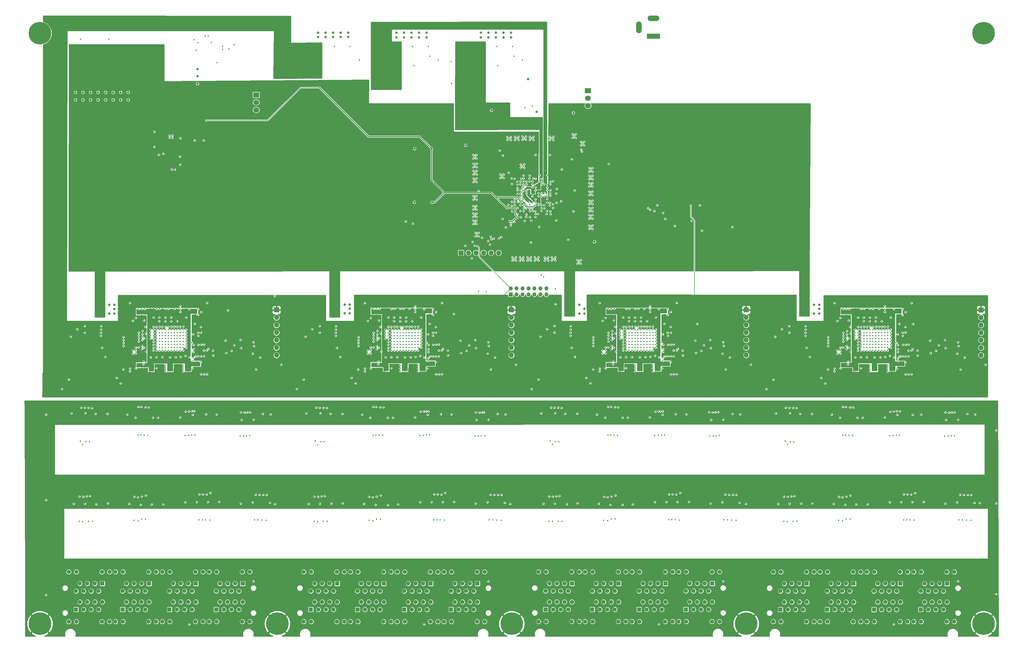
<source format=gbr>
G04 #@! TF.GenerationSoftware,KiCad,Pcbnew,5.99.0-unknown-1973153~101~ubuntu20.04.1*
G04 #@! TF.CreationDate,2020-06-25T18:30:06-04:00*
G04 #@! TF.ProjectId,L1Switch,4c315377-6974-4636-982e-6b696361645f,rev?*
G04 #@! TF.SameCoordinates,Original*
G04 #@! TF.FileFunction,Copper,L3,Inr*
G04 #@! TF.FilePolarity,Positive*
%FSLAX46Y46*%
G04 Gerber Fmt 4.6, Leading zero omitted, Abs format (unit mm)*
G04 Created by KiCad (PCBNEW 5.99.0-unknown-1973153~101~ubuntu20.04.1) date 2020-06-25 18:30:06*
%MOMM*%
%LPD*%
G01*
G04 APERTURE LIST*
G04 #@! TA.AperFunction,ViaPad*
%ADD10O,2.030000X1.730000*%
G04 #@! TD*
G04 #@! TA.AperFunction,ViaPad*
%ADD11R,2.030000X1.730000*%
G04 #@! TD*
G04 #@! TA.AperFunction,ViaPad*
%ADD12C,7.600000*%
G04 #@! TD*
G04 #@! TA.AperFunction,ViaPad*
%ADD13O,1.700000X1.700000*%
G04 #@! TD*
G04 #@! TA.AperFunction,ViaPad*
%ADD14R,1.700000X1.700000*%
G04 #@! TD*
G04 #@! TA.AperFunction,ViaPad*
%ADD15O,1.350000X1.350000*%
G04 #@! TD*
G04 #@! TA.AperFunction,ViaPad*
%ADD16R,1.350000X1.350000*%
G04 #@! TD*
G04 #@! TA.AperFunction,ViaPad*
%ADD17C,1.398000*%
G04 #@! TD*
G04 #@! TA.AperFunction,ViaPad*
%ADD18R,1.398000X1.398000*%
G04 #@! TD*
G04 #@! TA.AperFunction,ViaPad*
%ADD19R,4.400000X1.800000*%
G04 #@! TD*
G04 #@! TA.AperFunction,ViaPad*
%ADD20O,4.000000X1.800000*%
G04 #@! TD*
G04 #@! TA.AperFunction,ViaPad*
%ADD21O,1.800000X4.000000*%
G04 #@! TD*
G04 #@! TA.AperFunction,ViaPad*
%ADD22C,0.457200*%
G04 #@! TD*
G04 #@! TA.AperFunction,ViaPad*
%ADD23C,0.800000*%
G04 #@! TD*
G04 #@! TA.AperFunction,Conductor*
%ADD24C,0.203200*%
G04 #@! TD*
G04 #@! TA.AperFunction,Conductor*
%ADD25C,0.350000*%
G04 #@! TD*
G04 #@! TA.AperFunction,Conductor*
%ADD26C,0.152400*%
G04 #@! TD*
G04 #@! TA.AperFunction,Conductor*
%ADD27C,0.254000*%
G04 #@! TD*
G04 APERTURE END LIST*
D10*
X232478750Y-51211165D03*
X232478750Y-48671165D03*
D11*
X232478750Y-46131165D03*
D10*
X120678750Y-52611165D03*
X120678750Y-50071165D03*
D11*
X120678750Y-47531165D03*
D12*
X365778750Y-26731165D03*
X47778750Y-26731165D03*
X47778750Y-225731165D03*
X206778750Y-225731165D03*
X127778750Y-225731165D03*
X285778750Y-225731165D03*
X365778750Y-225731165D03*
D13*
X202378750Y-100781165D03*
X199838750Y-100781165D03*
X197298750Y-100781165D03*
X194758750Y-100781165D03*
X192218750Y-100781165D03*
D14*
X189678750Y-100781165D03*
D15*
X218428750Y-112781165D03*
X218428750Y-114781165D03*
X216428750Y-112781165D03*
X216428750Y-114781165D03*
X214428750Y-112781165D03*
X214428750Y-114781165D03*
X212428750Y-112781165D03*
X212428750Y-114781165D03*
X210428750Y-112781165D03*
X210428750Y-114781165D03*
X208428750Y-112781165D03*
X208428750Y-114781165D03*
X206428750Y-112781165D03*
D16*
X206428750Y-114781165D03*
D17*
X326433880Y-208250995D03*
X340153880Y-208250995D03*
X337613880Y-208250995D03*
X328848880Y-214720995D03*
X332658880Y-218410995D03*
D18*
X328848880Y-220950995D03*
D17*
X344608900Y-214717015D03*
X347148900Y-220947015D03*
D18*
X353498900Y-212177015D03*
D17*
X342193900Y-225007015D03*
X335198880Y-212180995D03*
X344733900Y-225007015D03*
X348418900Y-218407015D03*
X350958900Y-218407015D03*
X352228900Y-220947015D03*
X348418900Y-212177015D03*
X353498900Y-218407015D03*
X326433880Y-225010995D03*
X333928880Y-220950995D03*
D18*
X344608900Y-220947015D03*
D17*
X344733900Y-208247015D03*
X350958900Y-212177015D03*
X353373900Y-225007015D03*
X349688900Y-220947015D03*
X345878900Y-212177015D03*
X355913900Y-208247015D03*
X330118880Y-212180995D03*
X345878900Y-218407015D03*
X330118880Y-218410995D03*
X335198880Y-218410995D03*
X337613880Y-225010995D03*
X328973880Y-225010995D03*
X328973880Y-208250995D03*
X347148900Y-214717015D03*
X336468880Y-214720995D03*
X331388880Y-220950995D03*
X331388880Y-214720995D03*
X355913900Y-225007015D03*
X349688900Y-214717015D03*
X342193900Y-208247015D03*
X353373900Y-208247015D03*
X337738880Y-218410995D03*
X352228900Y-214717015D03*
X336468880Y-220950995D03*
X332658880Y-212180995D03*
X340153880Y-225010995D03*
X333928880Y-214720995D03*
D18*
X337738880Y-212180995D03*
D17*
X310646400Y-208247015D03*
X324366400Y-208247015D03*
X321826400Y-208247015D03*
X313061400Y-214717015D03*
X316871400Y-218407015D03*
D18*
X313061400Y-220947015D03*
D17*
X319411400Y-212177015D03*
X310646400Y-225007015D03*
X318141400Y-220947015D03*
X314331400Y-212177015D03*
X314331400Y-218407015D03*
X319411400Y-218407015D03*
X321826400Y-225007015D03*
X313186400Y-225007015D03*
X313186400Y-208247015D03*
X320681400Y-214717015D03*
X315601400Y-220947015D03*
X315601400Y-214717015D03*
X321951400Y-218407015D03*
X320681400Y-220947015D03*
X316871400Y-212177015D03*
X324366400Y-225007015D03*
X318141400Y-214717015D03*
D18*
X321951400Y-212177015D03*
X297331400Y-220947015D03*
D17*
X298601400Y-218407015D03*
X299871400Y-220947015D03*
X301141400Y-218407015D03*
X302411400Y-220947015D03*
X303681400Y-218407015D03*
X304951400Y-220947015D03*
X306221400Y-218407015D03*
X297331400Y-214717015D03*
X298601400Y-212177015D03*
X299871400Y-214717015D03*
X301141400Y-212177015D03*
X302411400Y-214717015D03*
X303681400Y-212177015D03*
X304951400Y-214717015D03*
D18*
X306221400Y-212177015D03*
D17*
X308636400Y-225007015D03*
X306096400Y-225007015D03*
X297456400Y-225007015D03*
X294916400Y-225007015D03*
X308636400Y-208247015D03*
X306096400Y-208247015D03*
X297456400Y-208247015D03*
X294916400Y-208247015D03*
D13*
X364923377Y-135236602D03*
X364923377Y-132696602D03*
X364923377Y-130156602D03*
X364923377Y-127616602D03*
X364923377Y-125076602D03*
X364923377Y-122536602D03*
D14*
X364923377Y-119996602D03*
D17*
X247285030Y-208222845D03*
X261005030Y-208222845D03*
X258465030Y-208222845D03*
X249700030Y-214692845D03*
X253510030Y-218382845D03*
D18*
X249700030Y-220922845D03*
D17*
X265460050Y-214688865D03*
X268000050Y-220918865D03*
D18*
X274350050Y-212148865D03*
D17*
X263045050Y-224978865D03*
X256050030Y-212152845D03*
X265585050Y-224978865D03*
X269270050Y-218378865D03*
X271810050Y-218378865D03*
X273080050Y-220918865D03*
X269270050Y-212148865D03*
X274350050Y-218378865D03*
X247285030Y-224982845D03*
X254780030Y-220922845D03*
D18*
X265460050Y-220918865D03*
D17*
X265585050Y-208218865D03*
X271810050Y-212148865D03*
X274225050Y-224978865D03*
X270540050Y-220918865D03*
X266730050Y-212148865D03*
X276765050Y-208218865D03*
X250970030Y-212152845D03*
X266730050Y-218378865D03*
X250970030Y-218382845D03*
X256050030Y-218382845D03*
X258465030Y-224982845D03*
X249825030Y-224982845D03*
X249825030Y-208222845D03*
X268000050Y-214688865D03*
X257320030Y-214692845D03*
X252240030Y-220922845D03*
X252240030Y-214692845D03*
X276765050Y-224978865D03*
X270540050Y-214688865D03*
X263045050Y-208218865D03*
X274225050Y-208218865D03*
X258590030Y-218382845D03*
X273080050Y-214688865D03*
X257320030Y-220922845D03*
X253510030Y-212152845D03*
X261005030Y-224982845D03*
X254780030Y-214692845D03*
D18*
X258590030Y-212152845D03*
D17*
X231497550Y-208218865D03*
X245217550Y-208218865D03*
X242677550Y-208218865D03*
X233912550Y-214688865D03*
X237722550Y-218378865D03*
D18*
X233912550Y-220918865D03*
D17*
X240262550Y-212148865D03*
X231497550Y-224978865D03*
X238992550Y-220918865D03*
X235182550Y-212148865D03*
X235182550Y-218378865D03*
X240262550Y-218378865D03*
X242677550Y-224978865D03*
X234037550Y-224978865D03*
X234037550Y-208218865D03*
X241532550Y-214688865D03*
X236452550Y-220918865D03*
X236452550Y-214688865D03*
X242802550Y-218378865D03*
X241532550Y-220918865D03*
X237722550Y-212148865D03*
X245217550Y-224978865D03*
X238992550Y-214688865D03*
D18*
X242802550Y-212148865D03*
X218182550Y-220918865D03*
D17*
X219452550Y-218378865D03*
X220722550Y-220918865D03*
X221992550Y-218378865D03*
X223262550Y-220918865D03*
X224532550Y-218378865D03*
X225802550Y-220918865D03*
X227072550Y-218378865D03*
X218182550Y-214688865D03*
X219452550Y-212148865D03*
X220722550Y-214688865D03*
X221992550Y-212148865D03*
X223262550Y-214688865D03*
X224532550Y-212148865D03*
X225802550Y-214688865D03*
D18*
X227072550Y-212148865D03*
D17*
X229487550Y-224978865D03*
X226947550Y-224978865D03*
X218307550Y-224978865D03*
X215767550Y-224978865D03*
X229487550Y-208218865D03*
X226947550Y-208218865D03*
X218307550Y-208218865D03*
X215767550Y-208218865D03*
D13*
X285774527Y-135208452D03*
X285774527Y-132668452D03*
X285774527Y-130128452D03*
X285774527Y-127588452D03*
X285774527Y-125048452D03*
X285774527Y-122508452D03*
D14*
X285774527Y-119968452D03*
D17*
X168153880Y-208240995D03*
X181873880Y-208240995D03*
X179333880Y-208240995D03*
X170568880Y-214710995D03*
X174378880Y-218400995D03*
D18*
X170568880Y-220940995D03*
D17*
X186328900Y-214707015D03*
X188868900Y-220937015D03*
D18*
X195218900Y-212167015D03*
D17*
X183913900Y-224997015D03*
X176918880Y-212170995D03*
X186453900Y-224997015D03*
X190138900Y-218397015D03*
X192678900Y-218397015D03*
X193948900Y-220937015D03*
X190138900Y-212167015D03*
X195218900Y-218397015D03*
X168153880Y-225000995D03*
X175648880Y-220940995D03*
D18*
X186328900Y-220937015D03*
D17*
X186453900Y-208237015D03*
X192678900Y-212167015D03*
X195093900Y-224997015D03*
X191408900Y-220937015D03*
X187598900Y-212167015D03*
X197633900Y-208237015D03*
X171838880Y-212170995D03*
X187598900Y-218397015D03*
X171838880Y-218400995D03*
X176918880Y-218400995D03*
X179333880Y-225000995D03*
X170693880Y-225000995D03*
X170693880Y-208240995D03*
X188868900Y-214707015D03*
X178188880Y-214710995D03*
X173108880Y-220940995D03*
X173108880Y-214710995D03*
X197633900Y-224997015D03*
X191408900Y-214707015D03*
X183913900Y-208237015D03*
X195093900Y-208237015D03*
X179458880Y-218400995D03*
X193948900Y-214707015D03*
X178188880Y-220940995D03*
X174378880Y-212170995D03*
X181873880Y-225000995D03*
X175648880Y-214710995D03*
D18*
X179458880Y-212170995D03*
D17*
X152366400Y-208237015D03*
X166086400Y-208237015D03*
X163546400Y-208237015D03*
X154781400Y-214707015D03*
X158591400Y-218397015D03*
D18*
X154781400Y-220937015D03*
D17*
X161131400Y-212167015D03*
X152366400Y-224997015D03*
X159861400Y-220937015D03*
X156051400Y-212167015D03*
X156051400Y-218397015D03*
X161131400Y-218397015D03*
X163546400Y-224997015D03*
X154906400Y-224997015D03*
X154906400Y-208237015D03*
X162401400Y-214707015D03*
X157321400Y-220937015D03*
X157321400Y-214707015D03*
X163671400Y-218397015D03*
X162401400Y-220937015D03*
X158591400Y-212167015D03*
X166086400Y-224997015D03*
X159861400Y-214707015D03*
D18*
X163671400Y-212167015D03*
X139051400Y-220937015D03*
D17*
X140321400Y-218397015D03*
X141591400Y-220937015D03*
X142861400Y-218397015D03*
X144131400Y-220937015D03*
X145401400Y-218397015D03*
X146671400Y-220937015D03*
X147941400Y-218397015D03*
X139051400Y-214707015D03*
X140321400Y-212167015D03*
X141591400Y-214707015D03*
X142861400Y-212167015D03*
X144131400Y-214707015D03*
X145401400Y-212167015D03*
X146671400Y-214707015D03*
D18*
X147941400Y-212167015D03*
D17*
X150356400Y-224997015D03*
X147816400Y-224997015D03*
X139176400Y-224997015D03*
X136636400Y-224997015D03*
X150356400Y-208237015D03*
X147816400Y-208237015D03*
X139176400Y-208237015D03*
X136636400Y-208237015D03*
D13*
X206643377Y-135226602D03*
X206643377Y-132686602D03*
X206643377Y-130146602D03*
X206643377Y-127606602D03*
X206643377Y-125066602D03*
X206643377Y-122526602D03*
D14*
X206643377Y-119986602D03*
D19*
X254521139Y-27749899D03*
D20*
X254521139Y-21749899D03*
D21*
X249621139Y-24749899D03*
D13*
X127495127Y-135225152D03*
X127495127Y-132685152D03*
X127495127Y-130145152D03*
X127495127Y-127605152D03*
X127495127Y-125065152D03*
X127495127Y-122525152D03*
D14*
X127495127Y-119985152D03*
D17*
X89005630Y-208239545D03*
X102725630Y-208239545D03*
X100185630Y-208239545D03*
X91420630Y-214709545D03*
X95230630Y-218399545D03*
D18*
X91420630Y-220939545D03*
D17*
X107180650Y-214705565D03*
X109720650Y-220935565D03*
D18*
X116070650Y-212165565D03*
D17*
X104765650Y-224995565D03*
X97770630Y-212169545D03*
X107305650Y-224995565D03*
X110990650Y-218395565D03*
X113530650Y-218395565D03*
X114800650Y-220935565D03*
X110990650Y-212165565D03*
X116070650Y-218395565D03*
X89005630Y-224999545D03*
X96500630Y-220939545D03*
D18*
X107180650Y-220935565D03*
D17*
X107305650Y-208235565D03*
X113530650Y-212165565D03*
X115945650Y-224995565D03*
X112260650Y-220935565D03*
X108450650Y-212165565D03*
X118485650Y-208235565D03*
X92690630Y-212169545D03*
X108450650Y-218395565D03*
X92690630Y-218399545D03*
X97770630Y-218399545D03*
X100185630Y-224999545D03*
X91545630Y-224999545D03*
X91545630Y-208239545D03*
X109720650Y-214705565D03*
X99040630Y-214709545D03*
X93960630Y-220939545D03*
X93960630Y-214709545D03*
X118485650Y-224995565D03*
X112260650Y-214705565D03*
X104765650Y-208235565D03*
X115945650Y-208235565D03*
X100310630Y-218399545D03*
X114800650Y-214705565D03*
X99040630Y-220939545D03*
X95230630Y-212169545D03*
X102725630Y-224999545D03*
X96500630Y-214709545D03*
D18*
X100310630Y-212169545D03*
D17*
X73218150Y-208235565D03*
X86938150Y-208235565D03*
X84398150Y-208235565D03*
X75633150Y-214705565D03*
X79443150Y-218395565D03*
D18*
X75633150Y-220935565D03*
D17*
X81983150Y-212165565D03*
X73218150Y-224995565D03*
X80713150Y-220935565D03*
X76903150Y-212165565D03*
X76903150Y-218395565D03*
X81983150Y-218395565D03*
X84398150Y-224995565D03*
X75758150Y-224995565D03*
X75758150Y-208235565D03*
X83253150Y-214705565D03*
X78173150Y-220935565D03*
X78173150Y-214705565D03*
X84523150Y-218395565D03*
X83253150Y-220935565D03*
X79443150Y-212165565D03*
X86938150Y-224995565D03*
X80713150Y-214705565D03*
D18*
X84523150Y-212165565D03*
X59903150Y-220935565D03*
D17*
X61173150Y-218395565D03*
X62443150Y-220935565D03*
X63713150Y-218395565D03*
X64983150Y-220935565D03*
X66253150Y-218395565D03*
X67523150Y-220935565D03*
X68793150Y-218395565D03*
X59903150Y-214705565D03*
X61173150Y-212165565D03*
X62443150Y-214705565D03*
X63713150Y-212165565D03*
X64983150Y-214705565D03*
X66253150Y-212165565D03*
X67523150Y-214705565D03*
D18*
X68793150Y-212165565D03*
D17*
X71208150Y-224995565D03*
X68668150Y-224995565D03*
X60028150Y-224995565D03*
X57488150Y-224995565D03*
X71208150Y-208235565D03*
X68668150Y-208235565D03*
X60028150Y-208235565D03*
X57488150Y-208235565D03*
D22*
X369978750Y-215731165D03*
X369978750Y-219931165D03*
X369978750Y-164731165D03*
X369978750Y-160531165D03*
X369978750Y-189331165D03*
X369978750Y-185131165D03*
X49778750Y-184031165D03*
X45578750Y-184031165D03*
X45578750Y-216031165D03*
X49778750Y-216031165D03*
X45578750Y-155231165D03*
X49778750Y-155231165D03*
X186478750Y-43631165D03*
X186378750Y-36331165D03*
X169178750Y-24031165D03*
X182078750Y-24131165D03*
X70978750Y-28731165D03*
X61478750Y-28731165D03*
X363578750Y-181031165D03*
X322678750Y-180631165D03*
X303678750Y-180731165D03*
X284378750Y-181431165D03*
X265578750Y-180931165D03*
X243598750Y-181211165D03*
X224418750Y-181211165D03*
X205258750Y-181461165D03*
X186318750Y-180921165D03*
X145438750Y-181201165D03*
X198868750Y-153531165D03*
X197418750Y-154501165D03*
X258968750Y-153511165D03*
X257588750Y-154131165D03*
X179928750Y-153581165D03*
X177848750Y-154151165D03*
X165248750Y-151001165D03*
X244388750Y-151071165D03*
X323588750Y-151171165D03*
X278118750Y-153501165D03*
X304348750Y-152631165D03*
X225168750Y-152701165D03*
X145888750Y-152631165D03*
X339418750Y-154441165D03*
X357658750Y-153401165D03*
X85398750Y-180841165D03*
X66178750Y-180961165D03*
X120188750Y-156331165D03*
X100768750Y-156601165D03*
X99718750Y-154031165D03*
X66948750Y-152661165D03*
X79078750Y-140631165D03*
X316478750Y-140631165D03*
X237378750Y-140631165D03*
X158178750Y-140631165D03*
D23*
X51678750Y-126431165D03*
X55978750Y-126431165D03*
X51678750Y-124731165D03*
X55978750Y-124731165D03*
X50078750Y-126431165D03*
X54578750Y-126431165D03*
X54578750Y-124731165D03*
X50078750Y-124731165D03*
X54578750Y-140431165D03*
X54578750Y-138731165D03*
X50078750Y-138731165D03*
X50078750Y-140431165D03*
X55978750Y-138731165D03*
X55978750Y-140431165D03*
X51678750Y-140431165D03*
X51678750Y-138731165D03*
X131238750Y-40331165D03*
X133778750Y-40331165D03*
X136318750Y-40331165D03*
X131264150Y-38883365D03*
X138858750Y-40331165D03*
X138884150Y-38883365D03*
X133804150Y-38883365D03*
X128724150Y-38883365D03*
X136344150Y-38883365D03*
X128698750Y-40331165D03*
X131273350Y-37178965D03*
X133813350Y-37178965D03*
X138893350Y-37178965D03*
X136353350Y-37178965D03*
X128733350Y-37178965D03*
X138918750Y-35731165D03*
X136378750Y-35731165D03*
X133838750Y-35731165D03*
X131298750Y-35731165D03*
X128758750Y-35731165D03*
X55978750Y-142231165D03*
X54578750Y-142231165D03*
X54578750Y-143931165D03*
X50078750Y-143931165D03*
X50078750Y-142231165D03*
X51678750Y-143931165D03*
X51678750Y-142231165D03*
D22*
X195278750Y-98531165D03*
X345178750Y-181031165D03*
X165078750Y-181531165D03*
X126978750Y-181431165D03*
X107778750Y-180931165D03*
D23*
X305962979Y-121531165D03*
X304362979Y-119731165D03*
X305962979Y-118131165D03*
X304362979Y-121431165D03*
X304362979Y-118231165D03*
X225211688Y-121431165D03*
X226811688Y-121531165D03*
X225211688Y-118231165D03*
X226811688Y-118131165D03*
X225211688Y-119731165D03*
X66978750Y-121431165D03*
X68578750Y-121531165D03*
X68578750Y-118131165D03*
X66978750Y-118231165D03*
X66978750Y-119731165D03*
X146078750Y-121431165D03*
X147678750Y-121531165D03*
X147678750Y-118131165D03*
X146078750Y-118231165D03*
X146078750Y-119731165D03*
D22*
X90178750Y-69731165D03*
D23*
X61998750Y-34491165D03*
X64538750Y-34491165D03*
X67078750Y-34491165D03*
X69618750Y-34491165D03*
X72158750Y-34491165D03*
X74698750Y-34491165D03*
X77238750Y-34491165D03*
X79778750Y-34491165D03*
X61998750Y-37031165D03*
X64538750Y-37031165D03*
X67078750Y-37031165D03*
X69618750Y-37031165D03*
X72158750Y-37031165D03*
X74698750Y-37031165D03*
X77238750Y-37031165D03*
X79778750Y-37031165D03*
D22*
X219651420Y-67731165D03*
X217985878Y-68736022D03*
X216427993Y-70380408D03*
X260378750Y-127631165D03*
D23*
X72880925Y-121255420D03*
X71180925Y-121255420D03*
X72880925Y-118255420D03*
X72880925Y-119655420D03*
X71180925Y-118255420D03*
X152165205Y-119547443D03*
X152165205Y-121147443D03*
X150465205Y-121147443D03*
X150465205Y-118147443D03*
X152165205Y-118147443D03*
X310378750Y-118231165D03*
X308678750Y-121231165D03*
X308678750Y-118231165D03*
X310378750Y-119631165D03*
X310378750Y-121231165D03*
X229578750Y-118231165D03*
X229578750Y-121231165D03*
X231278750Y-121231165D03*
X231278750Y-119631165D03*
D22*
X95078750Y-71031165D03*
D23*
X164578750Y-43491165D03*
X164578750Y-38411165D03*
X164578750Y-33331165D03*
X164578750Y-35871165D03*
X164578750Y-40951165D03*
X162953150Y-43491165D03*
X162953150Y-35871165D03*
X162953150Y-33331165D03*
X162953150Y-38411165D03*
X162953150Y-40951165D03*
D22*
X103878750Y-56131165D03*
X214678750Y-84719013D03*
X210878750Y-83781165D03*
X211778750Y-77631165D03*
X87878750Y-67731165D03*
D23*
X192978750Y-43891165D03*
X192978750Y-38811165D03*
X192978750Y-33731165D03*
X192978750Y-36271165D03*
X192978750Y-41351165D03*
X191353150Y-43891165D03*
X191353150Y-36271165D03*
X191353150Y-33731165D03*
X191353150Y-38811165D03*
X191353150Y-41351165D03*
X199978750Y-52731165D03*
X205978750Y-52731165D03*
X215178750Y-53231165D03*
X215078750Y-59031165D03*
X227578750Y-53631165D03*
X221678750Y-53631165D03*
D22*
X213728750Y-51281165D03*
X218128750Y-50981165D03*
X211178750Y-55831165D03*
X211178750Y-51831165D03*
D23*
X229078750Y-97031165D03*
X234678750Y-97031165D03*
X174078750Y-65631165D03*
X179778750Y-65631165D03*
X212278750Y-42231165D03*
X218078750Y-42331165D03*
X191278750Y-64531165D03*
X197178750Y-64531165D03*
X173978750Y-83731165D03*
X179878750Y-83731165D03*
D22*
X214778750Y-67731165D03*
X195678750Y-79931165D03*
X199878750Y-80531165D03*
X225778750Y-96331165D03*
X225778750Y-92031165D03*
X213278750Y-97331165D03*
X213312090Y-93531165D03*
X227978750Y-79731165D03*
X224178750Y-79731165D03*
X226260410Y-65931165D03*
X230178750Y-65931165D03*
X198778750Y-66331165D03*
X202778750Y-66331165D03*
X203778750Y-68031165D03*
X203778802Y-71930794D03*
X212578871Y-83722644D03*
X213778750Y-83722644D03*
X212778750Y-85831165D03*
X212910410Y-86731165D03*
X204778750Y-92231165D03*
X218778750Y-74631165D03*
X217899937Y-80609978D03*
X218778750Y-78831165D03*
X218778750Y-79731165D03*
X223678750Y-72631165D03*
X221778750Y-74531165D03*
X219080469Y-88731165D03*
X209778750Y-88731165D03*
X212910410Y-88731165D03*
X214810280Y-88700158D03*
X216078750Y-92031165D03*
X204078750Y-76431165D03*
X211711480Y-86798435D03*
X215878750Y-85731165D03*
X102978750Y-62931165D03*
X208778750Y-78951817D03*
X214778750Y-82731165D03*
X99978750Y-62931165D03*
X214678750Y-83722644D03*
X239478750Y-70831165D03*
X217775217Y-77627632D03*
X215778750Y-80731165D03*
X213778750Y-81731165D03*
X86378750Y-59931165D03*
X86378750Y-65031165D03*
X95178750Y-62131165D03*
X92478750Y-61231165D03*
X92478750Y-62031165D03*
X91478750Y-62031165D03*
X91478750Y-61231165D03*
X89378750Y-67431165D03*
X93278750Y-72631165D03*
X92178750Y-72631165D03*
X94978750Y-68331165D03*
X210649489Y-71548487D03*
X210090689Y-71548487D03*
X210970089Y-70998487D03*
X209770089Y-70998487D03*
X209770089Y-72098487D03*
X210970089Y-72098487D03*
X230078750Y-64531165D03*
X230078750Y-63331165D03*
X231178750Y-64531165D03*
X230628750Y-63651765D03*
X230628750Y-64210565D03*
X231178750Y-63331165D03*
X227278750Y-62031165D03*
X227828750Y-61151765D03*
X227828750Y-61710565D03*
X228378750Y-62031165D03*
X227278750Y-60831165D03*
X228378750Y-60831165D03*
X220833080Y-61626835D03*
X220512480Y-62176835D03*
X220833080Y-62726835D03*
X219953680Y-62176835D03*
X219633080Y-62726835D03*
X219633080Y-61626835D03*
X205590689Y-62248487D03*
X205270089Y-62798487D03*
X205270089Y-61698487D03*
X206470089Y-62798487D03*
X206149489Y-62248487D03*
X206470089Y-61698487D03*
X208758150Y-62181165D03*
X208199350Y-62181165D03*
X209078750Y-61631165D03*
X207878750Y-61631165D03*
X207878750Y-62731165D03*
X209078750Y-62731165D03*
X211570089Y-61598487D03*
X211249489Y-62148487D03*
X211570089Y-62698487D03*
X210690689Y-62148487D03*
X210370089Y-62698487D03*
X210370089Y-61598487D03*
X214078750Y-62731165D03*
X213199350Y-62181165D03*
X213758150Y-62181165D03*
X214078750Y-61631165D03*
X212878750Y-62731165D03*
X212878750Y-61631165D03*
X232891741Y-72194156D03*
X233441741Y-72514756D03*
X233991741Y-73394156D03*
X233441741Y-73073556D03*
X233991741Y-72194156D03*
X232891741Y-73394156D03*
X232891741Y-75968174D03*
X233441741Y-75647574D03*
X232891741Y-74768174D03*
X233441741Y-75088774D03*
X233991741Y-74768174D03*
X233991741Y-75968174D03*
X234011428Y-78422504D03*
X232911428Y-78422504D03*
X234011428Y-77222504D03*
X232911428Y-77222504D03*
X233461428Y-77543104D03*
X233461428Y-78101904D03*
X233978750Y-80131165D03*
X233428750Y-80451765D03*
X233428750Y-81010565D03*
X232878750Y-81331165D03*
X233978750Y-81331165D03*
X232878750Y-80131165D03*
X233428750Y-84010565D03*
X233978750Y-83131165D03*
X233428750Y-83451765D03*
X233978750Y-84331165D03*
X232878750Y-84331165D03*
X232878750Y-83131165D03*
X233428750Y-85951765D03*
X233978750Y-86831165D03*
X233978750Y-85631165D03*
X233428750Y-86510565D03*
X232878750Y-85631165D03*
X232878750Y-86831165D03*
X233978750Y-88031165D03*
X233978750Y-89231165D03*
X232878750Y-88031165D03*
X233428750Y-88351765D03*
X232878750Y-89231165D03*
X233428750Y-88910565D03*
X233978750Y-91531165D03*
X233978750Y-92731165D03*
X232878750Y-92731165D03*
X233428750Y-92410565D03*
X233428750Y-91851765D03*
X232878750Y-91531165D03*
X228911428Y-104422504D03*
X230011428Y-103222504D03*
X228911428Y-103222504D03*
X230011428Y-104422504D03*
X229461428Y-103543104D03*
X229461428Y-104101904D03*
X220314349Y-102244665D03*
X221193749Y-102794665D03*
X220634949Y-102794665D03*
X221514349Y-102244665D03*
X221514349Y-103344665D03*
X220314349Y-103344665D03*
X219078750Y-103381165D03*
X217878750Y-102281165D03*
X217878750Y-103381165D03*
X219078750Y-102281165D03*
X218758150Y-102831165D03*
X218199350Y-102831165D03*
X215449489Y-102848487D03*
X214570089Y-103398487D03*
X214570089Y-102298487D03*
X214890689Y-102848487D03*
X215770089Y-102298487D03*
X215770089Y-103398487D03*
X207290689Y-102848487D03*
X208170089Y-102298487D03*
X206970089Y-102298487D03*
X208170089Y-103398487D03*
X207849489Y-102848487D03*
X206970089Y-103398487D03*
X210415250Y-102848487D03*
X209535850Y-103398487D03*
X209535850Y-102298487D03*
X209856450Y-102848487D03*
X210735850Y-102298487D03*
X210735850Y-103398487D03*
X212390689Y-102848487D03*
X212949489Y-102848487D03*
X212070089Y-102298487D03*
X212070089Y-103398487D03*
X213270089Y-103398487D03*
X213270089Y-102298487D03*
X202928750Y-74360565D03*
X203478750Y-75239965D03*
X203478750Y-74681165D03*
X202928750Y-75560565D03*
X204028750Y-75560565D03*
X204028750Y-74360565D03*
X194928750Y-68981165D03*
X194378750Y-68101765D03*
X194378750Y-68660565D03*
X193828750Y-68981165D03*
X193828750Y-67781165D03*
X194928750Y-67781165D03*
X193851750Y-70678765D03*
X194401750Y-71558165D03*
X194401750Y-70999365D03*
X193851750Y-71878765D03*
X194951750Y-71878765D03*
X194951750Y-70678765D03*
X194420089Y-74060565D03*
X193870089Y-74381165D03*
X194970089Y-74381165D03*
X194420089Y-73501765D03*
X194970089Y-73181165D03*
X193870089Y-73181165D03*
X194941741Y-75672504D03*
X193841741Y-75672504D03*
X194391741Y-76551904D03*
X194391741Y-75993104D03*
X193841741Y-76872504D03*
X194941741Y-76872504D03*
X193841741Y-82794156D03*
X194941741Y-81594156D03*
X193841741Y-81594156D03*
X194941741Y-82794156D03*
X194391741Y-81914756D03*
X194391741Y-82473556D03*
X194928750Y-86172504D03*
X194378750Y-85293104D03*
X194378750Y-85851904D03*
X194928750Y-84972504D03*
X193828750Y-86172504D03*
X193828750Y-84972504D03*
X193828750Y-88672504D03*
X194928750Y-87472504D03*
X193828750Y-87472504D03*
X194928750Y-88672504D03*
X194378750Y-87793104D03*
X194378750Y-88351904D03*
X206928773Y-86781188D03*
X220550217Y-80759698D03*
X218882283Y-77834698D03*
X209778750Y-78822825D03*
X206778750Y-79679505D03*
X221728750Y-84649505D03*
X218781409Y-85728506D03*
X216770789Y-82761993D03*
X213778750Y-79731165D03*
X212778750Y-78731165D03*
X207682533Y-74836385D03*
X210778750Y-73731165D03*
X215778750Y-76731165D03*
X212778750Y-77731165D03*
X215778750Y-79731165D03*
X213778750Y-80731165D03*
X206037285Y-90133560D03*
X208778750Y-88681165D03*
X207828750Y-85681165D03*
X194378750Y-90760565D03*
X194378750Y-90201765D03*
X194928750Y-91081165D03*
X193828750Y-89881165D03*
X194928750Y-89881165D03*
X193828750Y-91081165D03*
X195628750Y-95231165D03*
X194528750Y-95231165D03*
X194528750Y-94031165D03*
X195628750Y-94031165D03*
X195078750Y-94910565D03*
X195078750Y-94351765D03*
X221478750Y-118031165D03*
X199978750Y-96231165D03*
X221478750Y-112831165D03*
X199428750Y-97981165D03*
X341828750Y-133131165D03*
X230478750Y-66631165D03*
X234828750Y-69081165D03*
X227078750Y-69231165D03*
X200778750Y-95931165D03*
X262778750Y-133057145D03*
X269250450Y-124659465D03*
X206507054Y-91509469D03*
X202528750Y-95881165D03*
X199730402Y-95332817D03*
X342004981Y-124704934D03*
X203278750Y-95481165D03*
X183628750Y-133081165D03*
X193278750Y-102581165D03*
X221778750Y-89831165D03*
X210778750Y-86731165D03*
X216778750Y-75781165D03*
X220728750Y-76681165D03*
X126828750Y-115281165D03*
X111078750Y-120081165D03*
X195628750Y-113681165D03*
X196777098Y-95679513D03*
X198828750Y-96781165D03*
X198128750Y-113831165D03*
X217578750Y-108831165D03*
X216778750Y-86631165D03*
X217728750Y-85781165D03*
X216778750Y-85731165D03*
X218502150Y-87681165D03*
X216127892Y-88781165D03*
X216778750Y-108181165D03*
X212778750Y-84581165D03*
X211828750Y-84731165D03*
X213678750Y-85831165D03*
X213378750Y-89881165D03*
X210728750Y-84781165D03*
X209828750Y-83781165D03*
X209678750Y-86631165D03*
X207678750Y-90381165D03*
X206580402Y-90832817D03*
X208678750Y-87681165D03*
X210778750Y-82731165D03*
X215728750Y-78731165D03*
X212778750Y-79731165D03*
X281178750Y-92031165D03*
X213678750Y-78631165D03*
X210778750Y-80731165D03*
X210778750Y-81731165D03*
X214778750Y-78731165D03*
X214803750Y-79706165D03*
X211753750Y-79831165D03*
X211778750Y-80731165D03*
X208828750Y-83681165D03*
X215778750Y-81731165D03*
X215778750Y-82731165D03*
X215878750Y-83731165D03*
X215778750Y-84731165D03*
X216828750Y-84681165D03*
X261778750Y-91681165D03*
X253378750Y-86181165D03*
X221928750Y-83931165D03*
X252728750Y-85731165D03*
X227578750Y-86831165D03*
X254828750Y-86731165D03*
X223428750Y-83431165D03*
X257778750Y-87281165D03*
X218728750Y-82631165D03*
X216828750Y-81631165D03*
X216778750Y-80731165D03*
X218778750Y-83881165D03*
X270928750Y-93331165D03*
X255828750Y-84781165D03*
X258728750Y-84781165D03*
X267328750Y-90031165D03*
X258578750Y-89331165D03*
X270128750Y-84781165D03*
X267128750Y-84831165D03*
X220728750Y-84431165D03*
X217778750Y-84731165D03*
X219678750Y-83881165D03*
X219574603Y-84737638D03*
X221828750Y-80760165D03*
X219788166Y-81481165D03*
X218728750Y-81681165D03*
X217728750Y-81681165D03*
X219728750Y-80681165D03*
X219778750Y-79731165D03*
X216778750Y-77731165D03*
X216728750Y-76781165D03*
X214778750Y-75781165D03*
X213997750Y-75731165D03*
X213778750Y-77731165D03*
X213778750Y-76731165D03*
X219828750Y-76781165D03*
X219828750Y-77681165D03*
X315491800Y-117662015D03*
X221978750Y-79231165D03*
X212828750Y-74781165D03*
X216128750Y-74631165D03*
X220728750Y-85652165D03*
X219778750Y-86781165D03*
X219907750Y-87731165D03*
X205628750Y-84581165D03*
X218678750Y-86681165D03*
X215678750Y-87681165D03*
X214882750Y-87681165D03*
X193628750Y-97131165D03*
X191178750Y-98381165D03*
X171128750Y-90181165D03*
X99501150Y-133144565D03*
X104528750Y-133081165D03*
X209728750Y-84681165D03*
X173428750Y-90981165D03*
X208778750Y-85631165D03*
X203678750Y-89381165D03*
X214678750Y-86781165D03*
X213828750Y-86681165D03*
X211678750Y-85781165D03*
X210878750Y-85681165D03*
X211728750Y-87831165D03*
X211678750Y-88681165D03*
X211178750Y-90031165D03*
X187218750Y-121341165D03*
X194408750Y-98361165D03*
X332478200Y-133648415D03*
X331478200Y-133648415D03*
X330478200Y-133648415D03*
X329478200Y-133648415D03*
X328478200Y-133648415D03*
X327478200Y-133648415D03*
X326478200Y-133648415D03*
X325478200Y-133648415D03*
X324478200Y-133648415D03*
X332478200Y-132648415D03*
X331478200Y-132648415D03*
X330478200Y-132648415D03*
X329478200Y-132648415D03*
X328478200Y-132648415D03*
X327478200Y-132648415D03*
X326478200Y-132648415D03*
X325478200Y-132648415D03*
X324478200Y-132648415D03*
X332478200Y-131648415D03*
X331478200Y-131648415D03*
X330478200Y-131648415D03*
X329478200Y-131648415D03*
X328478200Y-131648415D03*
X327478200Y-131648415D03*
X326478200Y-131648415D03*
X325478200Y-131648415D03*
X324478200Y-131648415D03*
X332478200Y-130648415D03*
X331478200Y-130648415D03*
X330478200Y-130648415D03*
X329478200Y-130648415D03*
X328478200Y-130648415D03*
X327478200Y-130648415D03*
X326478200Y-130648415D03*
X325478200Y-130648415D03*
X324478200Y-130648415D03*
X332478200Y-129648415D03*
X331478200Y-129648415D03*
X330478200Y-129648415D03*
X329478200Y-129648415D03*
X328478200Y-129648415D03*
X327478200Y-129648415D03*
X326478200Y-129648415D03*
X325478200Y-129648415D03*
X324478200Y-129648415D03*
X332478200Y-128648415D03*
X331478200Y-128648415D03*
X330478200Y-128648415D03*
X329478200Y-128648415D03*
X328478200Y-128648415D03*
X327478200Y-128648415D03*
X326478200Y-128648415D03*
X325478200Y-128648415D03*
X324478200Y-128648415D03*
X332478200Y-127648415D03*
X331478200Y-127648415D03*
X330478200Y-127648415D03*
X329478200Y-127648415D03*
X328478200Y-127648415D03*
X327478200Y-127648415D03*
X326478200Y-127648415D03*
X325478200Y-127648415D03*
X324478200Y-127648415D03*
X332478200Y-126648415D03*
X331478200Y-126648415D03*
X330478200Y-126648415D03*
X329478200Y-126648415D03*
X328478200Y-126648415D03*
X327478200Y-126648415D03*
X326478200Y-126648415D03*
X325478200Y-126648415D03*
X324478200Y-126648415D03*
X339435620Y-127605335D03*
X338445020Y-127630735D03*
X298880200Y-164169415D03*
X299108800Y-152919615D03*
X299642200Y-165388615D03*
X300277200Y-152945015D03*
X301547200Y-152945015D03*
X300683600Y-164423415D03*
X301852000Y-164448815D03*
X302715600Y-153021215D03*
X295806800Y-154822215D03*
X303909400Y-154974615D03*
X307922600Y-154974615D03*
X300505800Y-154771415D03*
X296568800Y-185302215D03*
X300405091Y-185277706D03*
X304240491Y-185201506D03*
X308034200Y-185149815D03*
X298473800Y-191245815D03*
X298499200Y-182863815D03*
X299642200Y-191296615D03*
X299743800Y-182914615D03*
X301598000Y-191245815D03*
X300912200Y-182787615D03*
X302868000Y-191245815D03*
X301979000Y-182711415D03*
X315237800Y-185302215D03*
X319124000Y-185657815D03*
X322832400Y-185505415D03*
X326693200Y-185480015D03*
X334160800Y-184768815D03*
X337996200Y-184718015D03*
X341755400Y-184718015D03*
X345590800Y-184667215D03*
X316939600Y-190941015D03*
X316990400Y-182940015D03*
X320800400Y-190458415D03*
X320851200Y-182508215D03*
X319479600Y-190509215D03*
X319479600Y-182863815D03*
X318158800Y-183092415D03*
X318311200Y-191042615D03*
X338885200Y-182127215D03*
X338834400Y-190712415D03*
X340053600Y-182127215D03*
X339901200Y-190712415D03*
X341323600Y-182178015D03*
X340942600Y-190712415D03*
X342644400Y-181644615D03*
X342441200Y-190839415D03*
X357859000Y-182228815D03*
X357478000Y-190712415D03*
X359129000Y-182305015D03*
X358697200Y-190763215D03*
X360399000Y-182305015D03*
X359992600Y-190839415D03*
X361567400Y-182305015D03*
X361516600Y-190941015D03*
X318336600Y-152663215D03*
X318336600Y-162213615D03*
X319352600Y-152663215D03*
X319276400Y-162162815D03*
X320724200Y-152764815D03*
X320368600Y-162213615D03*
X321791000Y-152815615D03*
X321562400Y-162289815D03*
X337513600Y-154136415D03*
X337412000Y-162112015D03*
X336446800Y-154085615D03*
X336370600Y-162162815D03*
X335380000Y-154161815D03*
X335303800Y-162264415D03*
X334287800Y-154263415D03*
X334110000Y-162391415D03*
X355979400Y-154492015D03*
X355979400Y-162340615D03*
X355014200Y-154517415D03*
X354836400Y-162442215D03*
X354074400Y-154568215D03*
X353845800Y-162442215D03*
X352880600Y-154492015D03*
X352702800Y-162518415D03*
X352829800Y-185251415D03*
X356843000Y-184794215D03*
X362659600Y-184997415D03*
X364412200Y-185048215D03*
X311021400Y-142858815D03*
X313269060Y-140051875D03*
X320063800Y-137372415D03*
X315491800Y-140674415D03*
X317498400Y-139683815D03*
X315542600Y-139734615D03*
X319581200Y-133156015D03*
X319606600Y-132165415D03*
X333475000Y-139658415D03*
X333500400Y-140674415D03*
X333500400Y-138667815D03*
X327495420Y-138657235D03*
X327495420Y-140663835D03*
X327470020Y-139647835D03*
X324432600Y-139607615D03*
X340485400Y-141665015D03*
X339494800Y-141665015D03*
X341476000Y-141665015D03*
X336523000Y-139683815D03*
X312393000Y-144713015D03*
X320034783Y-138271949D03*
X347953000Y-134476815D03*
X336853200Y-137118415D03*
X343558800Y-135315015D03*
X343482600Y-133664015D03*
X336904000Y-136178615D03*
X338428000Y-135594415D03*
X339418600Y-135594415D03*
X340434600Y-135594415D03*
X337539000Y-135594415D03*
X340434600Y-133638615D03*
X341450600Y-133613215D03*
X313358200Y-132114615D03*
X313358200Y-131098615D03*
X313358200Y-130133415D03*
X313383600Y-129142815D03*
X307211400Y-135772215D03*
X306093800Y-132724215D03*
X294892400Y-143443015D03*
X292581000Y-146618015D03*
X318463600Y-127644215D03*
X318438200Y-128584015D03*
X318438200Y-129600015D03*
X318438200Y-130590615D03*
X319632000Y-130108015D03*
X305738200Y-128660215D03*
X305687400Y-127618815D03*
X319657400Y-129117415D03*
X319708200Y-128157415D03*
X305763600Y-126577415D03*
X319733600Y-127085415D03*
X305763600Y-125434415D03*
X320902000Y-127898215D03*
X321029000Y-133994215D03*
X320300400Y-132698815D03*
X320294978Y-129532156D03*
X300277200Y-125409015D03*
X300277200Y-127618815D03*
X297762600Y-126450415D03*
X295552800Y-128990415D03*
X338478800Y-121675215D03*
X339469400Y-120684615D03*
X338478800Y-119668615D03*
X332459000Y-119668615D03*
X332484400Y-120659215D03*
X332484400Y-118728815D03*
X318479350Y-119652865D03*
X320482650Y-119656165D03*
X319474650Y-119648165D03*
X324476550Y-119650065D03*
X325510570Y-119628985D03*
X327449750Y-119623265D03*
X328496470Y-119643085D03*
X317498400Y-122665815D03*
X316482400Y-123656415D03*
X341501400Y-117636615D03*
X337347000Y-124652615D03*
X339418600Y-137575615D03*
X325474000Y-139683815D03*
X325474000Y-140649015D03*
X324407200Y-138591615D03*
X325474000Y-138667815D03*
X326439200Y-138693215D03*
X326439200Y-139607615D03*
X320465000Y-139658415D03*
X319530400Y-139658415D03*
X321430200Y-139607615D03*
X318489000Y-138642415D03*
X318463600Y-136661215D03*
X318463600Y-135645215D03*
X318438200Y-134680015D03*
X319479600Y-135670615D03*
X319454200Y-134654615D03*
X318514400Y-131632015D03*
X316482400Y-127644215D03*
X316507800Y-128634815D03*
X322451400Y-139633015D03*
X322451400Y-138667815D03*
X330477800Y-139633015D03*
X331493800Y-139633015D03*
X330452400Y-140649015D03*
X331417600Y-140649015D03*
X330452400Y-138667815D03*
X331468400Y-138693215D03*
X328547400Y-139683815D03*
X329436400Y-139683815D03*
X335507000Y-139633015D03*
X335456200Y-138667815D03*
X334516400Y-139658415D03*
X338504200Y-139633015D03*
X338453400Y-140649015D03*
X337488200Y-139633015D03*
X339418600Y-139607615D03*
X338478800Y-137753415D03*
X335481600Y-119668615D03*
X334480350Y-119653865D03*
X337462800Y-120684615D03*
X335434621Y-118704934D03*
X336531419Y-118704934D03*
X337434621Y-118704934D03*
X338531419Y-118704934D03*
X329461800Y-120633815D03*
X330477800Y-120633815D03*
X331468400Y-120608415D03*
X333475000Y-120633815D03*
X335587300Y-120760815D03*
X336378740Y-120760815D03*
X322502200Y-119643215D03*
X323467400Y-119617815D03*
X324483400Y-120659215D03*
X325474000Y-120659215D03*
X326439200Y-119694015D03*
X327455200Y-120633815D03*
X328496600Y-120633815D03*
X326490000Y-120659215D03*
X330452400Y-118703415D03*
X330528600Y-119617815D03*
X321486200Y-118728815D03*
X322434621Y-118704934D03*
X324531419Y-118704934D03*
X325434621Y-118704934D03*
X327531419Y-118704934D03*
X328434621Y-118704934D03*
X329531419Y-118704934D03*
X319479600Y-121649815D03*
X318489000Y-120659215D03*
X337513600Y-121599015D03*
X339531419Y-126608136D03*
X338434621Y-126608136D03*
X323442000Y-132698815D03*
X323442000Y-131682815D03*
X323442000Y-129676215D03*
X323442000Y-130692215D03*
X323442000Y-127669615D03*
X323442000Y-126679015D03*
X323442000Y-125663015D03*
X323442000Y-128685615D03*
X324424980Y-125663015D03*
X326431580Y-125626695D03*
X325448600Y-125626695D03*
X328463580Y-125637615D03*
X327480600Y-125637615D03*
X329487200Y-125601295D03*
X330470180Y-125601295D03*
X331417600Y-125612215D03*
X333475000Y-125561415D03*
X332400580Y-125612215D03*
X333475000Y-126577415D03*
X333475000Y-127593415D03*
X333475000Y-128609415D03*
X333475000Y-129625415D03*
X333475000Y-130641415D03*
X333475000Y-131657415D03*
X333475000Y-132673415D03*
X333475000Y-133689415D03*
X339520200Y-131682815D03*
X340460000Y-131632015D03*
X338504200Y-128660215D03*
X338529600Y-131708215D03*
X352961896Y-132820719D03*
X352745996Y-130115619D03*
X356868400Y-134705415D03*
X357122400Y-130844615D03*
X366444200Y-138413815D03*
X357122400Y-211413415D03*
X357300200Y-132114615D03*
X347724400Y-130311215D03*
X359383000Y-136000815D03*
X335481600Y-225916815D03*
X336929400Y-133156015D03*
X336929400Y-134146615D03*
X314602800Y-155254015D03*
X317346000Y-156295415D03*
X323264200Y-156295415D03*
X324991400Y-156295415D03*
X332433600Y-156193815D03*
X341874250Y-155339765D03*
X336700800Y-155304815D03*
X353117200Y-157032015D03*
X357147800Y-156955815D03*
X360272000Y-155025415D03*
X362913600Y-155152415D03*
X344701800Y-155177815D03*
X350645400Y-131886015D03*
X349756400Y-133765615D03*
X357986000Y-140039415D03*
X336954800Y-131759015D03*
X334186200Y-135432615D03*
X336853200Y-128177615D03*
X332557000Y-135772615D03*
X322477000Y-127646015D03*
X322477000Y-129652615D03*
X322477000Y-128662015D03*
X322477000Y-126655415D03*
X334482320Y-126617295D03*
X334482320Y-127633295D03*
X334482320Y-128649295D03*
X334482320Y-129665295D03*
X334482320Y-130681295D03*
X334482320Y-131697295D03*
X334482320Y-132713295D03*
X329437000Y-138702615D03*
X328548000Y-138702615D03*
X322477000Y-120782615D03*
X323397000Y-133652615D03*
X335567000Y-135952615D03*
X322495400Y-135942615D03*
X324397000Y-135892615D03*
X326437000Y-135902615D03*
X328997000Y-135942615D03*
X330947000Y-135922615D03*
X336367000Y-131012615D03*
X337237000Y-130962615D03*
X338477000Y-129692615D03*
X339433080Y-129668695D03*
X340433080Y-129658695D03*
X331447000Y-123772615D03*
X329387000Y-123802615D03*
X327387000Y-123802615D03*
X325367000Y-123752615D03*
X323437000Y-122522615D03*
X325387000Y-122532615D03*
X327437000Y-122532615D03*
X329427000Y-122522615D03*
X334457000Y-122522615D03*
X320727000Y-125692615D03*
X320297000Y-123522615D03*
X318427000Y-132602615D03*
X317497000Y-132642615D03*
X317487000Y-133642615D03*
X317477000Y-134652615D03*
X316477000Y-133672615D03*
X316487000Y-134672615D03*
X339397000Y-125732615D03*
X253329350Y-133620265D03*
X252329350Y-133620265D03*
X251329350Y-133620265D03*
X250329350Y-133620265D03*
X249329350Y-133620265D03*
X248329350Y-133620265D03*
X247329350Y-133620265D03*
X246329350Y-133620265D03*
X245329350Y-133620265D03*
X253329350Y-132620265D03*
X252329350Y-132620265D03*
X251329350Y-132620265D03*
X250329350Y-132620265D03*
X249329350Y-132620265D03*
X248329350Y-132620265D03*
X247329350Y-132620265D03*
X246329350Y-132620265D03*
X245329350Y-132620265D03*
X253329350Y-131620265D03*
X252329350Y-131620265D03*
X251329350Y-131620265D03*
X250329350Y-131620265D03*
X249329350Y-131620265D03*
X248329350Y-131620265D03*
X247329350Y-131620265D03*
X246329350Y-131620265D03*
X245329350Y-131620265D03*
X253329350Y-130620265D03*
X252329350Y-130620265D03*
X251329350Y-130620265D03*
X250329350Y-130620265D03*
X249329350Y-130620265D03*
X248329350Y-130620265D03*
X247329350Y-130620265D03*
X246329350Y-130620265D03*
X245329350Y-130620265D03*
X253329350Y-129620265D03*
X252329350Y-129620265D03*
X251329350Y-129620265D03*
X250329350Y-129620265D03*
X249329350Y-129620265D03*
X248329350Y-129620265D03*
X247329350Y-129620265D03*
X246329350Y-129620265D03*
X245329350Y-129620265D03*
X253329350Y-128620265D03*
X252329350Y-128620265D03*
X251329350Y-128620265D03*
X250329350Y-128620265D03*
X249329350Y-128620265D03*
X248329350Y-128620265D03*
X247329350Y-128620265D03*
X246329350Y-128620265D03*
X245329350Y-128620265D03*
X253329350Y-127620265D03*
X252329350Y-127620265D03*
X251329350Y-127620265D03*
X250329350Y-127620265D03*
X249329350Y-127620265D03*
X248329350Y-127620265D03*
X247329350Y-127620265D03*
X246329350Y-127620265D03*
X245329350Y-127620265D03*
X253329350Y-126620265D03*
X252329350Y-126620265D03*
X251329350Y-126620265D03*
X250329350Y-126620265D03*
X249329350Y-126620265D03*
X248329350Y-126620265D03*
X247329350Y-126620265D03*
X246329350Y-126620265D03*
X245329350Y-126620265D03*
X259296170Y-127602585D03*
X219731350Y-164141265D03*
X219959950Y-152891465D03*
X220493350Y-165360465D03*
X221128350Y-152916865D03*
X222398350Y-152916865D03*
X221534750Y-164395265D03*
X222703150Y-164420665D03*
X223566750Y-152993065D03*
X216657950Y-154794065D03*
X224760550Y-154946465D03*
X228773750Y-154946465D03*
X221356950Y-154743265D03*
X217419950Y-185274065D03*
X221256241Y-185249556D03*
X225338241Y-185408256D03*
X228885350Y-185121665D03*
X219324950Y-191217665D03*
X219350350Y-182835665D03*
X220493350Y-191268465D03*
X220594950Y-182886465D03*
X222449150Y-191217665D03*
X221763350Y-182759465D03*
X223719150Y-191217665D03*
X222830150Y-182683265D03*
X236088950Y-185274065D03*
X239975150Y-185629665D03*
X244078750Y-185631165D03*
X247544350Y-185451865D03*
X255011950Y-184740665D03*
X258847350Y-184689865D03*
X262606550Y-184689865D03*
X266441950Y-184639065D03*
X237790750Y-190912865D03*
X237841550Y-182911865D03*
X241651550Y-190430265D03*
X241702350Y-182480065D03*
X240330750Y-190481065D03*
X240330750Y-182835665D03*
X239009950Y-183064265D03*
X239162350Y-191014465D03*
X259736350Y-182099065D03*
X259685550Y-190684265D03*
X260904750Y-182099065D03*
X260752350Y-190684265D03*
X262174750Y-182149865D03*
X261793750Y-190684265D03*
X263495550Y-181616465D03*
X263292350Y-190811265D03*
X278710150Y-182200665D03*
X278329150Y-190684265D03*
X279980150Y-182276865D03*
X279548350Y-190735065D03*
X281250150Y-182276865D03*
X280843750Y-190811265D03*
X282418550Y-182276865D03*
X282367750Y-190912865D03*
X239187750Y-152635065D03*
X239187750Y-162185465D03*
X240203750Y-152635065D03*
X240127550Y-162134665D03*
X241575350Y-152736665D03*
X241219750Y-162185465D03*
X242642150Y-152787465D03*
X242413550Y-162261665D03*
X258263150Y-162083865D03*
X256868750Y-154161165D03*
X257221750Y-162134665D03*
X256231150Y-154133665D03*
X256154950Y-162236265D03*
X255138950Y-154235265D03*
X254961150Y-162363265D03*
X276318750Y-154431165D03*
X276830550Y-162312465D03*
X275353550Y-154456565D03*
X275687550Y-162414065D03*
X274413750Y-154507365D03*
X274696950Y-162414065D03*
X273219950Y-154431165D03*
X273553950Y-162490265D03*
X273680950Y-185223265D03*
X277694150Y-184766065D03*
X283510750Y-184969265D03*
X285713550Y-185331165D03*
X231872550Y-142830665D03*
X234120210Y-140023725D03*
X240914950Y-137344265D03*
X236342950Y-140646265D03*
X238349550Y-139655665D03*
X236393750Y-139706465D03*
X240432350Y-133127865D03*
X240457750Y-132137265D03*
X254326150Y-139630265D03*
X254351550Y-140646265D03*
X254351550Y-138639665D03*
X248346570Y-138629085D03*
X248346570Y-140635685D03*
X248321170Y-139619685D03*
X245283750Y-139579465D03*
X261336550Y-141636865D03*
X260345950Y-141636865D03*
X262327150Y-141636865D03*
X257374150Y-139655665D03*
X233244150Y-144684865D03*
X240885933Y-138243799D03*
X268804150Y-134448665D03*
X257704350Y-137090265D03*
X264409950Y-135286865D03*
X264333750Y-133635865D03*
X257755150Y-136150465D03*
X259279150Y-135566265D03*
X260269750Y-135566265D03*
X261285750Y-135566265D03*
X258390150Y-135566265D03*
X261285750Y-133610465D03*
X262301750Y-133585065D03*
X234209350Y-132086465D03*
X234209350Y-131070465D03*
X234209350Y-130105265D03*
X234234750Y-129114665D03*
X228062550Y-135744065D03*
X226944950Y-132696065D03*
X215743550Y-143414865D03*
X213432150Y-146589865D03*
X239314750Y-127616065D03*
X239289350Y-128555865D03*
X239289350Y-129571865D03*
X239289350Y-130562465D03*
X240483150Y-130079865D03*
X226589350Y-128632065D03*
X226538550Y-127590665D03*
X240508550Y-129089265D03*
X240559350Y-128129265D03*
X226614750Y-126549265D03*
X240584750Y-127057265D03*
X226614750Y-125406265D03*
X241753150Y-127870065D03*
X241880150Y-133966065D03*
X241151550Y-132670665D03*
X241146128Y-129504006D03*
X221128350Y-125380865D03*
X221128350Y-127590665D03*
X218613750Y-126422265D03*
X216403950Y-128962265D03*
X259329950Y-121647065D03*
X260320550Y-120656465D03*
X259329950Y-119640465D03*
X253310150Y-119640465D03*
X253335550Y-120631065D03*
X253335550Y-118700665D03*
X239330500Y-119624715D03*
X241333800Y-119628015D03*
X240325800Y-119620015D03*
X245327700Y-119621915D03*
X246361720Y-119600835D03*
X248300900Y-119595115D03*
X249347620Y-119614935D03*
X238349550Y-122637665D03*
X237333550Y-123628265D03*
X236342950Y-117633865D03*
X262352550Y-117608465D03*
X258198150Y-124624465D03*
X260269750Y-137547465D03*
X246325150Y-139655665D03*
X246325150Y-140620865D03*
X245258350Y-138563465D03*
X246325150Y-138639665D03*
X247290350Y-138665065D03*
X247290350Y-139579465D03*
X241316150Y-139630265D03*
X240381550Y-139630265D03*
X242281350Y-139579465D03*
X239340150Y-138614265D03*
X239314750Y-136633065D03*
X239314750Y-135617065D03*
X239289350Y-134651865D03*
X240330750Y-135642465D03*
X240305350Y-134626465D03*
X239365550Y-131603865D03*
X237333550Y-127616065D03*
X237358950Y-128606665D03*
X243302550Y-139604865D03*
X243302550Y-138639665D03*
X251328950Y-139604865D03*
X252344950Y-139604865D03*
X251303550Y-140620865D03*
X252268750Y-140620865D03*
X251303550Y-138639665D03*
X252319550Y-138665065D03*
X249398550Y-139655665D03*
X250287550Y-139655665D03*
X256358150Y-139604865D03*
X256307350Y-138639665D03*
X255367550Y-139630265D03*
X259355350Y-139604865D03*
X259304550Y-140620865D03*
X258339350Y-139604865D03*
X260269750Y-139579465D03*
X259329950Y-137725265D03*
X256332750Y-119640465D03*
X255331500Y-119625715D03*
X258313950Y-120656465D03*
X256285771Y-118676784D03*
X257382569Y-118676784D03*
X258285771Y-118676784D03*
X259382569Y-118676784D03*
X250312950Y-120605665D03*
X251328950Y-120605665D03*
X252319550Y-120580265D03*
X254326150Y-120605665D03*
X256438450Y-120732665D03*
X257229890Y-120732665D03*
X243353350Y-119615065D03*
X244318550Y-119589665D03*
X245334550Y-120631065D03*
X246325150Y-120631065D03*
X247290350Y-119665865D03*
X248306350Y-120605665D03*
X249347750Y-120605665D03*
X247341150Y-120631065D03*
X251303550Y-118675265D03*
X251379750Y-119589665D03*
X242337350Y-118700665D03*
X243285771Y-118676784D03*
X245382569Y-118676784D03*
X246285771Y-118676784D03*
X248382569Y-118676784D03*
X249285771Y-118676784D03*
X250382569Y-118676784D03*
X240330750Y-121621665D03*
X239340150Y-120631065D03*
X258364750Y-121570865D03*
X260382569Y-126579986D03*
X259285771Y-126579986D03*
X244293150Y-132670665D03*
X244293150Y-131654665D03*
X244293150Y-129648065D03*
X244293150Y-130664065D03*
X244293150Y-127641465D03*
X244293150Y-126650865D03*
X244293150Y-125634865D03*
X244293150Y-128657465D03*
X245276130Y-125634865D03*
X247282730Y-125598545D03*
X246299750Y-125598545D03*
X249314730Y-125609465D03*
X248331750Y-125609465D03*
X250338350Y-125573145D03*
X251321330Y-125573145D03*
X252268750Y-125584065D03*
X254326150Y-125533265D03*
X253251730Y-125584065D03*
X254326150Y-126549265D03*
X254326150Y-127565265D03*
X254326150Y-128581265D03*
X254326150Y-129597265D03*
X254326150Y-130613265D03*
X254326150Y-131629265D03*
X254326150Y-132645265D03*
X254326150Y-133661265D03*
X260371350Y-131654665D03*
X261311150Y-131603865D03*
X259355350Y-128632065D03*
X259380750Y-131680065D03*
X273813046Y-132792569D03*
X273597146Y-130087469D03*
X277719550Y-134677265D03*
X277973550Y-130816465D03*
X287295350Y-138385665D03*
X277973550Y-211385265D03*
X278151350Y-132086465D03*
X268575550Y-130283065D03*
X280234150Y-135972665D03*
X256332750Y-225888665D03*
X257780550Y-133127865D03*
X257780550Y-134118465D03*
X235453950Y-155225865D03*
X238197150Y-156267265D03*
X244115350Y-156267265D03*
X245842550Y-156267265D03*
X253284750Y-156165665D03*
X261996950Y-155098865D03*
X257551950Y-155276665D03*
X273968350Y-157003865D03*
X277998950Y-156927665D03*
X281123150Y-154997265D03*
X283764750Y-155124265D03*
X265552950Y-155149665D03*
X271496550Y-131857865D03*
X270607550Y-133737465D03*
X278837150Y-140011265D03*
X257805950Y-131730865D03*
X255037350Y-135404465D03*
X257704350Y-128149465D03*
X253408150Y-135744465D03*
X243328150Y-127617865D03*
X243328150Y-129624465D03*
X243328150Y-128633865D03*
X243328150Y-126627265D03*
X255333470Y-126589145D03*
X255333470Y-127605145D03*
X255333470Y-128621145D03*
X255333470Y-129637145D03*
X255333470Y-130653145D03*
X255333470Y-131669145D03*
X255333470Y-132685145D03*
X250288150Y-138674465D03*
X249399150Y-138674465D03*
X243328150Y-120754465D03*
X244248150Y-133624465D03*
X256418150Y-135924465D03*
X243346550Y-135914465D03*
X245248150Y-135864465D03*
X247288150Y-135874465D03*
X249848150Y-135914465D03*
X251798150Y-135894465D03*
X257218150Y-130984465D03*
X258088150Y-130934465D03*
X259328150Y-129664465D03*
X260284230Y-129640545D03*
X261284230Y-129630545D03*
X252298150Y-123744465D03*
X250238150Y-123774465D03*
X248238150Y-123774465D03*
X246218150Y-123724465D03*
X244288150Y-122494465D03*
X246238150Y-122504465D03*
X248288150Y-122504465D03*
X250278150Y-122494465D03*
X255308150Y-122494465D03*
X241578150Y-125664465D03*
X241148150Y-123494465D03*
X239278150Y-132574465D03*
X238348150Y-132614465D03*
X238338150Y-133614465D03*
X238328150Y-134624465D03*
X237328150Y-133644465D03*
X237338150Y-134644465D03*
X260248150Y-125704465D03*
X174198200Y-133638415D03*
X173198200Y-133638415D03*
X172198200Y-133638415D03*
X171198200Y-133638415D03*
X170198200Y-133638415D03*
X169198200Y-133638415D03*
X168198200Y-133638415D03*
X167198200Y-133638415D03*
X166198200Y-133638415D03*
X174198200Y-132638415D03*
X173198200Y-132638415D03*
X172198200Y-132638415D03*
X171198200Y-132638415D03*
X170198200Y-132638415D03*
X169198200Y-132638415D03*
X168198200Y-132638415D03*
X167198200Y-132638415D03*
X166198200Y-132638415D03*
X174198200Y-131638415D03*
X173198200Y-131638415D03*
X172198200Y-131638415D03*
X171198200Y-131638415D03*
X170198200Y-131638415D03*
X169198200Y-131638415D03*
X168198200Y-131638415D03*
X167198200Y-131638415D03*
X166198200Y-131638415D03*
X174198200Y-130638415D03*
X173198200Y-130638415D03*
X172198200Y-130638415D03*
X171198200Y-130638415D03*
X170198200Y-130638415D03*
X169198200Y-130638415D03*
X168198200Y-130638415D03*
X167198200Y-130638415D03*
X166198200Y-130638415D03*
X174198200Y-129638415D03*
X173198200Y-129638415D03*
X172198200Y-129638415D03*
X171198200Y-129638415D03*
X170198200Y-129638415D03*
X169198200Y-129638415D03*
X168198200Y-129638415D03*
X167198200Y-129638415D03*
X166198200Y-129638415D03*
X174198200Y-128638415D03*
X173198200Y-128638415D03*
X172198200Y-128638415D03*
X171198200Y-128638415D03*
X170198200Y-128638415D03*
X169198200Y-128638415D03*
X168198200Y-128638415D03*
X167198200Y-128638415D03*
X166198200Y-128638415D03*
X174198200Y-127638415D03*
X173198200Y-127638415D03*
X172198200Y-127638415D03*
X171198200Y-127638415D03*
X170198200Y-127638415D03*
X169198200Y-127638415D03*
X168198200Y-127638415D03*
X167198200Y-127638415D03*
X166198200Y-127638415D03*
X174198200Y-126638415D03*
X173198200Y-126638415D03*
X172198200Y-126638415D03*
X171198200Y-126638415D03*
X170198200Y-126638415D03*
X169198200Y-126638415D03*
X168198200Y-126638415D03*
X167198200Y-126638415D03*
X166198200Y-126638415D03*
X181155620Y-127595335D03*
X180165020Y-127620735D03*
X140600200Y-164159415D03*
X140828800Y-152909615D03*
X141362200Y-165378615D03*
X141997200Y-152935015D03*
X143267200Y-152935015D03*
X142403600Y-164413415D03*
X143572000Y-164438815D03*
X144435600Y-153011215D03*
X137526800Y-154812215D03*
X145629400Y-154964615D03*
X149642600Y-154964615D03*
X142225800Y-154761415D03*
X138288800Y-185292215D03*
X142125091Y-185267706D03*
X145960491Y-185191506D03*
X149754200Y-185139815D03*
X140193800Y-191235815D03*
X140219200Y-182853815D03*
X141362200Y-191286615D03*
X141463800Y-182904615D03*
X143318000Y-191235815D03*
X142632200Y-182777615D03*
X144588000Y-191235815D03*
X143699000Y-182701415D03*
X156957800Y-185292215D03*
X160844000Y-185647815D03*
X165021150Y-185749965D03*
X168413200Y-185470015D03*
X175880800Y-184758815D03*
X179716200Y-184708015D03*
X183475400Y-184708015D03*
X187310800Y-184657215D03*
X158659600Y-190931015D03*
X158710400Y-182930015D03*
X162520400Y-190448415D03*
X162571200Y-182498215D03*
X161199600Y-190499215D03*
X161199600Y-182853815D03*
X159878800Y-183082415D03*
X160031200Y-191032615D03*
X180605200Y-182117215D03*
X180554400Y-190702415D03*
X181773600Y-182117215D03*
X181621200Y-190702415D03*
X183043600Y-182168015D03*
X182662600Y-190702415D03*
X184268750Y-181631165D03*
X184161200Y-190829415D03*
X199579000Y-182218815D03*
X199198000Y-190702415D03*
X200849000Y-182295015D03*
X200417200Y-190753215D03*
X202119000Y-182295015D03*
X201712600Y-190829415D03*
X203287400Y-182295015D03*
X203236600Y-190931015D03*
X160056600Y-152653215D03*
X160056600Y-162203615D03*
X161072600Y-152653215D03*
X160996400Y-162152815D03*
X162444200Y-152754815D03*
X162088600Y-162203615D03*
X163511000Y-152805615D03*
X163282400Y-162279815D03*
X178658750Y-154181165D03*
X179132000Y-162102015D03*
X178090600Y-162152815D03*
X177100000Y-154151815D03*
X177023800Y-162254415D03*
X176007800Y-154253415D03*
X175830000Y-162381415D03*
X197699400Y-162330615D03*
X196734200Y-154507415D03*
X196556400Y-162432215D03*
X195794400Y-154558215D03*
X195565800Y-162432215D03*
X194600600Y-154482015D03*
X194422800Y-162508415D03*
X194549800Y-185241415D03*
X198563000Y-184784215D03*
X204379600Y-184987415D03*
X206178150Y-185350565D03*
X152741400Y-142848815D03*
X154989060Y-140041875D03*
X161783800Y-137362415D03*
X157211800Y-140664415D03*
X159218400Y-139673815D03*
X157262600Y-139724615D03*
X161301200Y-133146015D03*
X161326600Y-132155415D03*
X175195000Y-139648415D03*
X175220400Y-140664415D03*
X175220400Y-138657815D03*
X169215420Y-138647235D03*
X169215420Y-140653835D03*
X169190020Y-139637835D03*
X166152600Y-139597615D03*
X182205400Y-141655015D03*
X181214800Y-141655015D03*
X183196000Y-141655015D03*
X178243000Y-139673815D03*
X154113000Y-144703015D03*
X161754783Y-138261949D03*
X189673000Y-134466815D03*
X178573200Y-137108415D03*
X185278800Y-135305015D03*
X185202600Y-133654015D03*
X178624000Y-136168615D03*
X180148000Y-135584415D03*
X181138600Y-135584415D03*
X182154600Y-135584415D03*
X179259000Y-135584415D03*
X182154600Y-133628615D03*
X183170600Y-133603215D03*
X155078200Y-132104615D03*
X155078200Y-131088615D03*
X155078200Y-130123415D03*
X155103600Y-129132815D03*
X148931400Y-135762215D03*
X147813800Y-132714215D03*
X136612400Y-143433015D03*
X134301000Y-146608015D03*
X160183600Y-127634215D03*
X160158200Y-128574015D03*
X160158200Y-129590015D03*
X160158200Y-130580615D03*
X161352000Y-130098015D03*
X147458200Y-128650215D03*
X147407400Y-127608815D03*
X161377400Y-129107415D03*
X161428200Y-128147415D03*
X147483600Y-126567415D03*
X161453600Y-127075415D03*
X147483600Y-125424415D03*
X162622000Y-127888215D03*
X162749000Y-133984215D03*
X162020400Y-132688815D03*
X162014978Y-129522156D03*
X141997200Y-125399015D03*
X141997200Y-127608815D03*
X139482600Y-126440415D03*
X137272800Y-128980415D03*
X180198800Y-121665215D03*
X181189400Y-120674615D03*
X180198800Y-119658615D03*
X174179000Y-119658615D03*
X174204400Y-120649215D03*
X174204400Y-118718815D03*
X160199350Y-119642865D03*
X162202650Y-119646165D03*
X161194650Y-119638165D03*
X166196550Y-119640065D03*
X167230570Y-119618985D03*
X169169750Y-119613265D03*
X170216470Y-119633085D03*
X159218400Y-122655815D03*
X158202400Y-123646415D03*
X157211800Y-117652015D03*
X183221400Y-117626615D03*
X179067000Y-124642615D03*
X181138600Y-137565615D03*
X167194000Y-139673815D03*
X167194000Y-140639015D03*
X166127200Y-138581615D03*
X167194000Y-138657815D03*
X168159200Y-138683215D03*
X168159200Y-139597615D03*
X162185000Y-139648415D03*
X161250400Y-139648415D03*
X163150200Y-139597615D03*
X160209000Y-138632415D03*
X160183600Y-136651215D03*
X160183600Y-135635215D03*
X160158200Y-134670015D03*
X161199600Y-135660615D03*
X161174200Y-134644615D03*
X160234400Y-131622015D03*
X158202400Y-127634215D03*
X158227800Y-128624815D03*
X164171400Y-139623015D03*
X164171400Y-138657815D03*
X172197800Y-139623015D03*
X173213800Y-139623015D03*
X172172400Y-140639015D03*
X173137600Y-140639015D03*
X172172400Y-138657815D03*
X173188400Y-138683215D03*
X170267400Y-139673815D03*
X171156400Y-139673815D03*
X177227000Y-139623015D03*
X177176200Y-138657815D03*
X176236400Y-139648415D03*
X180224200Y-139623015D03*
X180173400Y-140639015D03*
X179208200Y-139623015D03*
X181138600Y-139597615D03*
X180198800Y-137743415D03*
X177201600Y-119658615D03*
X176200350Y-119643865D03*
X179182800Y-120674615D03*
X177154621Y-118694934D03*
X178251419Y-118694934D03*
X179154621Y-118694934D03*
X180251419Y-118694934D03*
X171181800Y-120623815D03*
X172197800Y-120623815D03*
X173188400Y-120598415D03*
X175195000Y-120623815D03*
X177307300Y-120750815D03*
X178098740Y-120750815D03*
X164222200Y-119633215D03*
X165187400Y-119607815D03*
X166203400Y-120649215D03*
X167194000Y-120649215D03*
X168159200Y-119684015D03*
X169175200Y-120623815D03*
X170216600Y-120623815D03*
X168210000Y-120649215D03*
X172172400Y-118693415D03*
X172248600Y-119607815D03*
X163206200Y-118718815D03*
X164154621Y-118694934D03*
X166251419Y-118694934D03*
X167154621Y-118694934D03*
X169251419Y-118694934D03*
X170154621Y-118694934D03*
X171251419Y-118694934D03*
X161199600Y-121639815D03*
X160209000Y-120649215D03*
X179233600Y-121589015D03*
X181251419Y-126598136D03*
X180154621Y-126598136D03*
X165162000Y-132688815D03*
X165162000Y-131672815D03*
X165162000Y-129666215D03*
X165162000Y-130682215D03*
X165162000Y-127659615D03*
X165162000Y-126669015D03*
X165162000Y-125653015D03*
X165162000Y-128675615D03*
X166144980Y-125653015D03*
X168151580Y-125616695D03*
X167168600Y-125616695D03*
X170183580Y-125627615D03*
X169200600Y-125627615D03*
X171207200Y-125591295D03*
X172190180Y-125591295D03*
X173137600Y-125602215D03*
X175195000Y-125551415D03*
X174120580Y-125602215D03*
X175195000Y-126567415D03*
X175195000Y-127583415D03*
X175195000Y-128599415D03*
X175195000Y-129615415D03*
X175195000Y-130631415D03*
X175195000Y-131647415D03*
X175195000Y-132663415D03*
X175195000Y-133679415D03*
X181240200Y-131672815D03*
X182180000Y-131622015D03*
X180224200Y-128650215D03*
X180249600Y-131698215D03*
X194681896Y-132810719D03*
X194465996Y-130105619D03*
X198588400Y-134695415D03*
X198842400Y-130834615D03*
X208164200Y-138403815D03*
X198842400Y-211403415D03*
X199020200Y-132104615D03*
X189444400Y-130301215D03*
X201103000Y-135990815D03*
X177201600Y-225906815D03*
X178649400Y-133146015D03*
X178649400Y-134136615D03*
X156322800Y-155244015D03*
X159066000Y-156285415D03*
X164984200Y-156285415D03*
X166711400Y-156285415D03*
X174153600Y-156183815D03*
X182865800Y-155117015D03*
X178420800Y-155294815D03*
X194837200Y-157022015D03*
X198867800Y-156945815D03*
X201992000Y-155015415D03*
X204633600Y-155142415D03*
X186421800Y-155167815D03*
X192365400Y-131876015D03*
X191476400Y-133755615D03*
X199706000Y-140029415D03*
X178674800Y-131749015D03*
X175906200Y-135422615D03*
X178573200Y-128167615D03*
X174277000Y-135762615D03*
X164197000Y-127636015D03*
X164197000Y-129642615D03*
X164197000Y-128652015D03*
X164197000Y-126645415D03*
X176202320Y-126607295D03*
X176202320Y-127623295D03*
X176202320Y-128639295D03*
X176202320Y-129655295D03*
X176202320Y-130671295D03*
X176202320Y-131687295D03*
X176202320Y-132703295D03*
X171157000Y-138692615D03*
X170268000Y-138692615D03*
X164197000Y-120772615D03*
X165117000Y-133642615D03*
X177287000Y-135942615D03*
X164215400Y-135932615D03*
X166117000Y-135882615D03*
X168157000Y-135892615D03*
X170717000Y-135932615D03*
X172667000Y-135912615D03*
X178087000Y-131002615D03*
X178957000Y-130952615D03*
X180197000Y-129682615D03*
X181153080Y-129658695D03*
X182153080Y-129648695D03*
X173167000Y-123762615D03*
X171107000Y-123792615D03*
X169107000Y-123792615D03*
X167087000Y-123742615D03*
X165157000Y-122512615D03*
X167107000Y-122522615D03*
X169157000Y-122522615D03*
X171147000Y-122512615D03*
X176177000Y-122512615D03*
X162447000Y-125682615D03*
X162017000Y-123512615D03*
X160147000Y-132592615D03*
X159217000Y-132632615D03*
X159207000Y-133632615D03*
X159197000Y-134642615D03*
X158197000Y-133662615D03*
X158207000Y-134662615D03*
X181117000Y-125722615D03*
X207748750Y-84701165D03*
X206778750Y-84831165D03*
X206848750Y-83601165D03*
X207768750Y-83661165D03*
X207738750Y-82785165D03*
X208768750Y-82785165D03*
X209778750Y-82611165D03*
X209808750Y-81771165D03*
X101968750Y-125721165D03*
X79058750Y-134661165D03*
X79048750Y-133661165D03*
X80048750Y-134641165D03*
X80058750Y-133631165D03*
X80068750Y-132631165D03*
X80998750Y-132591165D03*
X82868750Y-123511165D03*
X83298750Y-125681165D03*
X97028750Y-122511165D03*
X91998750Y-122511165D03*
X90008750Y-122521165D03*
X87958750Y-122521165D03*
X86008750Y-122511165D03*
X87938750Y-123741165D03*
X89958750Y-123791165D03*
X91958750Y-123791165D03*
X94018750Y-123761165D03*
X103004830Y-129647245D03*
X102004830Y-129657245D03*
X101048750Y-129681165D03*
X99808750Y-130951165D03*
X98938750Y-131001165D03*
X93518750Y-135911165D03*
X91568750Y-135931165D03*
X89008750Y-135891165D03*
X86968750Y-135881165D03*
X85067150Y-135931165D03*
X98138750Y-135941165D03*
X85968750Y-133641165D03*
X85048750Y-120771165D03*
X91119750Y-138691165D03*
X92008750Y-138691165D03*
X97054070Y-132701845D03*
X97054070Y-131685845D03*
X97054070Y-130669845D03*
X97054070Y-129653845D03*
X97054070Y-128637845D03*
X97054070Y-127621845D03*
X97054070Y-126605845D03*
X85048750Y-126643965D03*
X85048750Y-128650565D03*
X85048750Y-129641165D03*
X85048750Y-127634565D03*
X209768750Y-80821165D03*
X208808750Y-80881165D03*
X210758750Y-79761165D03*
X209768750Y-79681165D03*
X208798750Y-79681165D03*
X210748750Y-78741165D03*
X210738750Y-77751165D03*
X212728750Y-76691165D03*
X212738750Y-75721165D03*
X208728750Y-77781165D03*
X208712150Y-76771165D03*
X205768750Y-73731165D03*
X206859875Y-77581165D03*
X209928750Y-75781165D03*
X209708750Y-77651165D03*
X209738750Y-76701165D03*
X211768750Y-76751165D03*
X210808750Y-76731165D03*
X207778750Y-75761165D03*
X206758750Y-75711165D03*
X210808750Y-74731165D03*
X210778750Y-75691165D03*
X95128750Y-135761165D03*
X99424950Y-128166165D03*
X96757950Y-135421165D03*
X99526550Y-131747565D03*
X120557750Y-140027965D03*
X112328150Y-133754165D03*
X113217150Y-131874565D03*
X107273550Y-155166365D03*
X125485350Y-155140965D03*
X122843750Y-155013965D03*
X119719550Y-156944365D03*
X115688950Y-157020565D03*
X99272550Y-155293365D03*
X103717550Y-155115565D03*
X95005350Y-156182365D03*
X87563150Y-156283965D03*
X85835950Y-156283965D03*
X79917750Y-156283965D03*
X77174550Y-155242565D03*
X99501150Y-134135165D03*
X98053350Y-225905365D03*
X121954750Y-135989365D03*
X110296150Y-130299765D03*
X119871950Y-132103165D03*
X119694150Y-211401965D03*
X129015950Y-138402365D03*
X119694150Y-130833165D03*
X119440150Y-134693965D03*
X115317746Y-130104169D03*
X115533646Y-132809269D03*
X101101350Y-131696765D03*
X101075950Y-128648765D03*
X103031750Y-131620565D03*
X102091950Y-131671365D03*
X96046750Y-133677965D03*
X96046750Y-132661965D03*
X96046750Y-131645965D03*
X96046750Y-130629965D03*
X96046750Y-129613965D03*
X96046750Y-128597965D03*
X96046750Y-127581965D03*
X96046750Y-126565965D03*
X94972330Y-125600765D03*
X96046750Y-125549965D03*
X93989350Y-125600765D03*
X93041930Y-125589845D03*
X92058950Y-125589845D03*
X90052350Y-125626165D03*
X91035330Y-125626165D03*
X88020350Y-125615245D03*
X89003330Y-125615245D03*
X86996730Y-125651565D03*
X86013750Y-128674165D03*
X86013750Y-125651565D03*
X86013750Y-126667565D03*
X86013750Y-127658165D03*
X86013750Y-130680765D03*
X86013750Y-129664765D03*
X86013750Y-131671365D03*
X86013750Y-132687365D03*
X101006371Y-126596686D03*
X102103169Y-126596686D03*
X100085350Y-121587565D03*
X81060750Y-120647765D03*
X82051350Y-121638365D03*
X92103169Y-118693484D03*
X91006371Y-118693484D03*
X90103169Y-118693484D03*
X88006371Y-118693484D03*
X87103169Y-118693484D03*
X85006371Y-118693484D03*
X84057950Y-118717365D03*
X93100350Y-119606365D03*
X93024150Y-118691965D03*
X89061750Y-120647765D03*
X91068350Y-120622365D03*
X90026950Y-120622365D03*
X89010950Y-119682565D03*
X88045750Y-120647765D03*
X87055150Y-120647765D03*
X86039150Y-119606365D03*
X85073950Y-119631765D03*
X98950490Y-120749365D03*
X98159050Y-120749365D03*
X96046750Y-120622365D03*
X94040150Y-120596965D03*
X93049550Y-120622365D03*
X92033550Y-120622365D03*
X101103169Y-118693484D03*
X100006371Y-118693484D03*
X99103169Y-118693484D03*
X98006371Y-118693484D03*
X100034550Y-120673165D03*
X97052100Y-119642415D03*
X98053350Y-119657165D03*
X101050550Y-137741965D03*
X101990350Y-139596165D03*
X100059950Y-139621565D03*
X101025150Y-140637565D03*
X101075950Y-139621565D03*
X97088150Y-139646965D03*
X98027950Y-138656365D03*
X98078750Y-139621565D03*
X92008150Y-139672365D03*
X91119150Y-139672365D03*
X94040150Y-138681765D03*
X93024150Y-138656365D03*
X93989350Y-140637565D03*
X93024150Y-140637565D03*
X94065550Y-139621565D03*
X93049550Y-139621565D03*
X85023150Y-138656365D03*
X85023150Y-139621565D03*
X79079550Y-128623365D03*
X79054150Y-127632765D03*
X81086150Y-131620565D03*
X82025950Y-134643165D03*
X82051350Y-135659165D03*
X81009950Y-134668565D03*
X81035350Y-135633765D03*
X81035350Y-136649765D03*
X81060750Y-138630965D03*
X84001950Y-139596165D03*
X82102150Y-139646965D03*
X83036750Y-139646965D03*
X89010950Y-139596165D03*
X89010950Y-138681765D03*
X88045750Y-138656365D03*
X86978950Y-138580165D03*
X88045750Y-140637565D03*
X88045750Y-139672365D03*
X101990350Y-137564165D03*
X99918750Y-124641165D03*
X104073150Y-117625165D03*
X78063550Y-117650565D03*
X79054150Y-123644965D03*
X80070150Y-122654365D03*
X91068220Y-119631635D03*
X90021500Y-119611815D03*
X88082320Y-119617535D03*
X87048300Y-119638615D03*
X82046400Y-119636715D03*
X83054400Y-119644715D03*
X81051100Y-119641415D03*
X95056150Y-118717365D03*
X95056150Y-120647765D03*
X95030750Y-119657165D03*
X101050550Y-119657165D03*
X102041150Y-120673165D03*
X101050550Y-121663765D03*
X58124550Y-128978965D03*
X60334350Y-126438965D03*
X62848950Y-127607365D03*
X62848950Y-125397565D03*
X82866728Y-129520706D03*
X82872150Y-132687365D03*
X83600750Y-133982765D03*
X83473750Y-127886765D03*
X68335350Y-125422965D03*
X82305350Y-127073965D03*
X68335350Y-126565965D03*
X82279950Y-128145965D03*
X82229150Y-129105965D03*
X68259150Y-127607365D03*
X68309950Y-128648765D03*
X82203750Y-130096565D03*
X81009950Y-130579165D03*
X81009950Y-129588565D03*
X81009950Y-128572565D03*
X81035350Y-127632765D03*
X55152750Y-146606565D03*
X57464150Y-143431565D03*
X68665550Y-132712765D03*
X69783150Y-135760765D03*
X75878750Y-129131165D03*
X75929950Y-130121965D03*
X75929950Y-131087165D03*
X75929950Y-132103165D03*
X104022350Y-133601765D03*
X103006350Y-133627165D03*
X100110750Y-135582965D03*
X103006350Y-135582965D03*
X101990350Y-135582965D03*
X100999750Y-135582965D03*
X99475750Y-136167165D03*
X106054350Y-133652565D03*
X106130550Y-135303565D03*
X99424950Y-137106965D03*
X110524750Y-134465365D03*
X82606533Y-138260499D03*
X74964750Y-144701565D03*
X99094750Y-139672365D03*
X104047750Y-141653565D03*
X102066550Y-141653565D03*
X103057150Y-141653565D03*
X87004350Y-139596165D03*
X90041770Y-139636385D03*
X90067170Y-140652385D03*
X90067170Y-138645785D03*
X96072150Y-138656365D03*
X96072150Y-140662965D03*
X96046750Y-139646965D03*
X82178350Y-132153965D03*
X82152950Y-133144565D03*
X78114350Y-139723165D03*
X80070150Y-139672365D03*
X78063550Y-140662965D03*
X82635550Y-137360965D03*
X75840810Y-140040425D03*
X73593150Y-142847365D03*
X126963550Y-185411165D03*
X125231350Y-184985965D03*
X119414750Y-184782765D03*
X115401550Y-185239965D03*
X115274550Y-162506965D03*
X115452350Y-154480565D03*
X116417550Y-162430765D03*
X116646150Y-154556765D03*
X117408150Y-162430765D03*
X117585950Y-154505965D03*
X118551150Y-162329165D03*
X118551150Y-154480565D03*
X96681750Y-162379965D03*
X96859550Y-154251965D03*
X97875550Y-162252965D03*
X97951750Y-154150365D03*
X98942350Y-162151365D03*
X99018550Y-154074165D03*
X99983750Y-162100565D03*
X86088750Y-153111165D03*
X84134150Y-162278365D03*
X84362750Y-152804165D03*
X82940350Y-162202165D03*
X83295950Y-152753365D03*
X81848150Y-162151365D03*
X81924350Y-152651765D03*
X80908350Y-162202165D03*
X80908350Y-152651765D03*
X124088350Y-190929565D03*
X124139150Y-182293565D03*
X122564350Y-190827965D03*
X122970750Y-182293565D03*
X121268950Y-190751765D03*
X121700750Y-182293565D03*
X120049750Y-190700965D03*
X120430750Y-182217365D03*
X105012950Y-190827965D03*
X105216150Y-181633165D03*
X103514350Y-190700965D03*
X103895350Y-182166565D03*
X102472950Y-190700965D03*
X102625350Y-182115765D03*
X101406150Y-190700965D03*
X101456950Y-182115765D03*
X80882950Y-191031165D03*
X80730550Y-183080965D03*
X82051350Y-182852365D03*
X82051350Y-190497765D03*
X83422950Y-182496765D03*
X83372150Y-190446965D03*
X79562150Y-182928565D03*
X79511350Y-190929565D03*
X108162550Y-184655765D03*
X104327150Y-184706565D03*
X100567950Y-184706565D03*
X96732550Y-184757365D03*
X89264950Y-185468565D03*
X85404150Y-185493965D03*
X81695750Y-185646365D03*
X77809550Y-185290765D03*
X64550750Y-182699965D03*
X65439750Y-191234365D03*
X63483950Y-182776165D03*
X64169750Y-191234365D03*
X62315550Y-182903165D03*
X62213950Y-191285165D03*
X61070950Y-182852365D03*
X61045550Y-191234365D03*
X70605950Y-185138365D03*
X66736659Y-185433256D03*
X62976841Y-185266256D03*
X59140550Y-185290765D03*
X63077550Y-154759965D03*
X70494350Y-154963165D03*
X66481150Y-154963165D03*
X58378550Y-154810765D03*
X65287350Y-153009765D03*
X64423750Y-164437365D03*
X63255350Y-164411965D03*
X64118950Y-152933565D03*
X62848950Y-152933565D03*
X62213950Y-165377165D03*
X61680550Y-152908165D03*
X61451950Y-164157965D03*
X101016770Y-127619285D03*
X102007370Y-127593885D03*
D23*
X198869739Y-26556099D03*
X201409739Y-26556099D03*
X206489739Y-26556099D03*
X203949739Y-26556099D03*
X196329739Y-26556099D03*
D22*
X207048539Y-31204299D03*
X201816139Y-31204299D03*
X196837739Y-45098099D03*
X210350539Y-35750899D03*
D23*
X198869739Y-28181699D03*
X203949739Y-28181699D03*
X206489739Y-28181699D03*
X201409739Y-28181699D03*
X196329739Y-28181699D03*
D22*
X207556539Y-34506299D03*
X202146339Y-37655899D03*
D23*
X77508539Y-49238299D03*
X74968539Y-49238299D03*
X72428539Y-49238299D03*
X69888539Y-49238299D03*
X67348539Y-49238299D03*
X64808539Y-49238299D03*
X62268539Y-49238299D03*
X59728539Y-49238299D03*
X77508539Y-46698299D03*
X74968539Y-46698299D03*
X72428539Y-46698299D03*
X69888539Y-46698299D03*
X67348539Y-46698299D03*
X64808539Y-46698299D03*
X62268539Y-46698299D03*
X59728539Y-46698299D03*
X100876539Y-43777299D03*
X100876539Y-41186499D03*
X100876539Y-38824299D03*
D22*
X111468339Y-32067899D03*
X113220939Y-30596999D03*
X109309339Y-31102699D03*
X104534139Y-27622899D03*
X103492739Y-27622899D03*
X100470139Y-32525099D03*
X99682739Y-28943699D03*
X78295939Y-31915499D03*
X105524739Y-29832699D03*
X100978139Y-29908899D03*
X109309339Y-32169499D03*
X87049950Y-126636965D03*
X88049950Y-126636965D03*
X89049950Y-126636965D03*
X90049950Y-126636965D03*
X91049950Y-126636965D03*
X92049950Y-126636965D03*
X93049950Y-126636965D03*
X94049950Y-126636965D03*
X95049950Y-126636965D03*
X87049950Y-127636965D03*
X88049950Y-127636965D03*
X89049950Y-127636965D03*
X90049950Y-127636965D03*
X91049950Y-127636965D03*
X92049950Y-127636965D03*
X93049950Y-127636965D03*
X94049950Y-127636965D03*
X95049950Y-127636965D03*
X87049950Y-128636965D03*
X88049950Y-128636965D03*
X89049950Y-128636965D03*
X90049950Y-128636965D03*
X91049950Y-128636965D03*
X92049950Y-128636965D03*
X93049950Y-128636965D03*
X94049950Y-128636965D03*
X95049950Y-128636965D03*
X87049950Y-129636965D03*
X88049950Y-129636965D03*
X89049950Y-129636965D03*
X90049950Y-129636965D03*
X91049950Y-129636965D03*
X92049950Y-129636965D03*
X93049950Y-129636965D03*
X94049950Y-129636965D03*
X95049950Y-129636965D03*
X87049950Y-130636965D03*
X88049950Y-130636965D03*
X89049950Y-130636965D03*
X90049950Y-130636965D03*
X91049950Y-130636965D03*
X92049950Y-130636965D03*
X93049950Y-130636965D03*
X94049950Y-130636965D03*
X95049950Y-130636965D03*
X87049950Y-131636965D03*
X88049950Y-131636965D03*
X89049950Y-131636965D03*
X90049950Y-131636965D03*
X91049950Y-131636965D03*
X92049950Y-131636965D03*
X93049950Y-131636965D03*
X94049950Y-131636965D03*
X95049950Y-131636965D03*
X87049950Y-132636965D03*
X88049950Y-132636965D03*
X89049950Y-132636965D03*
X90049950Y-132636965D03*
X91049950Y-132636965D03*
X92049950Y-132636965D03*
X93049950Y-132636965D03*
X94049950Y-132636965D03*
X95049950Y-132636965D03*
X87049950Y-133636965D03*
X88049950Y-133636965D03*
X89049950Y-133636965D03*
X90049950Y-133636965D03*
X91049950Y-133636965D03*
X92049950Y-133636965D03*
X93049950Y-133636965D03*
X94049950Y-133636965D03*
X95049950Y-133636965D03*
X152209939Y-31204299D03*
X146977539Y-31204299D03*
X155511939Y-35750899D03*
X141999139Y-45098099D03*
D23*
X141491139Y-26556099D03*
X144031139Y-26556099D03*
X146571139Y-26556099D03*
X149111139Y-26556099D03*
X151651139Y-26556099D03*
X170472539Y-26556099D03*
X173012539Y-26556099D03*
X178092539Y-26556099D03*
X175552539Y-26556099D03*
X167932539Y-26556099D03*
D22*
X178651339Y-31204299D03*
X173418939Y-31204299D03*
X168440539Y-45098099D03*
X181953339Y-35750899D03*
D23*
X141465739Y-28003899D03*
X149085739Y-28003899D03*
X151625739Y-28003899D03*
X146545739Y-28003899D03*
X144005739Y-28003899D03*
X170472539Y-28181699D03*
X175552539Y-28181699D03*
X178092539Y-28181699D03*
X173012539Y-28181699D03*
X167932539Y-28181699D03*
D22*
X179159339Y-34506299D03*
X173749139Y-37655899D03*
X107505939Y-36639899D03*
D24*
X267128750Y-84831165D02*
X267128750Y-88581165D01*
X282024369Y-118676784D02*
X268324369Y-118676784D01*
X268324369Y-118676784D02*
X259382569Y-118676784D01*
X267128750Y-88581165D02*
X268324369Y-89776784D01*
X268324369Y-89776784D02*
X268324369Y-118676784D01*
X195278750Y-98531165D02*
X195809411Y-99061826D01*
X195809411Y-99061826D02*
X195809411Y-102161826D01*
X195809411Y-102161826D02*
X206428750Y-112781165D01*
X206643377Y-119395792D02*
X204278750Y-117031165D01*
X204278750Y-114931165D02*
X206428750Y-112781165D01*
X206643377Y-119986602D02*
X206643377Y-119395792D01*
X204278750Y-117031165D02*
X204278750Y-114931165D01*
X285774527Y-119968452D02*
X283316037Y-119968452D01*
X283316037Y-119968452D02*
X282024369Y-118676784D01*
X206643377Y-119986602D02*
X201434187Y-119986602D01*
X201434187Y-119986602D02*
X200142519Y-118694934D01*
X200142519Y-118694934D02*
X180251419Y-118694934D01*
X127495127Y-119985152D02*
X124823287Y-117313312D01*
X105020310Y-117313312D02*
X103640138Y-118693484D01*
X124823287Y-117313312D02*
X105020310Y-117313312D01*
X103640138Y-118693484D02*
X101103169Y-118693484D01*
X100085350Y-121587565D02*
X100085350Y-122024565D01*
X82051350Y-121638365D02*
X82051350Y-122058565D01*
X240330750Y-121621665D02*
X240330750Y-121879165D01*
X319479600Y-121649815D02*
X319479600Y-121930315D01*
X161199600Y-121639815D02*
X161199600Y-122010315D01*
D25*
X218882283Y-77834698D02*
X219275217Y-77834698D01*
D24*
X218778750Y-74631165D02*
X219178750Y-74631165D01*
X124578750Y-56131165D02*
X103878750Y-56131165D01*
X135611816Y-45098099D02*
X124578750Y-56131165D01*
X141999139Y-45098099D02*
X135611816Y-45098099D01*
D25*
X179778750Y-65631165D02*
X175778750Y-61631165D01*
X175778750Y-61631165D02*
X158532205Y-61631165D01*
X158532205Y-61631165D02*
X141999139Y-45098099D01*
X179778750Y-65631165D02*
X179778750Y-76231165D01*
X179778750Y-76231165D02*
X184078750Y-80531165D01*
X199878750Y-80531165D02*
X184078750Y-80531165D01*
X184078750Y-80531165D02*
X180878750Y-83731165D01*
X180878750Y-83731165D02*
X179878750Y-83731165D01*
X208778750Y-88681165D02*
X208778750Y-88931165D01*
X208778750Y-88931165D02*
X208628750Y-89081165D01*
X208628750Y-89081165D02*
X208378750Y-89081165D01*
X208378750Y-89081165D02*
X208128750Y-89081165D01*
X208128750Y-89081165D02*
X207076355Y-90133560D01*
X207076355Y-90133560D02*
X206037285Y-90133560D01*
X208378750Y-89081165D02*
X208328750Y-89081165D01*
X210878750Y-83781165D02*
X211231411Y-84133826D01*
X211231411Y-84133826D02*
X211231411Y-84877765D01*
X211231411Y-84877765D02*
X211587472Y-85233826D01*
X211587472Y-85233826D02*
X214163937Y-85233826D01*
X214163937Y-85233826D02*
X214678750Y-84719013D01*
X207828750Y-85681165D02*
X205028750Y-85681165D01*
X205028750Y-85681165D02*
X199878750Y-80531165D01*
X208778750Y-88681165D02*
X207978750Y-87881165D01*
X207978750Y-87881165D02*
X207978750Y-85831165D01*
X207978750Y-85831165D02*
X207828750Y-85681165D01*
X209271411Y-82543887D02*
X208758689Y-82031165D01*
X209523472Y-83278504D02*
X209271411Y-83026443D01*
X210376089Y-83278504D02*
X209523472Y-83278504D01*
X209271411Y-83026443D02*
X209271411Y-82543887D01*
X210878750Y-83781165D02*
X210376089Y-83278504D01*
X208758689Y-82031165D02*
X201378750Y-82031165D01*
X201378750Y-82031165D02*
X199878750Y-80531165D01*
D24*
X210674182Y-78180426D02*
X210319489Y-78535119D01*
X210319489Y-78535119D02*
X210319489Y-83221904D01*
X211229489Y-78180426D02*
X210674182Y-78180426D01*
X210319489Y-83221904D02*
X210878750Y-83781165D01*
X211778750Y-77631165D02*
X211229489Y-78180426D01*
G36*
X198003550Y-50162314D02*
G01*
X198047601Y-50206365D01*
X206203550Y-50206365D01*
X206203550Y-55062314D01*
X206247601Y-55106365D01*
X217203550Y-55106365D01*
X217203550Y-75609390D01*
X217170082Y-75528592D01*
X217161853Y-75516276D01*
X217043639Y-75398062D01*
X217031323Y-75389833D01*
X216876868Y-75325855D01*
X216862340Y-75322965D01*
X216695160Y-75322965D01*
X216680632Y-75325855D01*
X216526177Y-75389833D01*
X216513861Y-75398062D01*
X216395647Y-75516276D01*
X216387418Y-75528592D01*
X216323440Y-75683047D01*
X216320550Y-75697575D01*
X216320550Y-75864755D01*
X216323440Y-75879283D01*
X216387418Y-76033738D01*
X216395647Y-76046054D01*
X216513861Y-76164268D01*
X216526177Y-76172497D01*
X216680632Y-76236475D01*
X216695160Y-76239365D01*
X216862340Y-76239365D01*
X216876868Y-76236475D01*
X217031323Y-76172497D01*
X217043639Y-76164268D01*
X217161853Y-76046054D01*
X217170082Y-76033738D01*
X217203550Y-75952940D01*
X217203550Y-77097041D01*
X216959890Y-77310244D01*
X216876868Y-77275855D01*
X216862340Y-77272965D01*
X216695160Y-77272965D01*
X216680632Y-77275855D01*
X216526177Y-77339833D01*
X216513861Y-77348062D01*
X216395647Y-77466276D01*
X216387418Y-77478592D01*
X216323440Y-77633047D01*
X216320550Y-77647575D01*
X216320550Y-77814755D01*
X216323440Y-77829283D01*
X216387418Y-77983738D01*
X216395647Y-77996054D01*
X216403550Y-78003957D01*
X216403550Y-79355965D01*
X216051542Y-79355965D01*
X216043639Y-79348062D01*
X216031323Y-79339833D01*
X215876868Y-79275855D01*
X215862340Y-79272965D01*
X215695160Y-79272965D01*
X215680632Y-79275855D01*
X215526177Y-79339833D01*
X215513861Y-79348062D01*
X215505958Y-79355965D01*
X215101541Y-79355965D01*
X215068639Y-79323062D01*
X215056323Y-79314833D01*
X214901868Y-79250855D01*
X214887340Y-79247965D01*
X214720160Y-79247965D01*
X214705632Y-79250855D01*
X214551177Y-79314833D01*
X214538861Y-79323062D01*
X214420647Y-79441276D01*
X214412418Y-79453592D01*
X214348440Y-79608047D01*
X214345550Y-79622575D01*
X214345550Y-79789755D01*
X214348440Y-79804283D01*
X214412418Y-79958738D01*
X214420647Y-79971054D01*
X214538861Y-80089268D01*
X214551177Y-80097497D01*
X214603550Y-80119191D01*
X214603550Y-80855965D01*
X213353950Y-80855965D01*
X213353950Y-79300016D01*
X213309899Y-79255965D01*
X211647601Y-79255965D01*
X211603550Y-79300016D01*
X211603550Y-79397428D01*
X211501177Y-79439833D01*
X211488861Y-79448062D01*
X211370647Y-79566276D01*
X211362418Y-79578592D01*
X211298440Y-79733047D01*
X211295550Y-79747575D01*
X211295550Y-79914755D01*
X211298440Y-79929283D01*
X211362418Y-80083738D01*
X211370647Y-80096054D01*
X211488861Y-80214268D01*
X211501177Y-80222497D01*
X211603550Y-80264902D01*
X211603550Y-80307783D01*
X211526177Y-80339833D01*
X211513861Y-80348062D01*
X211395647Y-80466276D01*
X211387418Y-80478592D01*
X211323440Y-80633047D01*
X211320550Y-80647575D01*
X211320550Y-80814755D01*
X211323440Y-80829283D01*
X211387418Y-80983738D01*
X211395647Y-80996054D01*
X211513861Y-81114268D01*
X211526177Y-81122497D01*
X211603550Y-81154547D01*
X211603550Y-81446522D01*
X211615593Y-81474778D01*
X213991830Y-83755965D01*
X213037071Y-83755965D01*
X213037071Y-83639054D01*
X213034181Y-83624526D01*
X212970203Y-83470071D01*
X212961974Y-83457755D01*
X212843760Y-83339541D01*
X212831444Y-83331312D01*
X212676989Y-83267334D01*
X212662461Y-83264444D01*
X212495281Y-83264444D01*
X212480753Y-83267334D01*
X212326298Y-83331312D01*
X212313982Y-83339541D01*
X212195768Y-83457755D01*
X212187539Y-83470071D01*
X212150851Y-83558643D01*
X211228954Y-82841611D01*
X211234060Y-82829283D01*
X211236950Y-82814755D01*
X211236950Y-82647575D01*
X211234060Y-82633047D01*
X211170082Y-82478592D01*
X211161853Y-82466276D01*
X211043639Y-82348062D01*
X211031323Y-82339833D01*
X210876868Y-82275855D01*
X210862340Y-82272965D01*
X210695160Y-82272965D01*
X210680632Y-82275855D01*
X210653950Y-82286907D01*
X210653950Y-80213707D01*
X210660632Y-80216475D01*
X210675160Y-80219365D01*
X210842340Y-80219365D01*
X210856868Y-80216475D01*
X211011323Y-80152497D01*
X211023639Y-80144268D01*
X211141853Y-80026054D01*
X211150082Y-80013738D01*
X211214060Y-79859283D01*
X211216950Y-79844755D01*
X211216950Y-79677575D01*
X211214060Y-79663047D01*
X211150082Y-79508592D01*
X211141853Y-79496276D01*
X211023639Y-79378062D01*
X211011323Y-79369833D01*
X210996518Y-79363700D01*
X211857127Y-78606365D01*
X213220550Y-78606365D01*
X213220550Y-78714755D01*
X213223440Y-78729283D01*
X213287418Y-78883738D01*
X213295647Y-78896054D01*
X213413861Y-79014268D01*
X213426177Y-79022497D01*
X213580632Y-79086475D01*
X213595160Y-79089365D01*
X213762340Y-79089365D01*
X213776868Y-79086475D01*
X213931323Y-79022497D01*
X213943639Y-79014268D01*
X214061853Y-78896054D01*
X214070082Y-78883738D01*
X214134060Y-78729283D01*
X214136950Y-78714755D01*
X214136950Y-78647575D01*
X214320550Y-78647575D01*
X214320550Y-78814755D01*
X214323440Y-78829283D01*
X214387418Y-78983738D01*
X214395647Y-78996054D01*
X214513861Y-79114268D01*
X214526177Y-79122497D01*
X214680632Y-79186475D01*
X214695160Y-79189365D01*
X214862340Y-79189365D01*
X214876868Y-79186475D01*
X215031323Y-79122497D01*
X215043639Y-79114268D01*
X215161853Y-78996054D01*
X215170082Y-78983738D01*
X215234060Y-78829283D01*
X215236950Y-78814755D01*
X215236950Y-78647575D01*
X215234060Y-78633047D01*
X215170082Y-78478592D01*
X215161853Y-78466276D01*
X215043639Y-78348062D01*
X215031323Y-78339833D01*
X214876868Y-78275855D01*
X214862340Y-78272965D01*
X214695160Y-78272965D01*
X214680632Y-78275855D01*
X214526177Y-78339833D01*
X214513861Y-78348062D01*
X214395647Y-78466276D01*
X214387418Y-78478592D01*
X214323440Y-78633047D01*
X214320550Y-78647575D01*
X214136950Y-78647575D01*
X214136950Y-78547575D01*
X214134060Y-78533047D01*
X214070082Y-78378592D01*
X214068512Y-78376242D01*
X216135096Y-77084628D01*
X216153950Y-77050611D01*
X216153950Y-77003957D01*
X216161853Y-76996054D01*
X216170082Y-76983738D01*
X216234060Y-76829283D01*
X216236950Y-76814755D01*
X216236950Y-76697575D01*
X216270550Y-76697575D01*
X216270550Y-76864755D01*
X216273440Y-76879283D01*
X216337418Y-77033738D01*
X216345647Y-77046054D01*
X216463861Y-77164268D01*
X216476177Y-77172497D01*
X216630632Y-77236475D01*
X216645160Y-77239365D01*
X216812340Y-77239365D01*
X216826868Y-77236475D01*
X216981323Y-77172497D01*
X216993639Y-77164268D01*
X217111853Y-77046054D01*
X217120082Y-77033738D01*
X217184060Y-76879283D01*
X217186950Y-76864755D01*
X217186950Y-76697575D01*
X217184060Y-76683047D01*
X217120082Y-76528592D01*
X217111853Y-76516276D01*
X216993639Y-76398062D01*
X216981323Y-76389833D01*
X216826868Y-76325855D01*
X216812340Y-76322965D01*
X216645160Y-76322965D01*
X216630632Y-76325855D01*
X216476177Y-76389833D01*
X216463861Y-76398062D01*
X216345647Y-76516276D01*
X216337418Y-76528592D01*
X216273440Y-76683047D01*
X216270550Y-76697575D01*
X216236950Y-76697575D01*
X216236950Y-76647575D01*
X216234060Y-76633047D01*
X216170082Y-76478592D01*
X216161853Y-76466276D01*
X216153950Y-76458373D01*
X216153950Y-75089365D01*
X216212340Y-75089365D01*
X216226868Y-75086475D01*
X216381323Y-75022497D01*
X216393639Y-75014268D01*
X216511853Y-74896054D01*
X216520082Y-74883738D01*
X216584060Y-74729283D01*
X216586950Y-74714755D01*
X216586950Y-74547575D01*
X216584060Y-74533047D01*
X216520082Y-74378592D01*
X216511853Y-74366276D01*
X216393639Y-74248062D01*
X216381323Y-74239833D01*
X216226868Y-74175855D01*
X216212340Y-74172965D01*
X216153950Y-74172965D01*
X216153950Y-59299939D01*
X216109711Y-59255856D01*
X187754203Y-59355698D01*
X187776354Y-52732376D01*
X199341455Y-52732376D01*
X199372273Y-52926949D01*
X199376207Y-52938741D01*
X199468389Y-53112842D01*
X199475931Y-53122723D01*
X199619536Y-53257578D01*
X199629872Y-53264485D01*
X199809418Y-53345552D01*
X199821434Y-53348738D01*
X200017558Y-53367277D01*
X200029958Y-53366399D01*
X200221514Y-53320411D01*
X200232961Y-53315564D01*
X200399292Y-53210007D01*
X200408552Y-53201713D01*
X200531724Y-53047969D01*
X200537798Y-53037123D01*
X200604579Y-52851631D01*
X200606817Y-52839101D01*
X200608435Y-52633108D01*
X200606394Y-52620544D01*
X200542535Y-52434026D01*
X200536632Y-52423086D01*
X200415890Y-52267426D01*
X200406762Y-52258988D01*
X200242109Y-52150831D01*
X200230739Y-52145804D01*
X200039930Y-52096813D01*
X200027545Y-52095740D01*
X199831153Y-52111196D01*
X199819089Y-52114193D01*
X199638293Y-52192431D01*
X199627850Y-52199175D01*
X199482143Y-52331757D01*
X199474447Y-52341519D01*
X199379542Y-52514151D01*
X199375423Y-52525880D01*
X199341553Y-52719945D01*
X199341455Y-52732376D01*
X187776354Y-52732376D01*
X187853699Y-29606365D01*
X198003550Y-29606365D01*
X198003550Y-50162314D01*
G37*
D26*
X198003550Y-50162314D02*
X198047601Y-50206365D01*
X206203550Y-50206365D01*
X206203550Y-55062314D01*
X206247601Y-55106365D01*
X217203550Y-55106365D01*
X217203550Y-75609390D01*
X217170082Y-75528592D01*
X217161853Y-75516276D01*
X217043639Y-75398062D01*
X217031323Y-75389833D01*
X216876868Y-75325855D01*
X216862340Y-75322965D01*
X216695160Y-75322965D01*
X216680632Y-75325855D01*
X216526177Y-75389833D01*
X216513861Y-75398062D01*
X216395647Y-75516276D01*
X216387418Y-75528592D01*
X216323440Y-75683047D01*
X216320550Y-75697575D01*
X216320550Y-75864755D01*
X216323440Y-75879283D01*
X216387418Y-76033738D01*
X216395647Y-76046054D01*
X216513861Y-76164268D01*
X216526177Y-76172497D01*
X216680632Y-76236475D01*
X216695160Y-76239365D01*
X216862340Y-76239365D01*
X216876868Y-76236475D01*
X217031323Y-76172497D01*
X217043639Y-76164268D01*
X217161853Y-76046054D01*
X217170082Y-76033738D01*
X217203550Y-75952940D01*
X217203550Y-77097041D01*
X216959890Y-77310244D01*
X216876868Y-77275855D01*
X216862340Y-77272965D01*
X216695160Y-77272965D01*
X216680632Y-77275855D01*
X216526177Y-77339833D01*
X216513861Y-77348062D01*
X216395647Y-77466276D01*
X216387418Y-77478592D01*
X216323440Y-77633047D01*
X216320550Y-77647575D01*
X216320550Y-77814755D01*
X216323440Y-77829283D01*
X216387418Y-77983738D01*
X216395647Y-77996054D01*
X216403550Y-78003957D01*
X216403550Y-79355965D01*
X216051542Y-79355965D01*
X216043639Y-79348062D01*
X216031323Y-79339833D01*
X215876868Y-79275855D01*
X215862340Y-79272965D01*
X215695160Y-79272965D01*
X215680632Y-79275855D01*
X215526177Y-79339833D01*
X215513861Y-79348062D01*
X215505958Y-79355965D01*
X215101541Y-79355965D01*
X215068639Y-79323062D01*
X215056323Y-79314833D01*
X214901868Y-79250855D01*
X214887340Y-79247965D01*
X214720160Y-79247965D01*
X214705632Y-79250855D01*
X214551177Y-79314833D01*
X214538861Y-79323062D01*
X214420647Y-79441276D01*
X214412418Y-79453592D01*
X214348440Y-79608047D01*
X214345550Y-79622575D01*
X214345550Y-79789755D01*
X214348440Y-79804283D01*
X214412418Y-79958738D01*
X214420647Y-79971054D01*
X214538861Y-80089268D01*
X214551177Y-80097497D01*
X214603550Y-80119191D01*
X214603550Y-80855965D01*
X213353950Y-80855965D01*
X213353950Y-79300016D01*
X213309899Y-79255965D01*
X211647601Y-79255965D01*
X211603550Y-79300016D01*
X211603550Y-79397428D01*
X211501177Y-79439833D01*
X211488861Y-79448062D01*
X211370647Y-79566276D01*
X211362418Y-79578592D01*
X211298440Y-79733047D01*
X211295550Y-79747575D01*
X211295550Y-79914755D01*
X211298440Y-79929283D01*
X211362418Y-80083738D01*
X211370647Y-80096054D01*
X211488861Y-80214268D01*
X211501177Y-80222497D01*
X211603550Y-80264902D01*
X211603550Y-80307783D01*
X211526177Y-80339833D01*
X211513861Y-80348062D01*
X211395647Y-80466276D01*
X211387418Y-80478592D01*
X211323440Y-80633047D01*
X211320550Y-80647575D01*
X211320550Y-80814755D01*
X211323440Y-80829283D01*
X211387418Y-80983738D01*
X211395647Y-80996054D01*
X211513861Y-81114268D01*
X211526177Y-81122497D01*
X211603550Y-81154547D01*
X211603550Y-81446522D01*
X211615593Y-81474778D01*
X213991830Y-83755965D01*
X213037071Y-83755965D01*
X213037071Y-83639054D01*
X213034181Y-83624526D01*
X212970203Y-83470071D01*
X212961974Y-83457755D01*
X212843760Y-83339541D01*
X212831444Y-83331312D01*
X212676989Y-83267334D01*
X212662461Y-83264444D01*
X212495281Y-83264444D01*
X212480753Y-83267334D01*
X212326298Y-83331312D01*
X212313982Y-83339541D01*
X212195768Y-83457755D01*
X212187539Y-83470071D01*
X212150851Y-83558643D01*
X211228954Y-82841611D01*
X211234060Y-82829283D01*
X211236950Y-82814755D01*
X211236950Y-82647575D01*
X211234060Y-82633047D01*
X211170082Y-82478592D01*
X211161853Y-82466276D01*
X211043639Y-82348062D01*
X211031323Y-82339833D01*
X210876868Y-82275855D01*
X210862340Y-82272965D01*
X210695160Y-82272965D01*
X210680632Y-82275855D01*
X210653950Y-82286907D01*
X210653950Y-80213707D01*
X210660632Y-80216475D01*
X210675160Y-80219365D01*
X210842340Y-80219365D01*
X210856868Y-80216475D01*
X211011323Y-80152497D01*
X211023639Y-80144268D01*
X211141853Y-80026054D01*
X211150082Y-80013738D01*
X211214060Y-79859283D01*
X211216950Y-79844755D01*
X211216950Y-79677575D01*
X211214060Y-79663047D01*
X211150082Y-79508592D01*
X211141853Y-79496276D01*
X211023639Y-79378062D01*
X211011323Y-79369833D01*
X210996518Y-79363700D01*
X211857127Y-78606365D01*
X213220550Y-78606365D01*
X213220550Y-78714755D01*
X213223440Y-78729283D01*
X213287418Y-78883738D01*
X213295647Y-78896054D01*
X213413861Y-79014268D01*
X213426177Y-79022497D01*
X213580632Y-79086475D01*
X213595160Y-79089365D01*
X213762340Y-79089365D01*
X213776868Y-79086475D01*
X213931323Y-79022497D01*
X213943639Y-79014268D01*
X214061853Y-78896054D01*
X214070082Y-78883738D01*
X214134060Y-78729283D01*
X214136950Y-78714755D01*
X214136950Y-78647575D01*
X214320550Y-78647575D01*
X214320550Y-78814755D01*
X214323440Y-78829283D01*
X214387418Y-78983738D01*
X214395647Y-78996054D01*
X214513861Y-79114268D01*
X214526177Y-79122497D01*
X214680632Y-79186475D01*
X214695160Y-79189365D01*
X214862340Y-79189365D01*
X214876868Y-79186475D01*
X215031323Y-79122497D01*
X215043639Y-79114268D01*
X215161853Y-78996054D01*
X215170082Y-78983738D01*
X215234060Y-78829283D01*
X215236950Y-78814755D01*
X215236950Y-78647575D01*
X215234060Y-78633047D01*
X215170082Y-78478592D01*
X215161853Y-78466276D01*
X215043639Y-78348062D01*
X215031323Y-78339833D01*
X214876868Y-78275855D01*
X214862340Y-78272965D01*
X214695160Y-78272965D01*
X214680632Y-78275855D01*
X214526177Y-78339833D01*
X214513861Y-78348062D01*
X214395647Y-78466276D01*
X214387418Y-78478592D01*
X214323440Y-78633047D01*
X214320550Y-78647575D01*
X214136950Y-78647575D01*
X214136950Y-78547575D01*
X214134060Y-78533047D01*
X214070082Y-78378592D01*
X214068512Y-78376242D01*
X216135096Y-77084628D01*
X216153950Y-77050611D01*
X216153950Y-77003957D01*
X216161853Y-76996054D01*
X216170082Y-76983738D01*
X216234060Y-76829283D01*
X216236950Y-76814755D01*
X216236950Y-76697575D01*
X216270550Y-76697575D01*
X216270550Y-76864755D01*
X216273440Y-76879283D01*
X216337418Y-77033738D01*
X216345647Y-77046054D01*
X216463861Y-77164268D01*
X216476177Y-77172497D01*
X216630632Y-77236475D01*
X216645160Y-77239365D01*
X216812340Y-77239365D01*
X216826868Y-77236475D01*
X216981323Y-77172497D01*
X216993639Y-77164268D01*
X217111853Y-77046054D01*
X217120082Y-77033738D01*
X217184060Y-76879283D01*
X217186950Y-76864755D01*
X217186950Y-76697575D01*
X217184060Y-76683047D01*
X217120082Y-76528592D01*
X217111853Y-76516276D01*
X216993639Y-76398062D01*
X216981323Y-76389833D01*
X216826868Y-76325855D01*
X216812340Y-76322965D01*
X216645160Y-76322965D01*
X216630632Y-76325855D01*
X216476177Y-76389833D01*
X216463861Y-76398062D01*
X216345647Y-76516276D01*
X216337418Y-76528592D01*
X216273440Y-76683047D01*
X216270550Y-76697575D01*
X216236950Y-76697575D01*
X216236950Y-76647575D01*
X216234060Y-76633047D01*
X216170082Y-76478592D01*
X216161853Y-76466276D01*
X216153950Y-76458373D01*
X216153950Y-75089365D01*
X216212340Y-75089365D01*
X216226868Y-75086475D01*
X216381323Y-75022497D01*
X216393639Y-75014268D01*
X216511853Y-74896054D01*
X216520082Y-74883738D01*
X216584060Y-74729283D01*
X216586950Y-74714755D01*
X216586950Y-74547575D01*
X216584060Y-74533047D01*
X216520082Y-74378592D01*
X216511853Y-74366276D01*
X216393639Y-74248062D01*
X216381323Y-74239833D01*
X216226868Y-74175855D01*
X216212340Y-74172965D01*
X216153950Y-74172965D01*
X216153950Y-59299939D01*
X216109711Y-59255856D01*
X187754203Y-59355698D01*
X187776354Y-52732376D01*
X199341455Y-52732376D01*
X199372273Y-52926949D01*
X199376207Y-52938741D01*
X199468389Y-53112842D01*
X199475931Y-53122723D01*
X199619536Y-53257578D01*
X199629872Y-53264485D01*
X199809418Y-53345552D01*
X199821434Y-53348738D01*
X200017558Y-53367277D01*
X200029958Y-53366399D01*
X200221514Y-53320411D01*
X200232961Y-53315564D01*
X200399292Y-53210007D01*
X200408552Y-53201713D01*
X200531724Y-53047969D01*
X200537798Y-53037123D01*
X200604579Y-52851631D01*
X200606817Y-52839101D01*
X200608435Y-52633108D01*
X200606394Y-52620544D01*
X200542535Y-52434026D01*
X200536632Y-52423086D01*
X200415890Y-52267426D01*
X200406762Y-52258988D01*
X200242109Y-52150831D01*
X200230739Y-52145804D01*
X200039930Y-52096813D01*
X200027545Y-52095740D01*
X199831153Y-52111196D01*
X199819089Y-52114193D01*
X199638293Y-52192431D01*
X199627850Y-52199175D01*
X199482143Y-52331757D01*
X199474447Y-52341519D01*
X199379542Y-52514151D01*
X199375423Y-52525880D01*
X199341553Y-52719945D01*
X199341455Y-52732376D01*
X187776354Y-52732376D01*
X187853699Y-29606365D01*
X198003550Y-29606365D01*
X198003550Y-50162314D01*
G36*
X218603550Y-74207783D02*
G01*
X218526177Y-74239833D01*
X218513861Y-74248062D01*
X218395647Y-74366276D01*
X218387418Y-74378592D01*
X218323440Y-74533047D01*
X218320550Y-74547575D01*
X218320550Y-74714755D01*
X218323440Y-74729283D01*
X218387418Y-74883738D01*
X218395647Y-74896054D01*
X218513861Y-75014268D01*
X218526177Y-75022497D01*
X218603550Y-75054547D01*
X218603550Y-77465439D01*
X218499180Y-77569809D01*
X218490951Y-77582125D01*
X218426973Y-77736580D01*
X218424083Y-77751108D01*
X218424083Y-77918288D01*
X218426973Y-77932816D01*
X218490951Y-78087271D01*
X218499180Y-78099587D01*
X218603550Y-78203957D01*
X218603550Y-78407783D01*
X218526177Y-78439833D01*
X218513861Y-78448062D01*
X218395647Y-78566276D01*
X218387418Y-78578592D01*
X218323440Y-78733047D01*
X218320550Y-78747575D01*
X218320550Y-78914755D01*
X218323440Y-78929283D01*
X218387418Y-79083738D01*
X218395647Y-79096054D01*
X218513861Y-79214268D01*
X218526177Y-79222497D01*
X218603550Y-79254547D01*
X218603550Y-79307783D01*
X218526177Y-79339833D01*
X218513861Y-79348062D01*
X218395647Y-79466276D01*
X218387418Y-79478592D01*
X218323440Y-79633047D01*
X218320550Y-79647575D01*
X218320550Y-79814755D01*
X218323440Y-79829283D01*
X218387418Y-79983738D01*
X218395647Y-79996054D01*
X218513861Y-80114268D01*
X218526177Y-80122497D01*
X218603550Y-80154547D01*
X218603550Y-80955965D01*
X218201942Y-80955965D01*
X218283040Y-80874867D01*
X218291269Y-80862551D01*
X218355247Y-80708096D01*
X218358137Y-80693568D01*
X218358137Y-80526388D01*
X218355247Y-80511860D01*
X218291269Y-80357405D01*
X218283040Y-80345089D01*
X218164826Y-80226875D01*
X218152510Y-80218646D01*
X217998055Y-80154668D01*
X217983527Y-80151778D01*
X217816347Y-80151778D01*
X217801819Y-80154668D01*
X217647364Y-80218646D01*
X217635048Y-80226875D01*
X217516834Y-80345089D01*
X217508605Y-80357405D01*
X217444627Y-80511860D01*
X217441737Y-80526388D01*
X217441737Y-80693568D01*
X217444627Y-80708096D01*
X217508605Y-80862551D01*
X217516834Y-80874867D01*
X217597932Y-80955965D01*
X217181586Y-80955965D01*
X217234060Y-80829283D01*
X217236950Y-80814755D01*
X217236950Y-80647575D01*
X217234060Y-80633047D01*
X217170082Y-80478592D01*
X217161853Y-80466276D01*
X217043639Y-80348062D01*
X217031323Y-80339833D01*
X216876868Y-80275855D01*
X216862340Y-80272965D01*
X216695160Y-80272965D01*
X216680632Y-80275855D01*
X216526177Y-80339833D01*
X216513861Y-80348062D01*
X216395647Y-80466276D01*
X216387418Y-80478592D01*
X216323440Y-80633047D01*
X216320550Y-80647575D01*
X216320550Y-80814755D01*
X216323440Y-80829283D01*
X216387418Y-80983738D01*
X216395647Y-80996054D01*
X216403550Y-81003957D01*
X216403550Y-81460355D01*
X216373440Y-81533047D01*
X216370550Y-81547575D01*
X216370550Y-81714755D01*
X216373440Y-81729283D01*
X216403550Y-81801975D01*
X216403550Y-82481240D01*
X216387686Y-82497104D01*
X216379457Y-82509420D01*
X216315479Y-82663875D01*
X216312589Y-82678403D01*
X216312589Y-82845583D01*
X216315479Y-82860111D01*
X216379457Y-83014566D01*
X216387686Y-83026882D01*
X216403550Y-83042746D01*
X216403550Y-83955965D01*
X215078057Y-83955965D01*
X215134060Y-83820762D01*
X215136950Y-83806234D01*
X215136950Y-83639054D01*
X215134060Y-83624526D01*
X215070082Y-83470071D01*
X215061853Y-83457755D01*
X214943639Y-83339541D01*
X214931323Y-83331312D01*
X214776868Y-83267334D01*
X214762340Y-83264444D01*
X214595160Y-83264444D01*
X214580632Y-83267334D01*
X214426177Y-83331312D01*
X214413861Y-83339541D01*
X214295647Y-83457755D01*
X214287418Y-83470071D01*
X214268844Y-83514911D01*
X213401508Y-82647575D01*
X214320550Y-82647575D01*
X214320550Y-82814755D01*
X214323440Y-82829283D01*
X214387418Y-82983738D01*
X214395647Y-82996054D01*
X214513861Y-83114268D01*
X214526177Y-83122497D01*
X214680632Y-83186475D01*
X214695160Y-83189365D01*
X214862340Y-83189365D01*
X214876868Y-83186475D01*
X215031323Y-83122497D01*
X215043639Y-83114268D01*
X215161853Y-82996054D01*
X215170082Y-82983738D01*
X215234060Y-82829283D01*
X215236950Y-82814755D01*
X215236950Y-82647575D01*
X215234060Y-82633047D01*
X215170082Y-82478592D01*
X215161853Y-82466276D01*
X215043639Y-82348062D01*
X215031323Y-82339833D01*
X214876868Y-82275855D01*
X214862340Y-82272965D01*
X214695160Y-82272965D01*
X214680632Y-82275855D01*
X214526177Y-82339833D01*
X214513861Y-82348062D01*
X214395647Y-82466276D01*
X214387418Y-82478592D01*
X214323440Y-82633047D01*
X214320550Y-82647575D01*
X213401508Y-82647575D01*
X212401508Y-81647575D01*
X213320550Y-81647575D01*
X213320550Y-81814755D01*
X213323440Y-81829283D01*
X213387418Y-81983738D01*
X213395647Y-81996054D01*
X213513861Y-82114268D01*
X213526177Y-82122497D01*
X213680632Y-82186475D01*
X213695160Y-82189365D01*
X213862340Y-82189365D01*
X213876868Y-82186475D01*
X214031323Y-82122497D01*
X214043639Y-82114268D01*
X214161853Y-81996054D01*
X214170082Y-81983738D01*
X214234060Y-81829283D01*
X214236950Y-81814755D01*
X214236950Y-81647575D01*
X215320550Y-81647575D01*
X215320550Y-81814755D01*
X215323440Y-81829283D01*
X215387418Y-81983738D01*
X215395647Y-81996054D01*
X215513861Y-82114268D01*
X215526177Y-82122497D01*
X215680632Y-82186475D01*
X215695160Y-82189365D01*
X215862340Y-82189365D01*
X215876868Y-82186475D01*
X216031323Y-82122497D01*
X216043639Y-82114268D01*
X216161853Y-81996054D01*
X216170082Y-81983738D01*
X216234060Y-81829283D01*
X216236950Y-81814755D01*
X216236950Y-81647575D01*
X216234060Y-81633047D01*
X216170082Y-81478592D01*
X216161853Y-81466276D01*
X216043639Y-81348062D01*
X216031323Y-81339833D01*
X215876868Y-81275855D01*
X215862340Y-81272965D01*
X215695160Y-81272965D01*
X215680632Y-81275855D01*
X215526177Y-81339833D01*
X215513861Y-81348062D01*
X215395647Y-81466276D01*
X215387418Y-81478592D01*
X215323440Y-81633047D01*
X215320550Y-81647575D01*
X214236950Y-81647575D01*
X214234060Y-81633047D01*
X214170082Y-81478592D01*
X214161853Y-81466276D01*
X214043639Y-81348062D01*
X214031323Y-81339833D01*
X213876868Y-81275855D01*
X213862340Y-81272965D01*
X213695160Y-81272965D01*
X213680632Y-81275855D01*
X213526177Y-81339833D01*
X213513861Y-81348062D01*
X213395647Y-81466276D01*
X213387418Y-81478592D01*
X213323440Y-81633047D01*
X213320550Y-81647575D01*
X212401508Y-81647575D01*
X211953950Y-81200017D01*
X211953950Y-81154547D01*
X212031323Y-81122497D01*
X212043639Y-81114268D01*
X212161853Y-80996054D01*
X212170082Y-80983738D01*
X212234060Y-80829283D01*
X212236950Y-80814755D01*
X212236950Y-80647575D01*
X212234060Y-80633047D01*
X212170082Y-80478592D01*
X212161853Y-80466276D01*
X212043639Y-80348062D01*
X212031323Y-80339833D01*
X211953950Y-80307783D01*
X211953950Y-80244191D01*
X212006323Y-80222497D01*
X212018639Y-80214268D01*
X212136853Y-80096054D01*
X212145082Y-80083738D01*
X212209060Y-79929283D01*
X212211950Y-79914755D01*
X212211950Y-79747575D01*
X212209060Y-79733047D01*
X212156586Y-79606365D01*
X213003550Y-79606365D01*
X213003550Y-81162314D01*
X213047601Y-81206365D01*
X214909899Y-81206365D01*
X214953950Y-81162314D01*
X214953950Y-80647575D01*
X215320550Y-80647575D01*
X215320550Y-80814755D01*
X215323440Y-80829283D01*
X215387418Y-80983738D01*
X215395647Y-80996054D01*
X215513861Y-81114268D01*
X215526177Y-81122497D01*
X215680632Y-81186475D01*
X215695160Y-81189365D01*
X215862340Y-81189365D01*
X215876868Y-81186475D01*
X216031323Y-81122497D01*
X216043639Y-81114268D01*
X216161853Y-80996054D01*
X216170082Y-80983738D01*
X216234060Y-80829283D01*
X216236950Y-80814755D01*
X216236950Y-80647575D01*
X216234060Y-80633047D01*
X216170082Y-80478592D01*
X216161853Y-80466276D01*
X216043639Y-80348062D01*
X216031323Y-80339833D01*
X215876868Y-80275855D01*
X215862340Y-80272965D01*
X215695160Y-80272965D01*
X215680632Y-80275855D01*
X215526177Y-80339833D01*
X215513861Y-80348062D01*
X215395647Y-80466276D01*
X215387418Y-80478592D01*
X215323440Y-80633047D01*
X215320550Y-80647575D01*
X214953950Y-80647575D01*
X214953950Y-80139902D01*
X215056323Y-80097497D01*
X215068639Y-80089268D01*
X215186853Y-79971054D01*
X215195082Y-79958738D01*
X215259060Y-79804283D01*
X215261950Y-79789755D01*
X215261950Y-79706365D01*
X216709899Y-79706365D01*
X216753950Y-79662314D01*
X216753950Y-78189365D01*
X216862340Y-78189365D01*
X216876868Y-78186475D01*
X217031323Y-78122497D01*
X217043639Y-78114268D01*
X217161853Y-77996054D01*
X217170082Y-77983738D01*
X217234060Y-77829283D01*
X217236950Y-77814755D01*
X217236950Y-77647575D01*
X217234060Y-77633047D01*
X217207350Y-77568564D01*
X217358523Y-77436287D01*
X217319907Y-77529514D01*
X217317017Y-77544042D01*
X217317017Y-77711222D01*
X217319907Y-77725750D01*
X217383885Y-77880205D01*
X217392114Y-77892521D01*
X217510328Y-78010735D01*
X217522644Y-78018964D01*
X217677099Y-78082942D01*
X217691627Y-78085832D01*
X217858807Y-78085832D01*
X217873335Y-78082942D01*
X218027790Y-78018964D01*
X218040106Y-78010735D01*
X218158320Y-77892521D01*
X218166549Y-77880205D01*
X218230527Y-77725750D01*
X218233417Y-77711222D01*
X218233417Y-77544042D01*
X218230527Y-77529514D01*
X218166549Y-77375059D01*
X218158320Y-77362743D01*
X218040106Y-77244529D01*
X218027790Y-77236300D01*
X217873335Y-77172322D01*
X217858807Y-77169432D01*
X217691627Y-77169432D01*
X217677099Y-77172322D01*
X217553950Y-77223332D01*
X217553950Y-25500016D01*
X217509899Y-25455965D01*
X166347601Y-25455965D01*
X166303550Y-25500016D01*
X166303550Y-29562314D01*
X166347601Y-29606365D01*
X169603550Y-29606365D01*
X169603550Y-45755965D01*
X159353950Y-45755965D01*
X159353950Y-23006239D01*
X218603550Y-22906492D01*
X218603550Y-74207783D01*
G37*
X218603550Y-74207783D02*
X218526177Y-74239833D01*
X218513861Y-74248062D01*
X218395647Y-74366276D01*
X218387418Y-74378592D01*
X218323440Y-74533047D01*
X218320550Y-74547575D01*
X218320550Y-74714755D01*
X218323440Y-74729283D01*
X218387418Y-74883738D01*
X218395647Y-74896054D01*
X218513861Y-75014268D01*
X218526177Y-75022497D01*
X218603550Y-75054547D01*
X218603550Y-77465439D01*
X218499180Y-77569809D01*
X218490951Y-77582125D01*
X218426973Y-77736580D01*
X218424083Y-77751108D01*
X218424083Y-77918288D01*
X218426973Y-77932816D01*
X218490951Y-78087271D01*
X218499180Y-78099587D01*
X218603550Y-78203957D01*
X218603550Y-78407783D01*
X218526177Y-78439833D01*
X218513861Y-78448062D01*
X218395647Y-78566276D01*
X218387418Y-78578592D01*
X218323440Y-78733047D01*
X218320550Y-78747575D01*
X218320550Y-78914755D01*
X218323440Y-78929283D01*
X218387418Y-79083738D01*
X218395647Y-79096054D01*
X218513861Y-79214268D01*
X218526177Y-79222497D01*
X218603550Y-79254547D01*
X218603550Y-79307783D01*
X218526177Y-79339833D01*
X218513861Y-79348062D01*
X218395647Y-79466276D01*
X218387418Y-79478592D01*
X218323440Y-79633047D01*
X218320550Y-79647575D01*
X218320550Y-79814755D01*
X218323440Y-79829283D01*
X218387418Y-79983738D01*
X218395647Y-79996054D01*
X218513861Y-80114268D01*
X218526177Y-80122497D01*
X218603550Y-80154547D01*
X218603550Y-80955965D01*
X218201942Y-80955965D01*
X218283040Y-80874867D01*
X218291269Y-80862551D01*
X218355247Y-80708096D01*
X218358137Y-80693568D01*
X218358137Y-80526388D01*
X218355247Y-80511860D01*
X218291269Y-80357405D01*
X218283040Y-80345089D01*
X218164826Y-80226875D01*
X218152510Y-80218646D01*
X217998055Y-80154668D01*
X217983527Y-80151778D01*
X217816347Y-80151778D01*
X217801819Y-80154668D01*
X217647364Y-80218646D01*
X217635048Y-80226875D01*
X217516834Y-80345089D01*
X217508605Y-80357405D01*
X217444627Y-80511860D01*
X217441737Y-80526388D01*
X217441737Y-80693568D01*
X217444627Y-80708096D01*
X217508605Y-80862551D01*
X217516834Y-80874867D01*
X217597932Y-80955965D01*
X217181586Y-80955965D01*
X217234060Y-80829283D01*
X217236950Y-80814755D01*
X217236950Y-80647575D01*
X217234060Y-80633047D01*
X217170082Y-80478592D01*
X217161853Y-80466276D01*
X217043639Y-80348062D01*
X217031323Y-80339833D01*
X216876868Y-80275855D01*
X216862340Y-80272965D01*
X216695160Y-80272965D01*
X216680632Y-80275855D01*
X216526177Y-80339833D01*
X216513861Y-80348062D01*
X216395647Y-80466276D01*
X216387418Y-80478592D01*
X216323440Y-80633047D01*
X216320550Y-80647575D01*
X216320550Y-80814755D01*
X216323440Y-80829283D01*
X216387418Y-80983738D01*
X216395647Y-80996054D01*
X216403550Y-81003957D01*
X216403550Y-81460355D01*
X216373440Y-81533047D01*
X216370550Y-81547575D01*
X216370550Y-81714755D01*
X216373440Y-81729283D01*
X216403550Y-81801975D01*
X216403550Y-82481240D01*
X216387686Y-82497104D01*
X216379457Y-82509420D01*
X216315479Y-82663875D01*
X216312589Y-82678403D01*
X216312589Y-82845583D01*
X216315479Y-82860111D01*
X216379457Y-83014566D01*
X216387686Y-83026882D01*
X216403550Y-83042746D01*
X216403550Y-83955965D01*
X215078057Y-83955965D01*
X215134060Y-83820762D01*
X215136950Y-83806234D01*
X215136950Y-83639054D01*
X215134060Y-83624526D01*
X215070082Y-83470071D01*
X215061853Y-83457755D01*
X214943639Y-83339541D01*
X214931323Y-83331312D01*
X214776868Y-83267334D01*
X214762340Y-83264444D01*
X214595160Y-83264444D01*
X214580632Y-83267334D01*
X214426177Y-83331312D01*
X214413861Y-83339541D01*
X214295647Y-83457755D01*
X214287418Y-83470071D01*
X214268844Y-83514911D01*
X213401508Y-82647575D01*
X214320550Y-82647575D01*
X214320550Y-82814755D01*
X214323440Y-82829283D01*
X214387418Y-82983738D01*
X214395647Y-82996054D01*
X214513861Y-83114268D01*
X214526177Y-83122497D01*
X214680632Y-83186475D01*
X214695160Y-83189365D01*
X214862340Y-83189365D01*
X214876868Y-83186475D01*
X215031323Y-83122497D01*
X215043639Y-83114268D01*
X215161853Y-82996054D01*
X215170082Y-82983738D01*
X215234060Y-82829283D01*
X215236950Y-82814755D01*
X215236950Y-82647575D01*
X215234060Y-82633047D01*
X215170082Y-82478592D01*
X215161853Y-82466276D01*
X215043639Y-82348062D01*
X215031323Y-82339833D01*
X214876868Y-82275855D01*
X214862340Y-82272965D01*
X214695160Y-82272965D01*
X214680632Y-82275855D01*
X214526177Y-82339833D01*
X214513861Y-82348062D01*
X214395647Y-82466276D01*
X214387418Y-82478592D01*
X214323440Y-82633047D01*
X214320550Y-82647575D01*
X213401508Y-82647575D01*
X212401508Y-81647575D01*
X213320550Y-81647575D01*
X213320550Y-81814755D01*
X213323440Y-81829283D01*
X213387418Y-81983738D01*
X213395647Y-81996054D01*
X213513861Y-82114268D01*
X213526177Y-82122497D01*
X213680632Y-82186475D01*
X213695160Y-82189365D01*
X213862340Y-82189365D01*
X213876868Y-82186475D01*
X214031323Y-82122497D01*
X214043639Y-82114268D01*
X214161853Y-81996054D01*
X214170082Y-81983738D01*
X214234060Y-81829283D01*
X214236950Y-81814755D01*
X214236950Y-81647575D01*
X215320550Y-81647575D01*
X215320550Y-81814755D01*
X215323440Y-81829283D01*
X215387418Y-81983738D01*
X215395647Y-81996054D01*
X215513861Y-82114268D01*
X215526177Y-82122497D01*
X215680632Y-82186475D01*
X215695160Y-82189365D01*
X215862340Y-82189365D01*
X215876868Y-82186475D01*
X216031323Y-82122497D01*
X216043639Y-82114268D01*
X216161853Y-81996054D01*
X216170082Y-81983738D01*
X216234060Y-81829283D01*
X216236950Y-81814755D01*
X216236950Y-81647575D01*
X216234060Y-81633047D01*
X216170082Y-81478592D01*
X216161853Y-81466276D01*
X216043639Y-81348062D01*
X216031323Y-81339833D01*
X215876868Y-81275855D01*
X215862340Y-81272965D01*
X215695160Y-81272965D01*
X215680632Y-81275855D01*
X215526177Y-81339833D01*
X215513861Y-81348062D01*
X215395647Y-81466276D01*
X215387418Y-81478592D01*
X215323440Y-81633047D01*
X215320550Y-81647575D01*
X214236950Y-81647575D01*
X214234060Y-81633047D01*
X214170082Y-81478592D01*
X214161853Y-81466276D01*
X214043639Y-81348062D01*
X214031323Y-81339833D01*
X213876868Y-81275855D01*
X213862340Y-81272965D01*
X213695160Y-81272965D01*
X213680632Y-81275855D01*
X213526177Y-81339833D01*
X213513861Y-81348062D01*
X213395647Y-81466276D01*
X213387418Y-81478592D01*
X213323440Y-81633047D01*
X213320550Y-81647575D01*
X212401508Y-81647575D01*
X211953950Y-81200017D01*
X211953950Y-81154547D01*
X212031323Y-81122497D01*
X212043639Y-81114268D01*
X212161853Y-80996054D01*
X212170082Y-80983738D01*
X212234060Y-80829283D01*
X212236950Y-80814755D01*
X212236950Y-80647575D01*
X212234060Y-80633047D01*
X212170082Y-80478592D01*
X212161853Y-80466276D01*
X212043639Y-80348062D01*
X212031323Y-80339833D01*
X211953950Y-80307783D01*
X211953950Y-80244191D01*
X212006323Y-80222497D01*
X212018639Y-80214268D01*
X212136853Y-80096054D01*
X212145082Y-80083738D01*
X212209060Y-79929283D01*
X212211950Y-79914755D01*
X212211950Y-79747575D01*
X212209060Y-79733047D01*
X212156586Y-79606365D01*
X213003550Y-79606365D01*
X213003550Y-81162314D01*
X213047601Y-81206365D01*
X214909899Y-81206365D01*
X214953950Y-81162314D01*
X214953950Y-80647575D01*
X215320550Y-80647575D01*
X215320550Y-80814755D01*
X215323440Y-80829283D01*
X215387418Y-80983738D01*
X215395647Y-80996054D01*
X215513861Y-81114268D01*
X215526177Y-81122497D01*
X215680632Y-81186475D01*
X215695160Y-81189365D01*
X215862340Y-81189365D01*
X215876868Y-81186475D01*
X216031323Y-81122497D01*
X216043639Y-81114268D01*
X216161853Y-80996054D01*
X216170082Y-80983738D01*
X216234060Y-80829283D01*
X216236950Y-80814755D01*
X216236950Y-80647575D01*
X216234060Y-80633047D01*
X216170082Y-80478592D01*
X216161853Y-80466276D01*
X216043639Y-80348062D01*
X216031323Y-80339833D01*
X215876868Y-80275855D01*
X215862340Y-80272965D01*
X215695160Y-80272965D01*
X215680632Y-80275855D01*
X215526177Y-80339833D01*
X215513861Y-80348062D01*
X215395647Y-80466276D01*
X215387418Y-80478592D01*
X215323440Y-80633047D01*
X215320550Y-80647575D01*
X214953950Y-80647575D01*
X214953950Y-80139902D01*
X215056323Y-80097497D01*
X215068639Y-80089268D01*
X215186853Y-79971054D01*
X215195082Y-79958738D01*
X215259060Y-79804283D01*
X215261950Y-79789755D01*
X215261950Y-79706365D01*
X216709899Y-79706365D01*
X216753950Y-79662314D01*
X216753950Y-78189365D01*
X216862340Y-78189365D01*
X216876868Y-78186475D01*
X217031323Y-78122497D01*
X217043639Y-78114268D01*
X217161853Y-77996054D01*
X217170082Y-77983738D01*
X217234060Y-77829283D01*
X217236950Y-77814755D01*
X217236950Y-77647575D01*
X217234060Y-77633047D01*
X217207350Y-77568564D01*
X217358523Y-77436287D01*
X217319907Y-77529514D01*
X217317017Y-77544042D01*
X217317017Y-77711222D01*
X217319907Y-77725750D01*
X217383885Y-77880205D01*
X217392114Y-77892521D01*
X217510328Y-78010735D01*
X217522644Y-78018964D01*
X217677099Y-78082942D01*
X217691627Y-78085832D01*
X217858807Y-78085832D01*
X217873335Y-78082942D01*
X218027790Y-78018964D01*
X218040106Y-78010735D01*
X218158320Y-77892521D01*
X218166549Y-77880205D01*
X218230527Y-77725750D01*
X218233417Y-77711222D01*
X218233417Y-77544042D01*
X218230527Y-77529514D01*
X218166549Y-77375059D01*
X218158320Y-77362743D01*
X218040106Y-77244529D01*
X218027790Y-77236300D01*
X217873335Y-77172322D01*
X217858807Y-77169432D01*
X217691627Y-77169432D01*
X217677099Y-77172322D01*
X217553950Y-77223332D01*
X217553950Y-25500016D01*
X217509899Y-25455965D01*
X166347601Y-25455965D01*
X166303550Y-25500016D01*
X166303550Y-29562314D01*
X166347601Y-29606365D01*
X169603550Y-29606365D01*
X169603550Y-45755965D01*
X159353950Y-45755965D01*
X159353950Y-23006239D01*
X218603550Y-22906492D01*
X218603550Y-74207783D01*
G36*
X89703508Y-42956654D02*
G01*
X89747941Y-43000769D01*
X158702585Y-42506912D01*
X158603158Y-50361639D01*
X158647322Y-50406365D01*
X187203550Y-50406365D01*
X187203550Y-59962314D01*
X187247601Y-60006365D01*
X215803106Y-60006365D01*
X215718292Y-74424765D01*
X215673440Y-74533047D01*
X215670550Y-74547575D01*
X215670550Y-74714755D01*
X215673440Y-74729283D01*
X215715898Y-74831785D01*
X215703798Y-76888752D01*
X214236950Y-77781616D01*
X214236950Y-77647575D01*
X214234060Y-77633047D01*
X214170082Y-77478592D01*
X214161853Y-77466276D01*
X214043639Y-77348062D01*
X214031323Y-77339833D01*
X213876868Y-77275855D01*
X213862340Y-77272965D01*
X213695160Y-77272965D01*
X213680632Y-77275855D01*
X213526177Y-77339833D01*
X213513861Y-77348062D01*
X213395647Y-77466276D01*
X213387418Y-77478592D01*
X213323440Y-77633047D01*
X213320550Y-77647575D01*
X213320550Y-77814755D01*
X213323440Y-77829283D01*
X213387418Y-77983738D01*
X213395647Y-77996054D01*
X213513861Y-78114268D01*
X213526177Y-78122497D01*
X213615885Y-78159656D01*
X213593466Y-78173302D01*
X213580632Y-78175855D01*
X213426177Y-78239833D01*
X213413861Y-78248062D01*
X213405958Y-78255965D01*
X211622336Y-78255965D01*
X211788936Y-78089365D01*
X211862340Y-78089365D01*
X211876868Y-78086475D01*
X212031323Y-78022497D01*
X212043639Y-78014268D01*
X212161853Y-77896054D01*
X212170082Y-77883738D01*
X212234060Y-77729283D01*
X212236950Y-77714755D01*
X212236950Y-77547575D01*
X212234060Y-77533047D01*
X212170082Y-77378592D01*
X212161853Y-77366276D01*
X212043639Y-77248062D01*
X212031323Y-77239833D01*
X211908829Y-77189094D01*
X212021323Y-77142497D01*
X212033639Y-77134268D01*
X212151853Y-77016054D01*
X212160082Y-77003738D01*
X212224060Y-76849283D01*
X212226950Y-76834755D01*
X212226950Y-76667575D01*
X212224060Y-76653047D01*
X212205225Y-76607575D01*
X212270550Y-76607575D01*
X212270550Y-76774755D01*
X212273440Y-76789283D01*
X212337418Y-76943738D01*
X212345647Y-76956054D01*
X212463861Y-77074268D01*
X212476177Y-77082497D01*
X212630632Y-77146475D01*
X212645160Y-77149365D01*
X212812340Y-77149365D01*
X212826868Y-77146475D01*
X212981323Y-77082497D01*
X212993639Y-77074268D01*
X213111853Y-76956054D01*
X213120082Y-76943738D01*
X213184060Y-76789283D01*
X213186950Y-76774755D01*
X213186950Y-76647575D01*
X213320550Y-76647575D01*
X213320550Y-76814755D01*
X213323440Y-76829283D01*
X213387418Y-76983738D01*
X213395647Y-76996054D01*
X213513861Y-77114268D01*
X213526177Y-77122497D01*
X213680632Y-77186475D01*
X213695160Y-77189365D01*
X213862340Y-77189365D01*
X213876868Y-77186475D01*
X214031323Y-77122497D01*
X214043639Y-77114268D01*
X214161853Y-76996054D01*
X214170082Y-76983738D01*
X214234060Y-76829283D01*
X214236950Y-76814755D01*
X214236950Y-76647575D01*
X214234060Y-76633047D01*
X214170082Y-76478592D01*
X214161853Y-76466276D01*
X214043639Y-76348062D01*
X214031323Y-76339833D01*
X213876868Y-76275855D01*
X213862340Y-76272965D01*
X213695160Y-76272965D01*
X213680632Y-76275855D01*
X213526177Y-76339833D01*
X213513861Y-76348062D01*
X213395647Y-76466276D01*
X213387418Y-76478592D01*
X213323440Y-76633047D01*
X213320550Y-76647575D01*
X213186950Y-76647575D01*
X213186950Y-76607575D01*
X213184060Y-76593047D01*
X213120082Y-76438592D01*
X213111853Y-76426276D01*
X212993639Y-76308062D01*
X212981323Y-76299833D01*
X212826868Y-76235855D01*
X212812340Y-76232965D01*
X212645160Y-76232965D01*
X212630632Y-76235855D01*
X212476177Y-76299833D01*
X212463861Y-76308062D01*
X212345647Y-76426276D01*
X212337418Y-76438592D01*
X212273440Y-76593047D01*
X212270550Y-76607575D01*
X212205225Y-76607575D01*
X212160082Y-76498592D01*
X212151853Y-76486276D01*
X212033639Y-76368062D01*
X212021323Y-76359833D01*
X211866868Y-76295855D01*
X211852340Y-76292965D01*
X211685160Y-76292965D01*
X211670632Y-76295855D01*
X211516177Y-76359833D01*
X211503861Y-76368062D01*
X211385647Y-76486276D01*
X211377418Y-76498592D01*
X211313440Y-76653047D01*
X211310550Y-76667575D01*
X211310550Y-76834755D01*
X211313440Y-76849283D01*
X211377418Y-77003738D01*
X211385647Y-77016054D01*
X211503861Y-77134268D01*
X211516177Y-77142497D01*
X211638671Y-77193236D01*
X211526177Y-77239833D01*
X211513861Y-77248062D01*
X211395647Y-77366276D01*
X211387418Y-77378592D01*
X211323440Y-77533047D01*
X211320550Y-77547575D01*
X211320550Y-77620978D01*
X211196950Y-77744579D01*
X211196950Y-77667575D01*
X211194060Y-77653047D01*
X211130082Y-77498592D01*
X211121853Y-77486276D01*
X211003639Y-77368062D01*
X210991323Y-77359833D01*
X210836868Y-77295855D01*
X210822340Y-77292965D01*
X210655160Y-77292965D01*
X210640632Y-77295855D01*
X210486177Y-77359833D01*
X210473861Y-77368062D01*
X210355647Y-77486276D01*
X210347418Y-77498592D01*
X210283440Y-77653047D01*
X210280550Y-77667575D01*
X210280550Y-77834755D01*
X210283440Y-77849283D01*
X210347418Y-78003738D01*
X210355647Y-78016054D01*
X210362907Y-78023314D01*
X210125240Y-78260982D01*
X210115841Y-78265495D01*
X210102586Y-78276039D01*
X210072254Y-78313969D01*
X210061905Y-78324317D01*
X210056642Y-78330916D01*
X210049082Y-78342944D01*
X210019052Y-78380496D01*
X210011673Y-78395777D01*
X210009264Y-78406294D01*
X210003488Y-78415484D01*
X209997890Y-78431469D01*
X209992424Y-78479824D01*
X209989241Y-78493720D01*
X209988289Y-78502141D01*
X209988289Y-78516401D01*
X209982868Y-78564355D01*
X209984755Y-78581185D01*
X209988289Y-78591305D01*
X209988289Y-79276150D01*
X209866868Y-79225855D01*
X209852340Y-79222965D01*
X209685160Y-79222965D01*
X209670632Y-79225855D01*
X209516177Y-79289833D01*
X209503861Y-79298062D01*
X209385647Y-79416276D01*
X209377418Y-79428592D01*
X209313440Y-79583047D01*
X209310550Y-79597575D01*
X209310550Y-79764755D01*
X209313440Y-79779283D01*
X209377418Y-79933738D01*
X209385647Y-79946054D01*
X209503861Y-80064268D01*
X209516177Y-80072497D01*
X209670632Y-80136475D01*
X209685160Y-80139365D01*
X209852340Y-80139365D01*
X209866868Y-80136475D01*
X209988289Y-80086180D01*
X209988289Y-80416150D01*
X209866868Y-80365855D01*
X209852340Y-80362965D01*
X209685160Y-80362965D01*
X209670632Y-80365855D01*
X209516177Y-80429833D01*
X209503861Y-80438062D01*
X209385647Y-80556276D01*
X209377418Y-80568592D01*
X209313440Y-80723047D01*
X209310550Y-80737575D01*
X209310550Y-80904755D01*
X209313440Y-80919283D01*
X209377418Y-81073738D01*
X209385647Y-81086054D01*
X209503861Y-81204268D01*
X209516177Y-81212497D01*
X209670632Y-81276475D01*
X209685160Y-81279365D01*
X209852340Y-81279365D01*
X209866868Y-81276475D01*
X209988290Y-81226180D01*
X209988290Y-81349581D01*
X209906868Y-81315855D01*
X209892340Y-81312965D01*
X209725160Y-81312965D01*
X209710632Y-81315855D01*
X209556177Y-81379833D01*
X209543861Y-81388062D01*
X209425647Y-81506276D01*
X209417418Y-81518592D01*
X209353440Y-81673047D01*
X209350550Y-81687575D01*
X209350550Y-81854755D01*
X209353440Y-81869283D01*
X209417418Y-82023738D01*
X209425647Y-82036054D01*
X209543861Y-82154268D01*
X209556177Y-82162497D01*
X209610387Y-82184952D01*
X209526177Y-82219833D01*
X209522203Y-82222489D01*
X209072965Y-81773251D01*
X209054584Y-81745743D01*
X209044110Y-81735269D01*
X208922835Y-81654236D01*
X208909149Y-81648567D01*
X208802178Y-81627289D01*
X208802173Y-81627289D01*
X208766096Y-81620112D01*
X208751282Y-81620112D01*
X208718842Y-81626565D01*
X201546340Y-81626565D01*
X200717350Y-80797575D01*
X208350550Y-80797575D01*
X208350550Y-80964755D01*
X208353440Y-80979283D01*
X208417418Y-81133738D01*
X208425647Y-81146054D01*
X208543861Y-81264268D01*
X208556177Y-81272497D01*
X208710632Y-81336475D01*
X208725160Y-81339365D01*
X208892340Y-81339365D01*
X208906868Y-81336475D01*
X209061323Y-81272497D01*
X209073639Y-81264268D01*
X209191853Y-81146054D01*
X209200082Y-81133738D01*
X209264060Y-80979283D01*
X209266950Y-80964755D01*
X209266950Y-80797575D01*
X209264060Y-80783047D01*
X209200082Y-80628592D01*
X209191853Y-80616276D01*
X209073639Y-80498062D01*
X209061323Y-80489833D01*
X208906868Y-80425855D01*
X208892340Y-80422965D01*
X208725160Y-80422965D01*
X208710632Y-80425855D01*
X208556177Y-80489833D01*
X208543861Y-80498062D01*
X208425647Y-80616276D01*
X208417418Y-80628592D01*
X208353440Y-80783047D01*
X208350550Y-80797575D01*
X200717350Y-80797575D01*
X200320794Y-80401020D01*
X200270082Y-80278592D01*
X200261853Y-80266276D01*
X200143639Y-80148062D01*
X200131323Y-80139833D01*
X199976868Y-80075855D01*
X199962340Y-80072965D01*
X199795160Y-80072965D01*
X199780632Y-80075855D01*
X199658207Y-80126565D01*
X196093764Y-80126565D01*
X196134060Y-80029283D01*
X196136950Y-80014755D01*
X196136950Y-79847575D01*
X196134060Y-79833047D01*
X196070082Y-79678592D01*
X196061853Y-79666276D01*
X195943639Y-79548062D01*
X195931323Y-79539833D01*
X195776868Y-79475855D01*
X195762340Y-79472965D01*
X195595160Y-79472965D01*
X195580632Y-79475855D01*
X195426177Y-79539833D01*
X195413861Y-79548062D01*
X195295647Y-79666276D01*
X195287418Y-79678592D01*
X195223440Y-79833047D01*
X195220550Y-79847575D01*
X195220550Y-80014755D01*
X195223440Y-80029283D01*
X195263736Y-80126565D01*
X184246340Y-80126565D01*
X182988002Y-78868227D01*
X208320550Y-78868227D01*
X208320550Y-79035407D01*
X208323440Y-79049935D01*
X208387418Y-79204390D01*
X208395647Y-79216706D01*
X208505432Y-79326491D01*
X208415647Y-79416276D01*
X208407418Y-79428592D01*
X208343440Y-79583047D01*
X208340550Y-79597575D01*
X208340550Y-79764755D01*
X208343440Y-79779283D01*
X208407418Y-79933738D01*
X208415647Y-79946054D01*
X208533861Y-80064268D01*
X208546177Y-80072497D01*
X208700632Y-80136475D01*
X208715160Y-80139365D01*
X208882340Y-80139365D01*
X208896868Y-80136475D01*
X209051323Y-80072497D01*
X209063639Y-80064268D01*
X209181853Y-79946054D01*
X209190082Y-79933738D01*
X209254060Y-79779283D01*
X209256950Y-79764755D01*
X209256950Y-79597575D01*
X209254060Y-79583047D01*
X209190082Y-79428592D01*
X209181853Y-79416276D01*
X209072068Y-79306491D01*
X209161853Y-79216706D01*
X209170082Y-79204390D01*
X209234060Y-79049935D01*
X209236950Y-79035407D01*
X209236950Y-78868227D01*
X209234060Y-78853699D01*
X209170082Y-78699244D01*
X209161853Y-78686928D01*
X209043639Y-78568714D01*
X209031323Y-78560485D01*
X208876868Y-78496507D01*
X208862340Y-78493617D01*
X208695160Y-78493617D01*
X208680632Y-78496507D01*
X208526177Y-78560485D01*
X208513861Y-78568714D01*
X208395647Y-78686928D01*
X208387418Y-78699244D01*
X208323440Y-78853699D01*
X208320550Y-78868227D01*
X182988002Y-78868227D01*
X181617350Y-77497575D01*
X206401675Y-77497575D01*
X206401675Y-77664755D01*
X206404565Y-77679283D01*
X206468543Y-77833738D01*
X206476772Y-77846054D01*
X206594986Y-77964268D01*
X206607302Y-77972497D01*
X206761757Y-78036475D01*
X206776285Y-78039365D01*
X206943465Y-78039365D01*
X206957993Y-78036475D01*
X207112448Y-77972497D01*
X207124764Y-77964268D01*
X207242978Y-77846054D01*
X207251207Y-77833738D01*
X207307608Y-77697575D01*
X208270550Y-77697575D01*
X208270550Y-77864755D01*
X208273440Y-77879283D01*
X208337418Y-78033738D01*
X208345647Y-78046054D01*
X208463861Y-78164268D01*
X208476177Y-78172497D01*
X208630632Y-78236475D01*
X208645160Y-78239365D01*
X208812340Y-78239365D01*
X208826868Y-78236475D01*
X208981323Y-78172497D01*
X208993639Y-78164268D01*
X209111853Y-78046054D01*
X209120082Y-78033738D01*
X209184060Y-77879283D01*
X209186950Y-77864755D01*
X209186950Y-77697575D01*
X209184060Y-77683047D01*
X209136230Y-77567575D01*
X209250550Y-77567575D01*
X209250550Y-77734755D01*
X209253440Y-77749283D01*
X209317418Y-77903738D01*
X209325647Y-77916054D01*
X209443861Y-78034268D01*
X209456177Y-78042497D01*
X209610632Y-78106475D01*
X209625160Y-78109365D01*
X209792340Y-78109365D01*
X209806868Y-78106475D01*
X209961323Y-78042497D01*
X209973639Y-78034268D01*
X210091853Y-77916054D01*
X210100082Y-77903738D01*
X210164060Y-77749283D01*
X210166950Y-77734755D01*
X210166950Y-77567575D01*
X210164060Y-77553047D01*
X210100082Y-77398592D01*
X210091853Y-77386276D01*
X209973639Y-77268062D01*
X209961323Y-77259833D01*
X209806868Y-77195855D01*
X209792340Y-77192965D01*
X209625160Y-77192965D01*
X209610632Y-77195855D01*
X209456177Y-77259833D01*
X209443861Y-77268062D01*
X209325647Y-77386276D01*
X209317418Y-77398592D01*
X209253440Y-77553047D01*
X209250550Y-77567575D01*
X209136230Y-77567575D01*
X209120082Y-77528592D01*
X209111853Y-77516276D01*
X208993639Y-77398062D01*
X208981323Y-77389833D01*
X208826868Y-77325855D01*
X208812340Y-77322965D01*
X208645160Y-77322965D01*
X208630632Y-77325855D01*
X208476177Y-77389833D01*
X208463861Y-77398062D01*
X208345647Y-77516276D01*
X208337418Y-77528592D01*
X208273440Y-77683047D01*
X208270550Y-77697575D01*
X207307608Y-77697575D01*
X207315185Y-77679283D01*
X207318075Y-77664755D01*
X207318075Y-77497575D01*
X207315185Y-77483047D01*
X207251207Y-77328592D01*
X207242978Y-77316276D01*
X207124764Y-77198062D01*
X207112448Y-77189833D01*
X206957993Y-77125855D01*
X206943465Y-77122965D01*
X206776285Y-77122965D01*
X206761757Y-77125855D01*
X206607302Y-77189833D01*
X206594986Y-77198062D01*
X206476772Y-77316276D01*
X206468543Y-77328592D01*
X206404565Y-77483047D01*
X206401675Y-77497575D01*
X181617350Y-77497575D01*
X180183350Y-76063576D01*
X180183350Y-75588914D01*
X193383541Y-75588914D01*
X193383541Y-75756094D01*
X193386431Y-75770622D01*
X193450409Y-75925077D01*
X193458638Y-75937393D01*
X193576852Y-76055607D01*
X193589168Y-76063836D01*
X193743623Y-76127814D01*
X193758151Y-76130704D01*
X193925331Y-76130704D01*
X193939859Y-76127814D01*
X193949870Y-76123667D01*
X194000409Y-76245677D01*
X194008638Y-76257993D01*
X194023149Y-76272504D01*
X194008638Y-76287015D01*
X194000409Y-76299331D01*
X193949870Y-76421341D01*
X193939859Y-76417194D01*
X193925331Y-76414304D01*
X193758151Y-76414304D01*
X193743623Y-76417194D01*
X193589168Y-76481172D01*
X193576852Y-76489401D01*
X193458638Y-76607615D01*
X193450409Y-76619931D01*
X193386431Y-76774386D01*
X193383541Y-76788914D01*
X193383541Y-76956094D01*
X193386431Y-76970622D01*
X193450409Y-77125077D01*
X193458638Y-77137393D01*
X193576852Y-77255607D01*
X193589168Y-77263836D01*
X193743623Y-77327814D01*
X193758151Y-77330704D01*
X193925331Y-77330704D01*
X193939859Y-77327814D01*
X194094314Y-77263836D01*
X194106630Y-77255607D01*
X194224844Y-77137393D01*
X194233073Y-77125077D01*
X194283612Y-77003067D01*
X194293623Y-77007214D01*
X194308151Y-77010104D01*
X194475331Y-77010104D01*
X194489859Y-77007214D01*
X194499870Y-77003067D01*
X194550409Y-77125077D01*
X194558638Y-77137393D01*
X194676852Y-77255607D01*
X194689168Y-77263836D01*
X194843623Y-77327814D01*
X194858151Y-77330704D01*
X195025331Y-77330704D01*
X195039859Y-77327814D01*
X195194314Y-77263836D01*
X195206630Y-77255607D01*
X195324844Y-77137393D01*
X195333073Y-77125077D01*
X195397051Y-76970622D01*
X195399941Y-76956094D01*
X195399941Y-76788914D01*
X195397051Y-76774386D01*
X195361093Y-76687575D01*
X208253950Y-76687575D01*
X208253950Y-76854755D01*
X208256840Y-76869283D01*
X208320818Y-77023738D01*
X208329047Y-77036054D01*
X208447261Y-77154268D01*
X208459577Y-77162497D01*
X208614032Y-77226475D01*
X208628560Y-77229365D01*
X208795740Y-77229365D01*
X208810268Y-77226475D01*
X208964723Y-77162497D01*
X208977039Y-77154268D01*
X209095253Y-77036054D01*
X209103482Y-77023738D01*
X209167460Y-76869283D01*
X209170350Y-76854755D01*
X209170350Y-76687575D01*
X209167460Y-76673047D01*
X209144483Y-76617575D01*
X209280550Y-76617575D01*
X209280550Y-76784755D01*
X209283440Y-76799283D01*
X209347418Y-76953738D01*
X209355647Y-76966054D01*
X209473861Y-77084268D01*
X209486177Y-77092497D01*
X209640632Y-77156475D01*
X209655160Y-77159365D01*
X209822340Y-77159365D01*
X209836868Y-77156475D01*
X209991323Y-77092497D01*
X210003639Y-77084268D01*
X210121853Y-76966054D01*
X210130082Y-76953738D01*
X210194060Y-76799283D01*
X210196950Y-76784755D01*
X210196950Y-76647575D01*
X210350550Y-76647575D01*
X210350550Y-76814755D01*
X210353440Y-76829283D01*
X210417418Y-76983738D01*
X210425647Y-76996054D01*
X210543861Y-77114268D01*
X210556177Y-77122497D01*
X210710632Y-77186475D01*
X210725160Y-77189365D01*
X210892340Y-77189365D01*
X210906868Y-77186475D01*
X211061323Y-77122497D01*
X211073639Y-77114268D01*
X211191853Y-76996054D01*
X211200082Y-76983738D01*
X211264060Y-76829283D01*
X211266950Y-76814755D01*
X211266950Y-76647575D01*
X211264060Y-76633047D01*
X211200082Y-76478592D01*
X211191853Y-76466276D01*
X211073639Y-76348062D01*
X211061323Y-76339833D01*
X210906868Y-76275855D01*
X210892340Y-76272965D01*
X210725160Y-76272965D01*
X210710632Y-76275855D01*
X210556177Y-76339833D01*
X210543861Y-76348062D01*
X210425647Y-76466276D01*
X210417418Y-76478592D01*
X210353440Y-76633047D01*
X210350550Y-76647575D01*
X210196950Y-76647575D01*
X210196950Y-76617575D01*
X210194060Y-76603047D01*
X210130082Y-76448592D01*
X210121853Y-76436276D01*
X210003639Y-76318062D01*
X209991323Y-76309833D01*
X209836868Y-76245855D01*
X209822340Y-76242965D01*
X209655160Y-76242965D01*
X209640632Y-76245855D01*
X209486177Y-76309833D01*
X209473861Y-76318062D01*
X209355647Y-76436276D01*
X209347418Y-76448592D01*
X209283440Y-76603047D01*
X209280550Y-76617575D01*
X209144483Y-76617575D01*
X209103482Y-76518592D01*
X209095253Y-76506276D01*
X208977039Y-76388062D01*
X208964723Y-76379833D01*
X208810268Y-76315855D01*
X208795740Y-76312965D01*
X208628560Y-76312965D01*
X208614032Y-76315855D01*
X208459577Y-76379833D01*
X208447261Y-76388062D01*
X208329047Y-76506276D01*
X208320818Y-76518592D01*
X208256840Y-76673047D01*
X208253950Y-76687575D01*
X195361093Y-76687575D01*
X195333073Y-76619931D01*
X195324844Y-76607615D01*
X195206630Y-76489401D01*
X195194314Y-76481172D01*
X195039859Y-76417194D01*
X195025331Y-76414304D01*
X194858151Y-76414304D01*
X194843623Y-76417194D01*
X194833612Y-76421341D01*
X194783073Y-76299331D01*
X194774844Y-76287015D01*
X194760333Y-76272504D01*
X194774844Y-76257993D01*
X194783073Y-76245677D01*
X194833612Y-76123667D01*
X194843623Y-76127814D01*
X194858151Y-76130704D01*
X195025331Y-76130704D01*
X195039859Y-76127814D01*
X195194314Y-76063836D01*
X195206630Y-76055607D01*
X195324844Y-75937393D01*
X195333073Y-75925077D01*
X195397051Y-75770622D01*
X195399941Y-75756094D01*
X195399941Y-75588914D01*
X195397051Y-75574386D01*
X195333073Y-75419931D01*
X195324844Y-75407615D01*
X195206630Y-75289401D01*
X195194314Y-75281172D01*
X195039859Y-75217194D01*
X195025331Y-75214304D01*
X194858151Y-75214304D01*
X194843623Y-75217194D01*
X194689168Y-75281172D01*
X194676852Y-75289401D01*
X194558638Y-75407615D01*
X194550409Y-75419931D01*
X194499870Y-75541941D01*
X194489859Y-75537794D01*
X194475331Y-75534904D01*
X194308151Y-75534904D01*
X194293623Y-75537794D01*
X194283612Y-75541941D01*
X194233073Y-75419931D01*
X194224844Y-75407615D01*
X194106630Y-75289401D01*
X194094314Y-75281172D01*
X193939859Y-75217194D01*
X193925331Y-75214304D01*
X193758151Y-75214304D01*
X193743623Y-75217194D01*
X193589168Y-75281172D01*
X193576852Y-75289401D01*
X193458638Y-75407615D01*
X193450409Y-75419931D01*
X193386431Y-75574386D01*
X193383541Y-75588914D01*
X180183350Y-75588914D01*
X180183350Y-73097575D01*
X193411889Y-73097575D01*
X193411889Y-73264755D01*
X193414779Y-73279283D01*
X193478757Y-73433738D01*
X193486986Y-73446054D01*
X193605200Y-73564268D01*
X193617516Y-73572497D01*
X193771971Y-73636475D01*
X193786499Y-73639365D01*
X193953679Y-73639365D01*
X193968207Y-73636475D01*
X193978218Y-73632328D01*
X194028757Y-73754338D01*
X194036986Y-73766654D01*
X194051497Y-73781165D01*
X194036986Y-73795676D01*
X194028757Y-73807992D01*
X193978218Y-73930002D01*
X193968207Y-73925855D01*
X193953679Y-73922965D01*
X193786499Y-73922965D01*
X193771971Y-73925855D01*
X193617516Y-73989833D01*
X193605200Y-73998062D01*
X193486986Y-74116276D01*
X193478757Y-74128592D01*
X193414779Y-74283047D01*
X193411889Y-74297575D01*
X193411889Y-74464755D01*
X193414779Y-74479283D01*
X193478757Y-74633738D01*
X193486986Y-74646054D01*
X193605200Y-74764268D01*
X193617516Y-74772497D01*
X193771971Y-74836475D01*
X193786499Y-74839365D01*
X193953679Y-74839365D01*
X193968207Y-74836475D01*
X194122662Y-74772497D01*
X194134978Y-74764268D01*
X194253192Y-74646054D01*
X194261421Y-74633738D01*
X194311960Y-74511728D01*
X194321971Y-74515875D01*
X194336499Y-74518765D01*
X194503679Y-74518765D01*
X194518207Y-74515875D01*
X194528218Y-74511728D01*
X194578757Y-74633738D01*
X194586986Y-74646054D01*
X194705200Y-74764268D01*
X194717516Y-74772497D01*
X194871971Y-74836475D01*
X194886499Y-74839365D01*
X195053679Y-74839365D01*
X195068207Y-74836475D01*
X195222662Y-74772497D01*
X195234978Y-74764268D01*
X195353192Y-74646054D01*
X195361421Y-74633738D01*
X195425399Y-74479283D01*
X195428289Y-74464755D01*
X195428289Y-74297575D01*
X195425399Y-74283047D01*
X195422884Y-74276975D01*
X202470550Y-74276975D01*
X202470550Y-74444155D01*
X202473440Y-74458683D01*
X202537418Y-74613138D01*
X202545647Y-74625454D01*
X202663861Y-74743668D01*
X202676177Y-74751897D01*
X202830632Y-74815875D01*
X202845160Y-74818765D01*
X203012340Y-74818765D01*
X203026868Y-74815875D01*
X203036879Y-74811728D01*
X203087418Y-74933738D01*
X203095647Y-74946054D01*
X203110158Y-74960565D01*
X203095647Y-74975076D01*
X203087418Y-74987392D01*
X203036879Y-75109402D01*
X203026868Y-75105255D01*
X203012340Y-75102365D01*
X202845160Y-75102365D01*
X202830632Y-75105255D01*
X202676177Y-75169233D01*
X202663861Y-75177462D01*
X202545647Y-75295676D01*
X202537418Y-75307992D01*
X202473440Y-75462447D01*
X202470550Y-75476975D01*
X202470550Y-75644155D01*
X202473440Y-75658683D01*
X202537418Y-75813138D01*
X202545647Y-75825454D01*
X202663861Y-75943668D01*
X202676177Y-75951897D01*
X202830632Y-76015875D01*
X202845160Y-76018765D01*
X203012340Y-76018765D01*
X203026868Y-76015875D01*
X203181323Y-75951897D01*
X203193639Y-75943668D01*
X203311853Y-75825454D01*
X203320082Y-75813138D01*
X203370621Y-75691128D01*
X203380632Y-75695275D01*
X203395160Y-75698165D01*
X203562340Y-75698165D01*
X203576868Y-75695275D01*
X203586879Y-75691128D01*
X203637418Y-75813138D01*
X203645647Y-75825454D01*
X203763861Y-75943668D01*
X203776177Y-75951897D01*
X203930632Y-76015875D01*
X203945160Y-76018765D01*
X204112340Y-76018765D01*
X204126868Y-76015875D01*
X204281323Y-75951897D01*
X204293639Y-75943668D01*
X204411853Y-75825454D01*
X204420082Y-75813138D01*
X204484060Y-75658683D01*
X204486950Y-75644155D01*
X204486950Y-75627575D01*
X206300550Y-75627575D01*
X206300550Y-75794755D01*
X206303440Y-75809283D01*
X206367418Y-75963738D01*
X206375647Y-75976054D01*
X206493861Y-76094268D01*
X206506177Y-76102497D01*
X206660632Y-76166475D01*
X206675160Y-76169365D01*
X206842340Y-76169365D01*
X206856868Y-76166475D01*
X207011323Y-76102497D01*
X207023639Y-76094268D01*
X207141853Y-75976054D01*
X207150082Y-75963738D01*
X207214060Y-75809283D01*
X207216950Y-75794755D01*
X207216950Y-75677575D01*
X207320550Y-75677575D01*
X207320550Y-75844755D01*
X207323440Y-75859283D01*
X207387418Y-76013738D01*
X207395647Y-76026054D01*
X207513861Y-76144268D01*
X207526177Y-76152497D01*
X207680632Y-76216475D01*
X207695160Y-76219365D01*
X207862340Y-76219365D01*
X207876868Y-76216475D01*
X208031323Y-76152497D01*
X208043639Y-76144268D01*
X208161853Y-76026054D01*
X208170082Y-76013738D01*
X208234060Y-75859283D01*
X208236950Y-75844755D01*
X208236950Y-75697575D01*
X209470550Y-75697575D01*
X209470550Y-75864755D01*
X209473440Y-75879283D01*
X209537418Y-76033738D01*
X209545647Y-76046054D01*
X209663861Y-76164268D01*
X209676177Y-76172497D01*
X209830632Y-76236475D01*
X209845160Y-76239365D01*
X210012340Y-76239365D01*
X210026868Y-76236475D01*
X210181323Y-76172497D01*
X210193639Y-76164268D01*
X210311853Y-76046054D01*
X210320082Y-76033738D01*
X210372390Y-75907457D01*
X210387418Y-75943738D01*
X210395647Y-75956054D01*
X210513861Y-76074268D01*
X210526177Y-76082497D01*
X210680632Y-76146475D01*
X210695160Y-76149365D01*
X210862340Y-76149365D01*
X210876868Y-76146475D01*
X211031323Y-76082497D01*
X211043639Y-76074268D01*
X211161853Y-75956054D01*
X211170082Y-75943738D01*
X211234060Y-75789283D01*
X211236950Y-75774755D01*
X211236950Y-75637575D01*
X212280550Y-75637575D01*
X212280550Y-75804755D01*
X212283440Y-75819283D01*
X212347418Y-75973738D01*
X212355647Y-75986054D01*
X212473861Y-76104268D01*
X212486177Y-76112497D01*
X212640632Y-76176475D01*
X212655160Y-76179365D01*
X212822340Y-76179365D01*
X212836868Y-76176475D01*
X212991323Y-76112497D01*
X213003639Y-76104268D01*
X213121853Y-75986054D01*
X213130082Y-75973738D01*
X213194060Y-75819283D01*
X213196950Y-75804755D01*
X213196950Y-75647575D01*
X213539550Y-75647575D01*
X213539550Y-75814755D01*
X213542440Y-75829283D01*
X213606418Y-75983738D01*
X213614647Y-75996054D01*
X213732861Y-76114268D01*
X213745177Y-76122497D01*
X213899632Y-76186475D01*
X213914160Y-76189365D01*
X214081340Y-76189365D01*
X214095868Y-76186475D01*
X214250323Y-76122497D01*
X214262639Y-76114268D01*
X214374458Y-76002449D01*
X214387418Y-76033738D01*
X214395647Y-76046054D01*
X214513861Y-76164268D01*
X214526177Y-76172497D01*
X214680632Y-76236475D01*
X214695160Y-76239365D01*
X214862340Y-76239365D01*
X214876868Y-76236475D01*
X215031323Y-76172497D01*
X215043639Y-76164268D01*
X215161853Y-76046054D01*
X215170082Y-76033738D01*
X215234060Y-75879283D01*
X215236950Y-75864755D01*
X215236950Y-75697575D01*
X215234060Y-75683047D01*
X215170082Y-75528592D01*
X215161853Y-75516276D01*
X215043639Y-75398062D01*
X215031323Y-75389833D01*
X214876868Y-75325855D01*
X214862340Y-75322965D01*
X214695160Y-75322965D01*
X214680632Y-75325855D01*
X214526177Y-75389833D01*
X214513861Y-75398062D01*
X214402042Y-75509881D01*
X214389082Y-75478592D01*
X214380853Y-75466276D01*
X214262639Y-75348062D01*
X214250323Y-75339833D01*
X214095868Y-75275855D01*
X214081340Y-75272965D01*
X213914160Y-75272965D01*
X213899632Y-75275855D01*
X213745177Y-75339833D01*
X213732861Y-75348062D01*
X213614647Y-75466276D01*
X213606418Y-75478592D01*
X213542440Y-75633047D01*
X213539550Y-75647575D01*
X213196950Y-75647575D01*
X213196950Y-75637575D01*
X213194060Y-75623047D01*
X213130082Y-75468592D01*
X213121853Y-75456276D01*
X213003639Y-75338062D01*
X212991323Y-75329833D01*
X212836868Y-75265855D01*
X212822340Y-75262965D01*
X212655160Y-75262965D01*
X212640632Y-75265855D01*
X212486177Y-75329833D01*
X212473861Y-75338062D01*
X212355647Y-75456276D01*
X212347418Y-75468592D01*
X212283440Y-75623047D01*
X212280550Y-75637575D01*
X211236950Y-75637575D01*
X211236950Y-75607575D01*
X211234060Y-75593047D01*
X211170082Y-75438592D01*
X211161853Y-75426276D01*
X211043639Y-75308062D01*
X211031323Y-75299833D01*
X210876868Y-75235855D01*
X210862340Y-75232965D01*
X210695160Y-75232965D01*
X210680632Y-75235855D01*
X210526177Y-75299833D01*
X210513861Y-75308062D01*
X210395647Y-75426276D01*
X210387418Y-75438592D01*
X210335110Y-75564873D01*
X210320082Y-75528592D01*
X210311853Y-75516276D01*
X210193639Y-75398062D01*
X210181323Y-75389833D01*
X210026868Y-75325855D01*
X210012340Y-75322965D01*
X209845160Y-75322965D01*
X209830632Y-75325855D01*
X209676177Y-75389833D01*
X209663861Y-75398062D01*
X209545647Y-75516276D01*
X209537418Y-75528592D01*
X209473440Y-75683047D01*
X209470550Y-75697575D01*
X208236950Y-75697575D01*
X208236950Y-75677575D01*
X208234060Y-75663047D01*
X208170082Y-75508592D01*
X208161853Y-75496276D01*
X208043639Y-75378062D01*
X208031323Y-75369833D01*
X207876868Y-75305855D01*
X207862340Y-75302965D01*
X207695160Y-75302965D01*
X207680632Y-75305855D01*
X207526177Y-75369833D01*
X207513861Y-75378062D01*
X207395647Y-75496276D01*
X207387418Y-75508592D01*
X207323440Y-75663047D01*
X207320550Y-75677575D01*
X207216950Y-75677575D01*
X207216950Y-75627575D01*
X207214060Y-75613047D01*
X207150082Y-75458592D01*
X207141853Y-75446276D01*
X207023639Y-75328062D01*
X207011323Y-75319833D01*
X206856868Y-75255855D01*
X206842340Y-75252965D01*
X206675160Y-75252965D01*
X206660632Y-75255855D01*
X206506177Y-75319833D01*
X206493861Y-75328062D01*
X206375647Y-75446276D01*
X206367418Y-75458592D01*
X206303440Y-75613047D01*
X206300550Y-75627575D01*
X204486950Y-75627575D01*
X204486950Y-75476975D01*
X204484060Y-75462447D01*
X204420082Y-75307992D01*
X204411853Y-75295676D01*
X204293639Y-75177462D01*
X204281323Y-75169233D01*
X204126868Y-75105255D01*
X204112340Y-75102365D01*
X203945160Y-75102365D01*
X203930632Y-75105255D01*
X203920621Y-75109402D01*
X203870082Y-74987392D01*
X203861853Y-74975076D01*
X203847342Y-74960565D01*
X203861853Y-74946054D01*
X203870082Y-74933738D01*
X203920621Y-74811728D01*
X203930632Y-74815875D01*
X203945160Y-74818765D01*
X204112340Y-74818765D01*
X204126868Y-74815875D01*
X204281323Y-74751897D01*
X204293639Y-74743668D01*
X204389732Y-74647575D01*
X210350550Y-74647575D01*
X210350550Y-74814755D01*
X210353440Y-74829283D01*
X210417418Y-74983738D01*
X210425647Y-74996054D01*
X210543861Y-75114268D01*
X210556177Y-75122497D01*
X210710632Y-75186475D01*
X210725160Y-75189365D01*
X210892340Y-75189365D01*
X210906868Y-75186475D01*
X211061323Y-75122497D01*
X211073639Y-75114268D01*
X211191853Y-74996054D01*
X211200082Y-74983738D01*
X211264060Y-74829283D01*
X211266950Y-74814755D01*
X211266950Y-74697575D01*
X212370550Y-74697575D01*
X212370550Y-74864755D01*
X212373440Y-74879283D01*
X212437418Y-75033738D01*
X212445647Y-75046054D01*
X212563861Y-75164268D01*
X212576177Y-75172497D01*
X212730632Y-75236475D01*
X212745160Y-75239365D01*
X212912340Y-75239365D01*
X212926868Y-75236475D01*
X213081323Y-75172497D01*
X213093639Y-75164268D01*
X213211853Y-75046054D01*
X213220082Y-75033738D01*
X213284060Y-74879283D01*
X213286950Y-74864755D01*
X213286950Y-74697575D01*
X213284060Y-74683047D01*
X213220082Y-74528592D01*
X213211853Y-74516276D01*
X213093639Y-74398062D01*
X213081323Y-74389833D01*
X212926868Y-74325855D01*
X212912340Y-74322965D01*
X212745160Y-74322965D01*
X212730632Y-74325855D01*
X212576177Y-74389833D01*
X212563861Y-74398062D01*
X212445647Y-74516276D01*
X212437418Y-74528592D01*
X212373440Y-74683047D01*
X212370550Y-74697575D01*
X211266950Y-74697575D01*
X211266950Y-74647575D01*
X211264060Y-74633047D01*
X211200082Y-74478592D01*
X211191853Y-74466276D01*
X211073639Y-74348062D01*
X211061323Y-74339833D01*
X210906868Y-74275855D01*
X210892340Y-74272965D01*
X210725160Y-74272965D01*
X210710632Y-74275855D01*
X210556177Y-74339833D01*
X210543861Y-74348062D01*
X210425647Y-74466276D01*
X210417418Y-74478592D01*
X210353440Y-74633047D01*
X210350550Y-74647575D01*
X204389732Y-74647575D01*
X204411853Y-74625454D01*
X204420082Y-74613138D01*
X204484060Y-74458683D01*
X204486950Y-74444155D01*
X204486950Y-74276975D01*
X204484060Y-74262447D01*
X204420082Y-74107992D01*
X204411853Y-74095676D01*
X204293639Y-73977462D01*
X204281323Y-73969233D01*
X204126868Y-73905255D01*
X204112340Y-73902365D01*
X203945160Y-73902365D01*
X203930632Y-73905255D01*
X203776177Y-73969233D01*
X203763861Y-73977462D01*
X203645647Y-74095676D01*
X203637418Y-74107992D01*
X203586879Y-74230002D01*
X203576868Y-74225855D01*
X203562340Y-74222965D01*
X203395160Y-74222965D01*
X203380632Y-74225855D01*
X203370621Y-74230002D01*
X203320082Y-74107992D01*
X203311853Y-74095676D01*
X203193639Y-73977462D01*
X203181323Y-73969233D01*
X203026868Y-73905255D01*
X203012340Y-73902365D01*
X202845160Y-73902365D01*
X202830632Y-73905255D01*
X202676177Y-73969233D01*
X202663861Y-73977462D01*
X202545647Y-74095676D01*
X202537418Y-74107992D01*
X202473440Y-74262447D01*
X202470550Y-74276975D01*
X195422884Y-74276975D01*
X195361421Y-74128592D01*
X195353192Y-74116276D01*
X195234978Y-73998062D01*
X195222662Y-73989833D01*
X195068207Y-73925855D01*
X195053679Y-73922965D01*
X194886499Y-73922965D01*
X194871971Y-73925855D01*
X194861960Y-73930002D01*
X194811421Y-73807992D01*
X194803192Y-73795676D01*
X194788681Y-73781165D01*
X194803192Y-73766654D01*
X194811421Y-73754338D01*
X194855644Y-73647575D01*
X205310550Y-73647575D01*
X205310550Y-73814755D01*
X205313440Y-73829283D01*
X205377418Y-73983738D01*
X205385647Y-73996054D01*
X205503861Y-74114268D01*
X205516177Y-74122497D01*
X205670632Y-74186475D01*
X205685160Y-74189365D01*
X205852340Y-74189365D01*
X205866868Y-74186475D01*
X206021323Y-74122497D01*
X206033639Y-74114268D01*
X206151853Y-73996054D01*
X206160082Y-73983738D01*
X206224060Y-73829283D01*
X206226950Y-73814755D01*
X206226950Y-73647575D01*
X206224060Y-73633047D01*
X206160082Y-73478592D01*
X206151853Y-73466276D01*
X206033639Y-73348062D01*
X206021323Y-73339833D01*
X205866868Y-73275855D01*
X205852340Y-73272965D01*
X205685160Y-73272965D01*
X205670632Y-73275855D01*
X205516177Y-73339833D01*
X205503861Y-73348062D01*
X205385647Y-73466276D01*
X205377418Y-73478592D01*
X205313440Y-73633047D01*
X205310550Y-73647575D01*
X194855644Y-73647575D01*
X194861960Y-73632328D01*
X194871971Y-73636475D01*
X194886499Y-73639365D01*
X195053679Y-73639365D01*
X195068207Y-73636475D01*
X195222662Y-73572497D01*
X195234978Y-73564268D01*
X195353192Y-73446054D01*
X195361421Y-73433738D01*
X195425399Y-73279283D01*
X195428289Y-73264755D01*
X195428289Y-73097575D01*
X195425399Y-73083047D01*
X195361421Y-72928592D01*
X195353192Y-72916276D01*
X195234978Y-72798062D01*
X195222662Y-72789833D01*
X195068207Y-72725855D01*
X195053679Y-72722965D01*
X194886499Y-72722965D01*
X194871971Y-72725855D01*
X194717516Y-72789833D01*
X194705200Y-72798062D01*
X194586986Y-72916276D01*
X194578757Y-72928592D01*
X194528218Y-73050602D01*
X194518207Y-73046455D01*
X194503679Y-73043565D01*
X194336499Y-73043565D01*
X194321971Y-73046455D01*
X194311960Y-73050602D01*
X194261421Y-72928592D01*
X194253192Y-72916276D01*
X194134978Y-72798062D01*
X194122662Y-72789833D01*
X193968207Y-72725855D01*
X193953679Y-72722965D01*
X193786499Y-72722965D01*
X193771971Y-72725855D01*
X193617516Y-72789833D01*
X193605200Y-72798062D01*
X193486986Y-72916276D01*
X193478757Y-72928592D01*
X193414779Y-73083047D01*
X193411889Y-73097575D01*
X180183350Y-73097575D01*
X180183350Y-70595175D01*
X193393550Y-70595175D01*
X193393550Y-70762355D01*
X193396440Y-70776883D01*
X193460418Y-70931338D01*
X193468647Y-70943654D01*
X193586861Y-71061868D01*
X193599177Y-71070097D01*
X193753632Y-71134075D01*
X193768160Y-71136965D01*
X193935340Y-71136965D01*
X193949868Y-71134075D01*
X193959879Y-71129928D01*
X194010418Y-71251938D01*
X194018647Y-71264254D01*
X194033158Y-71278765D01*
X194018647Y-71293276D01*
X194010418Y-71305592D01*
X193959879Y-71427602D01*
X193949868Y-71423455D01*
X193935340Y-71420565D01*
X193768160Y-71420565D01*
X193753632Y-71423455D01*
X193599177Y-71487433D01*
X193586861Y-71495662D01*
X193468647Y-71613876D01*
X193460418Y-71626192D01*
X193396440Y-71780647D01*
X193393550Y-71795175D01*
X193393550Y-71962355D01*
X193396440Y-71976883D01*
X193460418Y-72131338D01*
X193468647Y-72143654D01*
X193586861Y-72261868D01*
X193599177Y-72270097D01*
X193753632Y-72334075D01*
X193768160Y-72336965D01*
X193935340Y-72336965D01*
X193949868Y-72334075D01*
X194104323Y-72270097D01*
X194116639Y-72261868D01*
X194234853Y-72143654D01*
X194243082Y-72131338D01*
X194293621Y-72009328D01*
X194303632Y-72013475D01*
X194318160Y-72016365D01*
X194485340Y-72016365D01*
X194499868Y-72013475D01*
X194509879Y-72009328D01*
X194560418Y-72131338D01*
X194568647Y-72143654D01*
X194686861Y-72261868D01*
X194699177Y-72270097D01*
X194853632Y-72334075D01*
X194868160Y-72336965D01*
X195035340Y-72336965D01*
X195049868Y-72334075D01*
X195204323Y-72270097D01*
X195216639Y-72261868D01*
X195334853Y-72143654D01*
X195343082Y-72131338D01*
X195407060Y-71976883D01*
X195409950Y-71962355D01*
X195409950Y-71795175D01*
X195407060Y-71780647D01*
X195343082Y-71626192D01*
X195334853Y-71613876D01*
X195216639Y-71495662D01*
X195204323Y-71487433D01*
X195049868Y-71423455D01*
X195035340Y-71420565D01*
X194868160Y-71420565D01*
X194853632Y-71423455D01*
X194843621Y-71427602D01*
X194793082Y-71305592D01*
X194784853Y-71293276D01*
X194770342Y-71278765D01*
X194784853Y-71264254D01*
X194793082Y-71251938D01*
X194843621Y-71129928D01*
X194853632Y-71134075D01*
X194868160Y-71136965D01*
X195035340Y-71136965D01*
X195049868Y-71134075D01*
X195204323Y-71070097D01*
X195216639Y-71061868D01*
X195334853Y-70943654D01*
X195343082Y-70931338D01*
X195349892Y-70914897D01*
X209311889Y-70914897D01*
X209311889Y-71082077D01*
X209314779Y-71096605D01*
X209378757Y-71251060D01*
X209386986Y-71263376D01*
X209505200Y-71381590D01*
X209517516Y-71389819D01*
X209639526Y-71440358D01*
X209635379Y-71450369D01*
X209632489Y-71464897D01*
X209632489Y-71632077D01*
X209635379Y-71646605D01*
X209639526Y-71656616D01*
X209517516Y-71707155D01*
X209505200Y-71715384D01*
X209386986Y-71833598D01*
X209378757Y-71845914D01*
X209314779Y-72000369D01*
X209311889Y-72014897D01*
X209311889Y-72182077D01*
X209314779Y-72196605D01*
X209378757Y-72351060D01*
X209386986Y-72363376D01*
X209505200Y-72481590D01*
X209517516Y-72489819D01*
X209671971Y-72553797D01*
X209686499Y-72556687D01*
X209853679Y-72556687D01*
X209868207Y-72553797D01*
X210022662Y-72489819D01*
X210034978Y-72481590D01*
X210153192Y-72363376D01*
X210161421Y-72351060D01*
X210225399Y-72196605D01*
X210228289Y-72182077D01*
X210228289Y-72014897D01*
X210225399Y-72000369D01*
X210221252Y-71990358D01*
X210343262Y-71939819D01*
X210355578Y-71931590D01*
X210370089Y-71917079D01*
X210384600Y-71931590D01*
X210396916Y-71939819D01*
X210518926Y-71990358D01*
X210514779Y-72000369D01*
X210511889Y-72014897D01*
X210511889Y-72182077D01*
X210514779Y-72196605D01*
X210578757Y-72351060D01*
X210586986Y-72363376D01*
X210705200Y-72481590D01*
X210717516Y-72489819D01*
X210871971Y-72553797D01*
X210886499Y-72556687D01*
X211053679Y-72556687D01*
X211068207Y-72553797D01*
X211222662Y-72489819D01*
X211234978Y-72481590D01*
X211353192Y-72363376D01*
X211361421Y-72351060D01*
X211425399Y-72196605D01*
X211428289Y-72182077D01*
X211428289Y-72014897D01*
X211425399Y-72000369D01*
X211361421Y-71845914D01*
X211353192Y-71833598D01*
X211234978Y-71715384D01*
X211222662Y-71707155D01*
X211100652Y-71656616D01*
X211104799Y-71646605D01*
X211107689Y-71632077D01*
X211107689Y-71464897D01*
X211104799Y-71450369D01*
X211100652Y-71440358D01*
X211222662Y-71389819D01*
X211234978Y-71381590D01*
X211353192Y-71263376D01*
X211361421Y-71251060D01*
X211425399Y-71096605D01*
X211428289Y-71082077D01*
X211428289Y-70914897D01*
X211425399Y-70900369D01*
X211361421Y-70745914D01*
X211353192Y-70733598D01*
X211234978Y-70615384D01*
X211222662Y-70607155D01*
X211068207Y-70543177D01*
X211053679Y-70540287D01*
X210886499Y-70540287D01*
X210871971Y-70543177D01*
X210717516Y-70607155D01*
X210705200Y-70615384D01*
X210586986Y-70733598D01*
X210578757Y-70745914D01*
X210514779Y-70900369D01*
X210511889Y-70914897D01*
X210511889Y-71082077D01*
X210514779Y-71096605D01*
X210518926Y-71106616D01*
X210396916Y-71157155D01*
X210384600Y-71165384D01*
X210370089Y-71179895D01*
X210355578Y-71165384D01*
X210343262Y-71157155D01*
X210221252Y-71106616D01*
X210225399Y-71096605D01*
X210228289Y-71082077D01*
X210228289Y-70914897D01*
X210225399Y-70900369D01*
X210161421Y-70745914D01*
X210153192Y-70733598D01*
X210034978Y-70615384D01*
X210022662Y-70607155D01*
X209868207Y-70543177D01*
X209853679Y-70540287D01*
X209686499Y-70540287D01*
X209671971Y-70543177D01*
X209517516Y-70607155D01*
X209505200Y-70615384D01*
X209386986Y-70733598D01*
X209378757Y-70745914D01*
X209314779Y-70900369D01*
X209311889Y-70914897D01*
X195349892Y-70914897D01*
X195407060Y-70776883D01*
X195409950Y-70762355D01*
X195409950Y-70595175D01*
X195407060Y-70580647D01*
X195343082Y-70426192D01*
X195334853Y-70413876D01*
X195216639Y-70295662D01*
X195204323Y-70287433D01*
X195049868Y-70223455D01*
X195035340Y-70220565D01*
X194868160Y-70220565D01*
X194853632Y-70223455D01*
X194699177Y-70287433D01*
X194686861Y-70295662D01*
X194568647Y-70413876D01*
X194560418Y-70426192D01*
X194509879Y-70548202D01*
X194499868Y-70544055D01*
X194485340Y-70541165D01*
X194318160Y-70541165D01*
X194303632Y-70544055D01*
X194293621Y-70548202D01*
X194243082Y-70426192D01*
X194234853Y-70413876D01*
X194116639Y-70295662D01*
X194104323Y-70287433D01*
X193949868Y-70223455D01*
X193935340Y-70220565D01*
X193768160Y-70220565D01*
X193753632Y-70223455D01*
X193599177Y-70287433D01*
X193586861Y-70295662D01*
X193468647Y-70413876D01*
X193460418Y-70426192D01*
X193396440Y-70580647D01*
X193393550Y-70595175D01*
X180183350Y-70595175D01*
X180183350Y-67697575D01*
X193370550Y-67697575D01*
X193370550Y-67864755D01*
X193373440Y-67879283D01*
X193437418Y-68033738D01*
X193445647Y-68046054D01*
X193563861Y-68164268D01*
X193576177Y-68172497D01*
X193730632Y-68236475D01*
X193745160Y-68239365D01*
X193912340Y-68239365D01*
X193926868Y-68236475D01*
X193936879Y-68232328D01*
X193987418Y-68354338D01*
X193995647Y-68366654D01*
X194010158Y-68381165D01*
X193995647Y-68395676D01*
X193987418Y-68407992D01*
X193936879Y-68530002D01*
X193926868Y-68525855D01*
X193912340Y-68522965D01*
X193745160Y-68522965D01*
X193730632Y-68525855D01*
X193576177Y-68589833D01*
X193563861Y-68598062D01*
X193445647Y-68716276D01*
X193437418Y-68728592D01*
X193373440Y-68883047D01*
X193370550Y-68897575D01*
X193370550Y-69064755D01*
X193373440Y-69079283D01*
X193437418Y-69233738D01*
X193445647Y-69246054D01*
X193563861Y-69364268D01*
X193576177Y-69372497D01*
X193730632Y-69436475D01*
X193745160Y-69439365D01*
X193912340Y-69439365D01*
X193926868Y-69436475D01*
X194081323Y-69372497D01*
X194093639Y-69364268D01*
X194211853Y-69246054D01*
X194220082Y-69233738D01*
X194270621Y-69111728D01*
X194280632Y-69115875D01*
X194295160Y-69118765D01*
X194462340Y-69118765D01*
X194476868Y-69115875D01*
X194486879Y-69111728D01*
X194537418Y-69233738D01*
X194545647Y-69246054D01*
X194663861Y-69364268D01*
X194676177Y-69372497D01*
X194830632Y-69436475D01*
X194845160Y-69439365D01*
X195012340Y-69439365D01*
X195026868Y-69436475D01*
X195181323Y-69372497D01*
X195193639Y-69364268D01*
X195311853Y-69246054D01*
X195320082Y-69233738D01*
X195384060Y-69079283D01*
X195386950Y-69064755D01*
X195386950Y-68897575D01*
X195384060Y-68883047D01*
X195320082Y-68728592D01*
X195311853Y-68716276D01*
X195193639Y-68598062D01*
X195181323Y-68589833D01*
X195026868Y-68525855D01*
X195012340Y-68522965D01*
X194845160Y-68522965D01*
X194830632Y-68525855D01*
X194820621Y-68530002D01*
X194770082Y-68407992D01*
X194761853Y-68395676D01*
X194747342Y-68381165D01*
X194761853Y-68366654D01*
X194770082Y-68354338D01*
X194820621Y-68232328D01*
X194830632Y-68236475D01*
X194845160Y-68239365D01*
X195012340Y-68239365D01*
X195026868Y-68236475D01*
X195181323Y-68172497D01*
X195193639Y-68164268D01*
X195311853Y-68046054D01*
X195320082Y-68033738D01*
X195355772Y-67947575D01*
X203320550Y-67947575D01*
X203320550Y-68114755D01*
X203323440Y-68129283D01*
X203387418Y-68283738D01*
X203395647Y-68296054D01*
X203513861Y-68414268D01*
X203526177Y-68422497D01*
X203680632Y-68486475D01*
X203695160Y-68489365D01*
X203862340Y-68489365D01*
X203876868Y-68486475D01*
X204031323Y-68422497D01*
X204043639Y-68414268D01*
X204161853Y-68296054D01*
X204170082Y-68283738D01*
X204234060Y-68129283D01*
X204236950Y-68114755D01*
X204236950Y-67947575D01*
X204234060Y-67933047D01*
X204170082Y-67778592D01*
X204161853Y-67766276D01*
X204043639Y-67648062D01*
X204042911Y-67647575D01*
X214320550Y-67647575D01*
X214320550Y-67814755D01*
X214323440Y-67829283D01*
X214387418Y-67983738D01*
X214395647Y-67996054D01*
X214513861Y-68114268D01*
X214526177Y-68122497D01*
X214680632Y-68186475D01*
X214695160Y-68189365D01*
X214862340Y-68189365D01*
X214876868Y-68186475D01*
X215031323Y-68122497D01*
X215043639Y-68114268D01*
X215161853Y-67996054D01*
X215170082Y-67983738D01*
X215234060Y-67829283D01*
X215236950Y-67814755D01*
X215236950Y-67647575D01*
X215234060Y-67633047D01*
X215170082Y-67478592D01*
X215161853Y-67466276D01*
X215043639Y-67348062D01*
X215031323Y-67339833D01*
X214876868Y-67275855D01*
X214862340Y-67272965D01*
X214695160Y-67272965D01*
X214680632Y-67275855D01*
X214526177Y-67339833D01*
X214513861Y-67348062D01*
X214395647Y-67466276D01*
X214387418Y-67478592D01*
X214323440Y-67633047D01*
X214320550Y-67647575D01*
X204042911Y-67647575D01*
X204031323Y-67639833D01*
X203876868Y-67575855D01*
X203862340Y-67572965D01*
X203695160Y-67572965D01*
X203680632Y-67575855D01*
X203526177Y-67639833D01*
X203513861Y-67648062D01*
X203395647Y-67766276D01*
X203387418Y-67778592D01*
X203323440Y-67933047D01*
X203320550Y-67947575D01*
X195355772Y-67947575D01*
X195384060Y-67879283D01*
X195386950Y-67864755D01*
X195386950Y-67697575D01*
X195384060Y-67683047D01*
X195320082Y-67528592D01*
X195311853Y-67516276D01*
X195193639Y-67398062D01*
X195181323Y-67389833D01*
X195026868Y-67325855D01*
X195012340Y-67322965D01*
X194845160Y-67322965D01*
X194830632Y-67325855D01*
X194676177Y-67389833D01*
X194663861Y-67398062D01*
X194545647Y-67516276D01*
X194537418Y-67528592D01*
X194486879Y-67650602D01*
X194476868Y-67646455D01*
X194462340Y-67643565D01*
X194295160Y-67643565D01*
X194280632Y-67646455D01*
X194270621Y-67650602D01*
X194220082Y-67528592D01*
X194211853Y-67516276D01*
X194093639Y-67398062D01*
X194081323Y-67389833D01*
X193926868Y-67325855D01*
X193912340Y-67322965D01*
X193745160Y-67322965D01*
X193730632Y-67325855D01*
X193576177Y-67389833D01*
X193563861Y-67398062D01*
X193445647Y-67516276D01*
X193437418Y-67528592D01*
X193373440Y-67683047D01*
X193370550Y-67697575D01*
X180183350Y-67697575D01*
X180183350Y-66247575D01*
X202320550Y-66247575D01*
X202320550Y-66414755D01*
X202323440Y-66429283D01*
X202387418Y-66583738D01*
X202395647Y-66596054D01*
X202513861Y-66714268D01*
X202526177Y-66722497D01*
X202680632Y-66786475D01*
X202695160Y-66789365D01*
X202862340Y-66789365D01*
X202876868Y-66786475D01*
X203031323Y-66722497D01*
X203043639Y-66714268D01*
X203161853Y-66596054D01*
X203170082Y-66583738D01*
X203234060Y-66429283D01*
X203236950Y-66414755D01*
X203236950Y-66247575D01*
X203234060Y-66233047D01*
X203170082Y-66078592D01*
X203161853Y-66066276D01*
X203043639Y-65948062D01*
X203031323Y-65939833D01*
X202876868Y-65875855D01*
X202862340Y-65872965D01*
X202695160Y-65872965D01*
X202680632Y-65875855D01*
X202526177Y-65939833D01*
X202513861Y-65948062D01*
X202395647Y-66066276D01*
X202387418Y-66078592D01*
X202323440Y-66233047D01*
X202320550Y-66247575D01*
X180183350Y-66247575D01*
X180183350Y-66120124D01*
X180199292Y-66110007D01*
X180208552Y-66101713D01*
X180331724Y-65947969D01*
X180337798Y-65937123D01*
X180404579Y-65751631D01*
X180406817Y-65739101D01*
X180408435Y-65533108D01*
X180406394Y-65520544D01*
X180342535Y-65334026D01*
X180336632Y-65323086D01*
X180215890Y-65167426D01*
X180206762Y-65158988D01*
X180042109Y-65050831D01*
X180030739Y-65045804D01*
X179839930Y-64996813D01*
X179827545Y-64995740D01*
X179723689Y-65003914D01*
X179252151Y-64532376D01*
X190641455Y-64532376D01*
X190672273Y-64726949D01*
X190676207Y-64738741D01*
X190768389Y-64912842D01*
X190775931Y-64922723D01*
X190919536Y-65057578D01*
X190929872Y-65064485D01*
X191109418Y-65145552D01*
X191121434Y-65148738D01*
X191317558Y-65167277D01*
X191329958Y-65166399D01*
X191521514Y-65120411D01*
X191532961Y-65115564D01*
X191699292Y-65010007D01*
X191708552Y-65001713D01*
X191831724Y-64847969D01*
X191837798Y-64837123D01*
X191904579Y-64651631D01*
X191906817Y-64639101D01*
X191908435Y-64433108D01*
X191906394Y-64420544D01*
X191842535Y-64234026D01*
X191836632Y-64223086D01*
X191715890Y-64067426D01*
X191706762Y-64058988D01*
X191542109Y-63950831D01*
X191530739Y-63945804D01*
X191339930Y-63896813D01*
X191327545Y-63895740D01*
X191131153Y-63911196D01*
X191119089Y-63914193D01*
X190938293Y-63992431D01*
X190927850Y-63999175D01*
X190782143Y-64131757D01*
X190774447Y-64141519D01*
X190679542Y-64314151D01*
X190675423Y-64325880D01*
X190641553Y-64519945D01*
X190641455Y-64532376D01*
X179252151Y-64532376D01*
X176334672Y-61614897D01*
X204811889Y-61614897D01*
X204811889Y-61782077D01*
X204814779Y-61796605D01*
X204878757Y-61951060D01*
X204886986Y-61963376D01*
X205005200Y-62081590D01*
X205017516Y-62089819D01*
X205139526Y-62140358D01*
X205135379Y-62150369D01*
X205132489Y-62164897D01*
X205132489Y-62332077D01*
X205135379Y-62346605D01*
X205139526Y-62356616D01*
X205017516Y-62407155D01*
X205005200Y-62415384D01*
X204886986Y-62533598D01*
X204878757Y-62545914D01*
X204814779Y-62700369D01*
X204811889Y-62714897D01*
X204811889Y-62882077D01*
X204814779Y-62896605D01*
X204878757Y-63051060D01*
X204886986Y-63063376D01*
X205005200Y-63181590D01*
X205017516Y-63189819D01*
X205171971Y-63253797D01*
X205186499Y-63256687D01*
X205353679Y-63256687D01*
X205368207Y-63253797D01*
X205522662Y-63189819D01*
X205534978Y-63181590D01*
X205653192Y-63063376D01*
X205661421Y-63051060D01*
X205725399Y-62896605D01*
X205728289Y-62882077D01*
X205728289Y-62714897D01*
X205725399Y-62700369D01*
X205721252Y-62690358D01*
X205843262Y-62639819D01*
X205855578Y-62631590D01*
X205870089Y-62617079D01*
X205884600Y-62631590D01*
X205896916Y-62639819D01*
X206018926Y-62690358D01*
X206014779Y-62700369D01*
X206011889Y-62714897D01*
X206011889Y-62882077D01*
X206014779Y-62896605D01*
X206078757Y-63051060D01*
X206086986Y-63063376D01*
X206205200Y-63181590D01*
X206217516Y-63189819D01*
X206371971Y-63253797D01*
X206386499Y-63256687D01*
X206553679Y-63256687D01*
X206568207Y-63253797D01*
X206722662Y-63189819D01*
X206734978Y-63181590D01*
X206853192Y-63063376D01*
X206861421Y-63051060D01*
X206925399Y-62896605D01*
X206928289Y-62882077D01*
X206928289Y-62714897D01*
X206925399Y-62700369D01*
X206861421Y-62545914D01*
X206853192Y-62533598D01*
X206734978Y-62415384D01*
X206722662Y-62407155D01*
X206600652Y-62356616D01*
X206604799Y-62346605D01*
X206607689Y-62332077D01*
X206607689Y-62164897D01*
X206604799Y-62150369D01*
X206600652Y-62140358D01*
X206722662Y-62089819D01*
X206734978Y-62081590D01*
X206853192Y-61963376D01*
X206861421Y-61951060D01*
X206925399Y-61796605D01*
X206928289Y-61782077D01*
X206928289Y-61614897D01*
X206925399Y-61600369D01*
X206903531Y-61547575D01*
X207420550Y-61547575D01*
X207420550Y-61714755D01*
X207423440Y-61729283D01*
X207487418Y-61883738D01*
X207495647Y-61896054D01*
X207613861Y-62014268D01*
X207626177Y-62022497D01*
X207748187Y-62073036D01*
X207744040Y-62083047D01*
X207741150Y-62097575D01*
X207741150Y-62264755D01*
X207744040Y-62279283D01*
X207748187Y-62289294D01*
X207626177Y-62339833D01*
X207613861Y-62348062D01*
X207495647Y-62466276D01*
X207487418Y-62478592D01*
X207423440Y-62633047D01*
X207420550Y-62647575D01*
X207420550Y-62814755D01*
X207423440Y-62829283D01*
X207487418Y-62983738D01*
X207495647Y-62996054D01*
X207613861Y-63114268D01*
X207626177Y-63122497D01*
X207780632Y-63186475D01*
X207795160Y-63189365D01*
X207962340Y-63189365D01*
X207976868Y-63186475D01*
X208131323Y-63122497D01*
X208143639Y-63114268D01*
X208261853Y-62996054D01*
X208270082Y-62983738D01*
X208334060Y-62829283D01*
X208336950Y-62814755D01*
X208336950Y-62647575D01*
X208334060Y-62633047D01*
X208329913Y-62623036D01*
X208451923Y-62572497D01*
X208464239Y-62564268D01*
X208478750Y-62549757D01*
X208493261Y-62564268D01*
X208505577Y-62572497D01*
X208627587Y-62623036D01*
X208623440Y-62633047D01*
X208620550Y-62647575D01*
X208620550Y-62814755D01*
X208623440Y-62829283D01*
X208687418Y-62983738D01*
X208695647Y-62996054D01*
X208813861Y-63114268D01*
X208826177Y-63122497D01*
X208980632Y-63186475D01*
X208995160Y-63189365D01*
X209162340Y-63189365D01*
X209176868Y-63186475D01*
X209331323Y-63122497D01*
X209343639Y-63114268D01*
X209461853Y-62996054D01*
X209470082Y-62983738D01*
X209534060Y-62829283D01*
X209536950Y-62814755D01*
X209536950Y-62647575D01*
X209534060Y-62633047D01*
X209470082Y-62478592D01*
X209461853Y-62466276D01*
X209343639Y-62348062D01*
X209331323Y-62339833D01*
X209209313Y-62289294D01*
X209213460Y-62279283D01*
X209216350Y-62264755D01*
X209216350Y-62097575D01*
X209213460Y-62083047D01*
X209209313Y-62073036D01*
X209331323Y-62022497D01*
X209343639Y-62014268D01*
X209461853Y-61896054D01*
X209470082Y-61883738D01*
X209534060Y-61729283D01*
X209536950Y-61714755D01*
X209536950Y-61547575D01*
X209534060Y-61533047D01*
X209526542Y-61514897D01*
X209911889Y-61514897D01*
X209911889Y-61682077D01*
X209914779Y-61696605D01*
X209978757Y-61851060D01*
X209986986Y-61863376D01*
X210105200Y-61981590D01*
X210117516Y-61989819D01*
X210239526Y-62040358D01*
X210235379Y-62050369D01*
X210232489Y-62064897D01*
X210232489Y-62232077D01*
X210235379Y-62246605D01*
X210239526Y-62256616D01*
X210117516Y-62307155D01*
X210105200Y-62315384D01*
X209986986Y-62433598D01*
X209978757Y-62445914D01*
X209914779Y-62600369D01*
X209911889Y-62614897D01*
X209911889Y-62782077D01*
X209914779Y-62796605D01*
X209978757Y-62951060D01*
X209986986Y-62963376D01*
X210105200Y-63081590D01*
X210117516Y-63089819D01*
X210271971Y-63153797D01*
X210286499Y-63156687D01*
X210453679Y-63156687D01*
X210468207Y-63153797D01*
X210622662Y-63089819D01*
X210634978Y-63081590D01*
X210753192Y-62963376D01*
X210761421Y-62951060D01*
X210825399Y-62796605D01*
X210828289Y-62782077D01*
X210828289Y-62614897D01*
X210825399Y-62600369D01*
X210821252Y-62590358D01*
X210943262Y-62539819D01*
X210955578Y-62531590D01*
X210970089Y-62517079D01*
X210984600Y-62531590D01*
X210996916Y-62539819D01*
X211118926Y-62590358D01*
X211114779Y-62600369D01*
X211111889Y-62614897D01*
X211111889Y-62782077D01*
X211114779Y-62796605D01*
X211178757Y-62951060D01*
X211186986Y-62963376D01*
X211305200Y-63081590D01*
X211317516Y-63089819D01*
X211471971Y-63153797D01*
X211486499Y-63156687D01*
X211653679Y-63156687D01*
X211668207Y-63153797D01*
X211822662Y-63089819D01*
X211834978Y-63081590D01*
X211953192Y-62963376D01*
X211961421Y-62951060D01*
X212025399Y-62796605D01*
X212028289Y-62782077D01*
X212028289Y-62614897D01*
X212025399Y-62600369D01*
X211961421Y-62445914D01*
X211953192Y-62433598D01*
X211834978Y-62315384D01*
X211822662Y-62307155D01*
X211700652Y-62256616D01*
X211704799Y-62246605D01*
X211707689Y-62232077D01*
X211707689Y-62064897D01*
X211704799Y-62050369D01*
X211700652Y-62040358D01*
X211822662Y-61989819D01*
X211834978Y-61981590D01*
X211953192Y-61863376D01*
X211961421Y-61851060D01*
X212025399Y-61696605D01*
X212028289Y-61682077D01*
X212028289Y-61547575D01*
X212420550Y-61547575D01*
X212420550Y-61714755D01*
X212423440Y-61729283D01*
X212487418Y-61883738D01*
X212495647Y-61896054D01*
X212613861Y-62014268D01*
X212626177Y-62022497D01*
X212748187Y-62073036D01*
X212744040Y-62083047D01*
X212741150Y-62097575D01*
X212741150Y-62264755D01*
X212744040Y-62279283D01*
X212748187Y-62289294D01*
X212626177Y-62339833D01*
X212613861Y-62348062D01*
X212495647Y-62466276D01*
X212487418Y-62478592D01*
X212423440Y-62633047D01*
X212420550Y-62647575D01*
X212420550Y-62814755D01*
X212423440Y-62829283D01*
X212487418Y-62983738D01*
X212495647Y-62996054D01*
X212613861Y-63114268D01*
X212626177Y-63122497D01*
X212780632Y-63186475D01*
X212795160Y-63189365D01*
X212962340Y-63189365D01*
X212976868Y-63186475D01*
X213131323Y-63122497D01*
X213143639Y-63114268D01*
X213261853Y-62996054D01*
X213270082Y-62983738D01*
X213334060Y-62829283D01*
X213336950Y-62814755D01*
X213336950Y-62647575D01*
X213334060Y-62633047D01*
X213329913Y-62623036D01*
X213451923Y-62572497D01*
X213464239Y-62564268D01*
X213478750Y-62549757D01*
X213493261Y-62564268D01*
X213505577Y-62572497D01*
X213627587Y-62623036D01*
X213623440Y-62633047D01*
X213620550Y-62647575D01*
X213620550Y-62814755D01*
X213623440Y-62829283D01*
X213687418Y-62983738D01*
X213695647Y-62996054D01*
X213813861Y-63114268D01*
X213826177Y-63122497D01*
X213980632Y-63186475D01*
X213995160Y-63189365D01*
X214162340Y-63189365D01*
X214176868Y-63186475D01*
X214331323Y-63122497D01*
X214343639Y-63114268D01*
X214461853Y-62996054D01*
X214470082Y-62983738D01*
X214534060Y-62829283D01*
X214536950Y-62814755D01*
X214536950Y-62647575D01*
X214534060Y-62633047D01*
X214470082Y-62478592D01*
X214461853Y-62466276D01*
X214343639Y-62348062D01*
X214331323Y-62339833D01*
X214209313Y-62289294D01*
X214213460Y-62279283D01*
X214216350Y-62264755D01*
X214216350Y-62097575D01*
X214213460Y-62083047D01*
X214209313Y-62073036D01*
X214331323Y-62022497D01*
X214343639Y-62014268D01*
X214461853Y-61896054D01*
X214470082Y-61883738D01*
X214534060Y-61729283D01*
X214536950Y-61714755D01*
X214536950Y-61547575D01*
X214534060Y-61533047D01*
X214470082Y-61378592D01*
X214461853Y-61366276D01*
X214343639Y-61248062D01*
X214331323Y-61239833D01*
X214176868Y-61175855D01*
X214162340Y-61172965D01*
X213995160Y-61172965D01*
X213980632Y-61175855D01*
X213826177Y-61239833D01*
X213813861Y-61248062D01*
X213695647Y-61366276D01*
X213687418Y-61378592D01*
X213623440Y-61533047D01*
X213620550Y-61547575D01*
X213620550Y-61714755D01*
X213623440Y-61729283D01*
X213627587Y-61739294D01*
X213505577Y-61789833D01*
X213493261Y-61798062D01*
X213478750Y-61812573D01*
X213464239Y-61798062D01*
X213451923Y-61789833D01*
X213329913Y-61739294D01*
X213334060Y-61729283D01*
X213336950Y-61714755D01*
X213336950Y-61547575D01*
X213334060Y-61533047D01*
X213270082Y-61378592D01*
X213261853Y-61366276D01*
X213143639Y-61248062D01*
X213131323Y-61239833D01*
X212976868Y-61175855D01*
X212962340Y-61172965D01*
X212795160Y-61172965D01*
X212780632Y-61175855D01*
X212626177Y-61239833D01*
X212613861Y-61248062D01*
X212495647Y-61366276D01*
X212487418Y-61378592D01*
X212423440Y-61533047D01*
X212420550Y-61547575D01*
X212028289Y-61547575D01*
X212028289Y-61514897D01*
X212025399Y-61500369D01*
X211961421Y-61345914D01*
X211953192Y-61333598D01*
X211834978Y-61215384D01*
X211822662Y-61207155D01*
X211668207Y-61143177D01*
X211653679Y-61140287D01*
X211486499Y-61140287D01*
X211471971Y-61143177D01*
X211317516Y-61207155D01*
X211305200Y-61215384D01*
X211186986Y-61333598D01*
X211178757Y-61345914D01*
X211114779Y-61500369D01*
X211111889Y-61514897D01*
X211111889Y-61682077D01*
X211114779Y-61696605D01*
X211118926Y-61706616D01*
X210996916Y-61757155D01*
X210984600Y-61765384D01*
X210970089Y-61779895D01*
X210955578Y-61765384D01*
X210943262Y-61757155D01*
X210821252Y-61706616D01*
X210825399Y-61696605D01*
X210828289Y-61682077D01*
X210828289Y-61514897D01*
X210825399Y-61500369D01*
X210761421Y-61345914D01*
X210753192Y-61333598D01*
X210634978Y-61215384D01*
X210622662Y-61207155D01*
X210468207Y-61143177D01*
X210453679Y-61140287D01*
X210286499Y-61140287D01*
X210271971Y-61143177D01*
X210117516Y-61207155D01*
X210105200Y-61215384D01*
X209986986Y-61333598D01*
X209978757Y-61345914D01*
X209914779Y-61500369D01*
X209911889Y-61514897D01*
X209526542Y-61514897D01*
X209470082Y-61378592D01*
X209461853Y-61366276D01*
X209343639Y-61248062D01*
X209331323Y-61239833D01*
X209176868Y-61175855D01*
X209162340Y-61172965D01*
X208995160Y-61172965D01*
X208980632Y-61175855D01*
X208826177Y-61239833D01*
X208813861Y-61248062D01*
X208695647Y-61366276D01*
X208687418Y-61378592D01*
X208623440Y-61533047D01*
X208620550Y-61547575D01*
X208620550Y-61714755D01*
X208623440Y-61729283D01*
X208627587Y-61739294D01*
X208505577Y-61789833D01*
X208493261Y-61798062D01*
X208478750Y-61812573D01*
X208464239Y-61798062D01*
X208451923Y-61789833D01*
X208329913Y-61739294D01*
X208334060Y-61729283D01*
X208336950Y-61714755D01*
X208336950Y-61547575D01*
X208334060Y-61533047D01*
X208270082Y-61378592D01*
X208261853Y-61366276D01*
X208143639Y-61248062D01*
X208131323Y-61239833D01*
X207976868Y-61175855D01*
X207962340Y-61172965D01*
X207795160Y-61172965D01*
X207780632Y-61175855D01*
X207626177Y-61239833D01*
X207613861Y-61248062D01*
X207495647Y-61366276D01*
X207487418Y-61378592D01*
X207423440Y-61533047D01*
X207420550Y-61547575D01*
X206903531Y-61547575D01*
X206861421Y-61445914D01*
X206853192Y-61433598D01*
X206734978Y-61315384D01*
X206722662Y-61307155D01*
X206568207Y-61243177D01*
X206553679Y-61240287D01*
X206386499Y-61240287D01*
X206371971Y-61243177D01*
X206217516Y-61307155D01*
X206205200Y-61315384D01*
X206086986Y-61433598D01*
X206078757Y-61445914D01*
X206014779Y-61600369D01*
X206011889Y-61614897D01*
X206011889Y-61782077D01*
X206014779Y-61796605D01*
X206018926Y-61806616D01*
X205896916Y-61857155D01*
X205884600Y-61865384D01*
X205870089Y-61879895D01*
X205855578Y-61865384D01*
X205843262Y-61857155D01*
X205721252Y-61806616D01*
X205725399Y-61796605D01*
X205728289Y-61782077D01*
X205728289Y-61614897D01*
X205725399Y-61600369D01*
X205661421Y-61445914D01*
X205653192Y-61433598D01*
X205534978Y-61315384D01*
X205522662Y-61307155D01*
X205368207Y-61243177D01*
X205353679Y-61240287D01*
X205186499Y-61240287D01*
X205171971Y-61243177D01*
X205017516Y-61307155D01*
X205005200Y-61315384D01*
X204886986Y-61433598D01*
X204878757Y-61445914D01*
X204814779Y-61600369D01*
X204811889Y-61614897D01*
X176334672Y-61614897D01*
X176093025Y-61373251D01*
X176074646Y-61345744D01*
X176064171Y-61335269D01*
X175942896Y-61254236D01*
X175929210Y-61248567D01*
X175822239Y-61227289D01*
X175822234Y-61227289D01*
X175786157Y-61220112D01*
X175771343Y-61220112D01*
X175738903Y-61226565D01*
X158699795Y-61226565D01*
X142441183Y-44967954D01*
X142390471Y-44845526D01*
X142382242Y-44833210D01*
X142264028Y-44714996D01*
X142251712Y-44706767D01*
X142097257Y-44642789D01*
X142082729Y-44639899D01*
X141915549Y-44639899D01*
X141901021Y-44642789D01*
X141746566Y-44706767D01*
X141734250Y-44714996D01*
X141682348Y-44766899D01*
X135668300Y-44766899D01*
X135658467Y-44763446D01*
X135641640Y-44761529D01*
X135593383Y-44766899D01*
X135578737Y-44766899D01*
X135570350Y-44767843D01*
X135556482Y-44771006D01*
X135508710Y-44776323D01*
X135492686Y-44781911D01*
X135483548Y-44787644D01*
X135472966Y-44790057D01*
X135457703Y-44797402D01*
X135419650Y-44827725D01*
X135407568Y-44835305D01*
X135400941Y-44840586D01*
X135390865Y-44850663D01*
X135353115Y-44880745D01*
X135342549Y-44893981D01*
X135337892Y-44903636D01*
X124441565Y-55799965D01*
X104195541Y-55799965D01*
X104143639Y-55748062D01*
X104131323Y-55739833D01*
X103976868Y-55675855D01*
X103962340Y-55672965D01*
X103795160Y-55672965D01*
X103780632Y-55675855D01*
X103626177Y-55739833D01*
X103613861Y-55748062D01*
X103495647Y-55866276D01*
X103487418Y-55878592D01*
X103423440Y-56033047D01*
X103420550Y-56047575D01*
X103420550Y-56214755D01*
X103423440Y-56229283D01*
X103487418Y-56383738D01*
X103495647Y-56396054D01*
X103613861Y-56514268D01*
X103626177Y-56522497D01*
X103780632Y-56586475D01*
X103795160Y-56589365D01*
X103962340Y-56589365D01*
X103976868Y-56586475D01*
X104131323Y-56522497D01*
X104143639Y-56514268D01*
X104195541Y-56462365D01*
X124522266Y-56462365D01*
X124532099Y-56465818D01*
X124548927Y-56467735D01*
X124597182Y-56462365D01*
X124611829Y-56462365D01*
X124620216Y-56461421D01*
X124634084Y-56458258D01*
X124681855Y-56452941D01*
X124697878Y-56447353D01*
X124707014Y-56441621D01*
X124717602Y-56439206D01*
X124732863Y-56431862D01*
X124770932Y-56401527D01*
X124782997Y-56393958D01*
X124789624Y-56388677D01*
X124799692Y-56378608D01*
X124837451Y-56348519D01*
X124848017Y-56335283D01*
X124852676Y-56325624D01*
X135749003Y-45429299D01*
X141682348Y-45429299D01*
X141734250Y-45481202D01*
X141746566Y-45489431D01*
X141868994Y-45540143D01*
X158217932Y-61889082D01*
X158236309Y-61916586D01*
X158246784Y-61927061D01*
X158368059Y-62008094D01*
X158381745Y-62013763D01*
X158488716Y-62035041D01*
X158488726Y-62035042D01*
X158524798Y-62042217D01*
X158539610Y-62042217D01*
X158572047Y-62035765D01*
X175611161Y-62035765D01*
X179149546Y-65574151D01*
X179141553Y-65619945D01*
X179141455Y-65632376D01*
X179172273Y-65826949D01*
X179176207Y-65838741D01*
X179268389Y-66012842D01*
X179275931Y-66022723D01*
X179374150Y-66114957D01*
X179374151Y-76191313D01*
X179367697Y-76223758D01*
X179367697Y-76238572D01*
X179393014Y-76365845D01*
X179396153Y-76381625D01*
X179401822Y-76395311D01*
X179482855Y-76516586D01*
X179493330Y-76527061D01*
X179520834Y-76545438D01*
X183506560Y-80531165D01*
X180711161Y-83326565D01*
X180361763Y-83326565D01*
X180315890Y-83267426D01*
X180306762Y-83258988D01*
X180142109Y-83150831D01*
X180130739Y-83145804D01*
X179939930Y-83096813D01*
X179927545Y-83095740D01*
X179731153Y-83111196D01*
X179719089Y-83114193D01*
X179538293Y-83192431D01*
X179527850Y-83199175D01*
X179382143Y-83331757D01*
X179374447Y-83341519D01*
X179279542Y-83514151D01*
X179275423Y-83525880D01*
X179241553Y-83719945D01*
X179241455Y-83732376D01*
X179272273Y-83926949D01*
X179276207Y-83938741D01*
X179368389Y-84112842D01*
X179375931Y-84122723D01*
X179519536Y-84257578D01*
X179529872Y-84264485D01*
X179709418Y-84345552D01*
X179721434Y-84348738D01*
X179917558Y-84367277D01*
X179929958Y-84366399D01*
X180121514Y-84320411D01*
X180132961Y-84315564D01*
X180299292Y-84210007D01*
X180308552Y-84201713D01*
X180361386Y-84135765D01*
X180838903Y-84135765D01*
X180871343Y-84142218D01*
X180886157Y-84142218D01*
X180922234Y-84135041D01*
X180922239Y-84135041D01*
X181029210Y-84113763D01*
X181042896Y-84108094D01*
X181164171Y-84027061D01*
X181174646Y-84016586D01*
X181193025Y-83989079D01*
X183671538Y-81510566D01*
X193383541Y-81510566D01*
X193383541Y-81677746D01*
X193386431Y-81692274D01*
X193450409Y-81846729D01*
X193458638Y-81859045D01*
X193576852Y-81977259D01*
X193589168Y-81985488D01*
X193743623Y-82049466D01*
X193758151Y-82052356D01*
X193925331Y-82052356D01*
X193939859Y-82049466D01*
X193949870Y-82045319D01*
X194000409Y-82167329D01*
X194008638Y-82179645D01*
X194023149Y-82194156D01*
X194008638Y-82208667D01*
X194000409Y-82220983D01*
X193949870Y-82342993D01*
X193939859Y-82338846D01*
X193925331Y-82335956D01*
X193758151Y-82335956D01*
X193743623Y-82338846D01*
X193589168Y-82402824D01*
X193576852Y-82411053D01*
X193458638Y-82529267D01*
X193450409Y-82541583D01*
X193386431Y-82696038D01*
X193383541Y-82710566D01*
X193383541Y-82877746D01*
X193386431Y-82892274D01*
X193450409Y-83046729D01*
X193458638Y-83059045D01*
X193576852Y-83177259D01*
X193589168Y-83185488D01*
X193743623Y-83249466D01*
X193758151Y-83252356D01*
X193925331Y-83252356D01*
X193939859Y-83249466D01*
X194094314Y-83185488D01*
X194106630Y-83177259D01*
X194224844Y-83059045D01*
X194233073Y-83046729D01*
X194283612Y-82924719D01*
X194293623Y-82928866D01*
X194308151Y-82931756D01*
X194475331Y-82931756D01*
X194489859Y-82928866D01*
X194499870Y-82924719D01*
X194550409Y-83046729D01*
X194558638Y-83059045D01*
X194676852Y-83177259D01*
X194689168Y-83185488D01*
X194843623Y-83249466D01*
X194858151Y-83252356D01*
X195025331Y-83252356D01*
X195039859Y-83249466D01*
X195194314Y-83185488D01*
X195206630Y-83177259D01*
X195324844Y-83059045D01*
X195333073Y-83046729D01*
X195397051Y-82892274D01*
X195399941Y-82877746D01*
X195399941Y-82710566D01*
X195397051Y-82696038D01*
X195333073Y-82541583D01*
X195324844Y-82529267D01*
X195206630Y-82411053D01*
X195194314Y-82402824D01*
X195039859Y-82338846D01*
X195025331Y-82335956D01*
X194858151Y-82335956D01*
X194843623Y-82338846D01*
X194833612Y-82342993D01*
X194783073Y-82220983D01*
X194774844Y-82208667D01*
X194760333Y-82194156D01*
X194774844Y-82179645D01*
X194783073Y-82167329D01*
X194833612Y-82045319D01*
X194843623Y-82049466D01*
X194858151Y-82052356D01*
X195025331Y-82052356D01*
X195039859Y-82049466D01*
X195194314Y-81985488D01*
X195206630Y-81977259D01*
X195324844Y-81859045D01*
X195333073Y-81846729D01*
X195397051Y-81692274D01*
X195399941Y-81677746D01*
X195399941Y-81510566D01*
X195397051Y-81496038D01*
X195333073Y-81341583D01*
X195324844Y-81329267D01*
X195206630Y-81211053D01*
X195194314Y-81202824D01*
X195039859Y-81138846D01*
X195025331Y-81135956D01*
X194858151Y-81135956D01*
X194843623Y-81138846D01*
X194689168Y-81202824D01*
X194676852Y-81211053D01*
X194558638Y-81329267D01*
X194550409Y-81341583D01*
X194499870Y-81463593D01*
X194489859Y-81459446D01*
X194475331Y-81456556D01*
X194308151Y-81456556D01*
X194293623Y-81459446D01*
X194283612Y-81463593D01*
X194233073Y-81341583D01*
X194224844Y-81329267D01*
X194106630Y-81211053D01*
X194094314Y-81202824D01*
X193939859Y-81138846D01*
X193925331Y-81135956D01*
X193758151Y-81135956D01*
X193743623Y-81138846D01*
X193589168Y-81202824D01*
X193576852Y-81211053D01*
X193458638Y-81329267D01*
X193450409Y-81341583D01*
X193386431Y-81496038D01*
X193383541Y-81510566D01*
X183671538Y-81510566D01*
X184246340Y-80935765D01*
X199658207Y-80935765D01*
X199748606Y-80973210D01*
X201064477Y-82289082D01*
X201082854Y-82316586D01*
X201093329Y-82327061D01*
X201120837Y-82345441D01*
X204714477Y-85939082D01*
X204732854Y-85966586D01*
X204743329Y-85977061D01*
X204864604Y-86058094D01*
X204878290Y-86063763D01*
X204985261Y-86085041D01*
X204985264Y-86085041D01*
X205021343Y-86092218D01*
X205036157Y-86092218D01*
X205068597Y-86085765D01*
X207574151Y-86085765D01*
X207574150Y-87841317D01*
X207567697Y-87873758D01*
X207567697Y-87888572D01*
X207574874Y-87924650D01*
X207574874Y-87924653D01*
X207596152Y-88031624D01*
X207601820Y-88045309D01*
X207682854Y-88166586D01*
X207693329Y-88177061D01*
X207720836Y-88195440D01*
X208201960Y-88676565D01*
X208168592Y-88676565D01*
X208136155Y-88670113D01*
X208121343Y-88670113D01*
X208085271Y-88677288D01*
X208085261Y-88677289D01*
X207992813Y-88695678D01*
X207989068Y-88695678D01*
X207981935Y-88697842D01*
X207974614Y-88699298D01*
X207971307Y-88701066D01*
X207967719Y-88702154D01*
X207961514Y-88706300D01*
X207954938Y-88709815D01*
X207952289Y-88712464D01*
X207910909Y-88740114D01*
X207843329Y-88785269D01*
X207832854Y-88795744D01*
X207814477Y-88823248D01*
X206908766Y-89728960D01*
X206257828Y-89728960D01*
X206135403Y-89678250D01*
X206120875Y-89675360D01*
X205953695Y-89675360D01*
X205939167Y-89678250D01*
X205784712Y-89742228D01*
X205772396Y-89750457D01*
X205654182Y-89868671D01*
X205645953Y-89880987D01*
X205581975Y-90035442D01*
X205579085Y-90049970D01*
X205579085Y-90217150D01*
X205581975Y-90231678D01*
X205645953Y-90386133D01*
X205654182Y-90398449D01*
X205772396Y-90516663D01*
X205784712Y-90524892D01*
X205939167Y-90588870D01*
X205953695Y-90591760D01*
X206120875Y-90591760D01*
X206135403Y-90588870D01*
X206205316Y-90559911D01*
X206197299Y-90567928D01*
X206189070Y-90580244D01*
X206125092Y-90734699D01*
X206122202Y-90749227D01*
X206122202Y-90916407D01*
X206125092Y-90930935D01*
X206189070Y-91085390D01*
X206197299Y-91097706D01*
X206234062Y-91134469D01*
X206123951Y-91244580D01*
X206115722Y-91256896D01*
X206051744Y-91411351D01*
X206048854Y-91425879D01*
X206048854Y-91593059D01*
X206051744Y-91607587D01*
X206115722Y-91762042D01*
X206123951Y-91774358D01*
X206242165Y-91892572D01*
X206254481Y-91900801D01*
X206408936Y-91964779D01*
X206423464Y-91967669D01*
X206590644Y-91967669D01*
X206605172Y-91964779D01*
X206646705Y-91947575D01*
X215620550Y-91947575D01*
X215620550Y-92114755D01*
X215623440Y-92129283D01*
X215687418Y-92283738D01*
X215695647Y-92296054D01*
X215813861Y-92414268D01*
X215826177Y-92422497D01*
X215980632Y-92486475D01*
X215995160Y-92489365D01*
X216162340Y-92489365D01*
X216176868Y-92486475D01*
X216331323Y-92422497D01*
X216343639Y-92414268D01*
X216461853Y-92296054D01*
X216470082Y-92283738D01*
X216534060Y-92129283D01*
X216536950Y-92114755D01*
X216536950Y-91947575D01*
X216534060Y-91933047D01*
X216470082Y-91778592D01*
X216461853Y-91766276D01*
X216343639Y-91648062D01*
X216331323Y-91639833D01*
X216176868Y-91575855D01*
X216162340Y-91572965D01*
X215995160Y-91572965D01*
X215980632Y-91575855D01*
X215826177Y-91639833D01*
X215813861Y-91648062D01*
X215695647Y-91766276D01*
X215687418Y-91778592D01*
X215623440Y-91933047D01*
X215620550Y-91947575D01*
X206646705Y-91947575D01*
X206759627Y-91900801D01*
X206771943Y-91892572D01*
X206890157Y-91774358D01*
X206898386Y-91762042D01*
X206962364Y-91607587D01*
X206965254Y-91593059D01*
X206965254Y-91447575D01*
X232420550Y-91447575D01*
X232420550Y-91614755D01*
X232423440Y-91629283D01*
X232487418Y-91783738D01*
X232495647Y-91796054D01*
X232613861Y-91914268D01*
X232626177Y-91922497D01*
X232780632Y-91986475D01*
X232795160Y-91989365D01*
X232962340Y-91989365D01*
X232976868Y-91986475D01*
X232986879Y-91982328D01*
X233037418Y-92104338D01*
X233045647Y-92116654D01*
X233060158Y-92131165D01*
X233045647Y-92145676D01*
X233037418Y-92157992D01*
X232986879Y-92280002D01*
X232976868Y-92275855D01*
X232962340Y-92272965D01*
X232795160Y-92272965D01*
X232780632Y-92275855D01*
X232626177Y-92339833D01*
X232613861Y-92348062D01*
X232495647Y-92466276D01*
X232487418Y-92478592D01*
X232423440Y-92633047D01*
X232420550Y-92647575D01*
X232420550Y-92814755D01*
X232423440Y-92829283D01*
X232487418Y-92983738D01*
X232495647Y-92996054D01*
X232613861Y-93114268D01*
X232626177Y-93122497D01*
X232780632Y-93186475D01*
X232795160Y-93189365D01*
X232962340Y-93189365D01*
X232976868Y-93186475D01*
X233131323Y-93122497D01*
X233143639Y-93114268D01*
X233261853Y-92996054D01*
X233270082Y-92983738D01*
X233320621Y-92861728D01*
X233330632Y-92865875D01*
X233345160Y-92868765D01*
X233512340Y-92868765D01*
X233526868Y-92865875D01*
X233536879Y-92861728D01*
X233587418Y-92983738D01*
X233595647Y-92996054D01*
X233713861Y-93114268D01*
X233726177Y-93122497D01*
X233880632Y-93186475D01*
X233895160Y-93189365D01*
X234062340Y-93189365D01*
X234076868Y-93186475D01*
X234231323Y-93122497D01*
X234243639Y-93114268D01*
X234361853Y-92996054D01*
X234370082Y-92983738D01*
X234434060Y-92829283D01*
X234436950Y-92814755D01*
X234436950Y-92647575D01*
X234434060Y-92633047D01*
X234370082Y-92478592D01*
X234361853Y-92466276D01*
X234243639Y-92348062D01*
X234231323Y-92339833D01*
X234076868Y-92275855D01*
X234062340Y-92272965D01*
X233895160Y-92272965D01*
X233880632Y-92275855D01*
X233870621Y-92280002D01*
X233820082Y-92157992D01*
X233811853Y-92145676D01*
X233797342Y-92131165D01*
X233811853Y-92116654D01*
X233820082Y-92104338D01*
X233870621Y-91982328D01*
X233880632Y-91986475D01*
X233895160Y-91989365D01*
X234062340Y-91989365D01*
X234076868Y-91986475D01*
X234231323Y-91922497D01*
X234243639Y-91914268D01*
X234361853Y-91796054D01*
X234370082Y-91783738D01*
X234434060Y-91629283D01*
X234436950Y-91614755D01*
X234436950Y-91597575D01*
X261320550Y-91597575D01*
X261320550Y-91764755D01*
X261323440Y-91779283D01*
X261387418Y-91933738D01*
X261395647Y-91946054D01*
X261513861Y-92064268D01*
X261526177Y-92072497D01*
X261680632Y-92136475D01*
X261695160Y-92139365D01*
X261862340Y-92139365D01*
X261876868Y-92136475D01*
X262031323Y-92072497D01*
X262043639Y-92064268D01*
X262161853Y-91946054D01*
X262170082Y-91933738D01*
X262234060Y-91779283D01*
X262236950Y-91764755D01*
X262236950Y-91597575D01*
X262234060Y-91583047D01*
X262170082Y-91428592D01*
X262161853Y-91416276D01*
X262043639Y-91298062D01*
X262031323Y-91289833D01*
X261876868Y-91225855D01*
X261862340Y-91222965D01*
X261695160Y-91222965D01*
X261680632Y-91225855D01*
X261526177Y-91289833D01*
X261513861Y-91298062D01*
X261395647Y-91416276D01*
X261387418Y-91428592D01*
X261323440Y-91583047D01*
X261320550Y-91597575D01*
X234436950Y-91597575D01*
X234436950Y-91447575D01*
X234434060Y-91433047D01*
X234370082Y-91278592D01*
X234361853Y-91266276D01*
X234243639Y-91148062D01*
X234231323Y-91139833D01*
X234076868Y-91075855D01*
X234062340Y-91072965D01*
X233895160Y-91072965D01*
X233880632Y-91075855D01*
X233726177Y-91139833D01*
X233713861Y-91148062D01*
X233595647Y-91266276D01*
X233587418Y-91278592D01*
X233536879Y-91400602D01*
X233526868Y-91396455D01*
X233512340Y-91393565D01*
X233345160Y-91393565D01*
X233330632Y-91396455D01*
X233320621Y-91400602D01*
X233270082Y-91278592D01*
X233261853Y-91266276D01*
X233143639Y-91148062D01*
X233131323Y-91139833D01*
X232976868Y-91075855D01*
X232962340Y-91072965D01*
X232795160Y-91072965D01*
X232780632Y-91075855D01*
X232626177Y-91139833D01*
X232613861Y-91148062D01*
X232495647Y-91266276D01*
X232487418Y-91278592D01*
X232423440Y-91433047D01*
X232420550Y-91447575D01*
X206965254Y-91447575D01*
X206965254Y-91425879D01*
X206962364Y-91411351D01*
X206898386Y-91256896D01*
X206890157Y-91244580D01*
X206853394Y-91207817D01*
X206963505Y-91097706D01*
X206971734Y-91085390D01*
X207035712Y-90930935D01*
X207038602Y-90916407D01*
X207038602Y-90749227D01*
X207035712Y-90734699D01*
X206971734Y-90580244D01*
X206963505Y-90567928D01*
X206933737Y-90538160D01*
X207036508Y-90538160D01*
X207068948Y-90544613D01*
X207083762Y-90544613D01*
X207119839Y-90537436D01*
X207119844Y-90537436D01*
X207226815Y-90516158D01*
X207236972Y-90511951D01*
X207287418Y-90633738D01*
X207295647Y-90646054D01*
X207413861Y-90764268D01*
X207426177Y-90772497D01*
X207580632Y-90836475D01*
X207595160Y-90839365D01*
X207762340Y-90839365D01*
X207776868Y-90836475D01*
X207931323Y-90772497D01*
X207943639Y-90764268D01*
X208061853Y-90646054D01*
X208070082Y-90633738D01*
X208134060Y-90479283D01*
X208136950Y-90464755D01*
X208136950Y-90297575D01*
X208134060Y-90283047D01*
X208070082Y-90128592D01*
X208061853Y-90116276D01*
X207943639Y-89998062D01*
X207931323Y-89989833D01*
X207832999Y-89949105D01*
X207834529Y-89947575D01*
X210720550Y-89947575D01*
X210720550Y-90114755D01*
X210723440Y-90129283D01*
X210787418Y-90283738D01*
X210795647Y-90296054D01*
X210913861Y-90414268D01*
X210926177Y-90422497D01*
X211080632Y-90486475D01*
X211095160Y-90489365D01*
X211262340Y-90489365D01*
X211276868Y-90486475D01*
X211431323Y-90422497D01*
X211443639Y-90414268D01*
X211561853Y-90296054D01*
X211570082Y-90283738D01*
X211634060Y-90129283D01*
X211636950Y-90114755D01*
X211636950Y-89947575D01*
X211634060Y-89933047D01*
X211577946Y-89797575D01*
X212920550Y-89797575D01*
X212920550Y-89964755D01*
X212923440Y-89979283D01*
X212987418Y-90133738D01*
X212995647Y-90146054D01*
X213113861Y-90264268D01*
X213126177Y-90272497D01*
X213280632Y-90336475D01*
X213295160Y-90339365D01*
X213462340Y-90339365D01*
X213476868Y-90336475D01*
X213631323Y-90272497D01*
X213643639Y-90264268D01*
X213761853Y-90146054D01*
X213770082Y-90133738D01*
X213834060Y-89979283D01*
X213836950Y-89964755D01*
X213836950Y-89797575D01*
X213834060Y-89783047D01*
X213819367Y-89747575D01*
X221320550Y-89747575D01*
X221320550Y-89914755D01*
X221323440Y-89929283D01*
X221387418Y-90083738D01*
X221395647Y-90096054D01*
X221513861Y-90214268D01*
X221526177Y-90222497D01*
X221680632Y-90286475D01*
X221695160Y-90289365D01*
X221862340Y-90289365D01*
X221876868Y-90286475D01*
X222031323Y-90222497D01*
X222043639Y-90214268D01*
X222161853Y-90096054D01*
X222170082Y-90083738D01*
X222226483Y-89947575D01*
X266870550Y-89947575D01*
X266870550Y-90114755D01*
X266873440Y-90129283D01*
X266937418Y-90283738D01*
X266945647Y-90296054D01*
X267063861Y-90414268D01*
X267076177Y-90422497D01*
X267230632Y-90486475D01*
X267245160Y-90489365D01*
X267412340Y-90489365D01*
X267426868Y-90486475D01*
X267581323Y-90422497D01*
X267593639Y-90414268D01*
X267711853Y-90296054D01*
X267720082Y-90283738D01*
X267784060Y-90129283D01*
X267786950Y-90114755D01*
X267786950Y-89947575D01*
X267784060Y-89933047D01*
X267720082Y-89778592D01*
X267711853Y-89766276D01*
X267593639Y-89648062D01*
X267581323Y-89639833D01*
X267426868Y-89575855D01*
X267412340Y-89572965D01*
X267245160Y-89572965D01*
X267230632Y-89575855D01*
X267076177Y-89639833D01*
X267063861Y-89648062D01*
X266945647Y-89766276D01*
X266937418Y-89778592D01*
X266873440Y-89933047D01*
X266870550Y-89947575D01*
X222226483Y-89947575D01*
X222234060Y-89929283D01*
X222236950Y-89914755D01*
X222236950Y-89747575D01*
X222234060Y-89733047D01*
X222170082Y-89578592D01*
X222161853Y-89566276D01*
X222043639Y-89448062D01*
X222031323Y-89439833D01*
X221876868Y-89375855D01*
X221862340Y-89372965D01*
X221695160Y-89372965D01*
X221680632Y-89375855D01*
X221526177Y-89439833D01*
X221513861Y-89448062D01*
X221395647Y-89566276D01*
X221387418Y-89578592D01*
X221323440Y-89733047D01*
X221320550Y-89747575D01*
X213819367Y-89747575D01*
X213770082Y-89628592D01*
X213761853Y-89616276D01*
X213643639Y-89498062D01*
X213631323Y-89489833D01*
X213476868Y-89425855D01*
X213462340Y-89422965D01*
X213295160Y-89422965D01*
X213280632Y-89425855D01*
X213126177Y-89489833D01*
X213113861Y-89498062D01*
X212995647Y-89616276D01*
X212987418Y-89628592D01*
X212923440Y-89783047D01*
X212920550Y-89797575D01*
X211577946Y-89797575D01*
X211570082Y-89778592D01*
X211561853Y-89766276D01*
X211443639Y-89648062D01*
X211431323Y-89639833D01*
X211276868Y-89575855D01*
X211262340Y-89572965D01*
X211095160Y-89572965D01*
X211080632Y-89575855D01*
X210926177Y-89639833D01*
X210913861Y-89648062D01*
X210795647Y-89766276D01*
X210787418Y-89778592D01*
X210723440Y-89933047D01*
X210720550Y-89947575D01*
X207834529Y-89947575D01*
X208296340Y-89485765D01*
X208588903Y-89485765D01*
X208621343Y-89492218D01*
X208636157Y-89492218D01*
X208672234Y-89485041D01*
X208672239Y-89485041D01*
X208779210Y-89463763D01*
X208792896Y-89458094D01*
X208914171Y-89377061D01*
X208924646Y-89366586D01*
X208943025Y-89339079D01*
X209036664Y-89245440D01*
X209064171Y-89227061D01*
X209074646Y-89216586D01*
X209155679Y-89095311D01*
X209161348Y-89081625D01*
X209181905Y-88978277D01*
X209189803Y-88938573D01*
X209189803Y-88923759D01*
X209184746Y-88898337D01*
X209234060Y-88779283D01*
X209236950Y-88764755D01*
X209236950Y-88647575D01*
X209320550Y-88647575D01*
X209320550Y-88814755D01*
X209323440Y-88829283D01*
X209387418Y-88983738D01*
X209395647Y-88996054D01*
X209513861Y-89114268D01*
X209526177Y-89122497D01*
X209680632Y-89186475D01*
X209695160Y-89189365D01*
X209862340Y-89189365D01*
X209876868Y-89186475D01*
X210031323Y-89122497D01*
X210043639Y-89114268D01*
X210161853Y-88996054D01*
X210170082Y-88983738D01*
X210234060Y-88829283D01*
X210236950Y-88814755D01*
X210236950Y-88647575D01*
X210234060Y-88633047D01*
X210219367Y-88597575D01*
X211220550Y-88597575D01*
X211220550Y-88764755D01*
X211223440Y-88779283D01*
X211287418Y-88933738D01*
X211295647Y-88946054D01*
X211413861Y-89064268D01*
X211426177Y-89072497D01*
X211580632Y-89136475D01*
X211595160Y-89139365D01*
X211762340Y-89139365D01*
X211776868Y-89136475D01*
X211931323Y-89072497D01*
X211943639Y-89064268D01*
X212061853Y-88946054D01*
X212070082Y-88933738D01*
X212134060Y-88779283D01*
X212136950Y-88764755D01*
X212136950Y-88647575D01*
X212452210Y-88647575D01*
X212452210Y-88814755D01*
X212455100Y-88829283D01*
X212519078Y-88983738D01*
X212527307Y-88996054D01*
X212645521Y-89114268D01*
X212657837Y-89122497D01*
X212812292Y-89186475D01*
X212826820Y-89189365D01*
X212994000Y-89189365D01*
X213008528Y-89186475D01*
X213162983Y-89122497D01*
X213175299Y-89114268D01*
X213293513Y-88996054D01*
X213301742Y-88983738D01*
X213365720Y-88829283D01*
X213368610Y-88814755D01*
X213368610Y-88647575D01*
X213365720Y-88633047D01*
X213358895Y-88616568D01*
X214352080Y-88616568D01*
X214352080Y-88783748D01*
X214354970Y-88798276D01*
X214418948Y-88952731D01*
X214427177Y-88965047D01*
X214545391Y-89083261D01*
X214557707Y-89091490D01*
X214712162Y-89155468D01*
X214726690Y-89158358D01*
X214893870Y-89158358D01*
X214908398Y-89155468D01*
X215062853Y-89091490D01*
X215075169Y-89083261D01*
X215193383Y-88965047D01*
X215201612Y-88952731D01*
X215265590Y-88798276D01*
X215268480Y-88783748D01*
X215268480Y-88616568D01*
X215265590Y-88602040D01*
X215201612Y-88447585D01*
X215193383Y-88435269D01*
X215075169Y-88317055D01*
X215062853Y-88308826D01*
X214908398Y-88244848D01*
X214893870Y-88241958D01*
X214726690Y-88241958D01*
X214712162Y-88244848D01*
X214557707Y-88308826D01*
X214545391Y-88317055D01*
X214427177Y-88435269D01*
X214418948Y-88447585D01*
X214354970Y-88602040D01*
X214352080Y-88616568D01*
X213358895Y-88616568D01*
X213301742Y-88478592D01*
X213293513Y-88466276D01*
X213175299Y-88348062D01*
X213162983Y-88339833D01*
X213008528Y-88275855D01*
X212994000Y-88272965D01*
X212826820Y-88272965D01*
X212812292Y-88275855D01*
X212657837Y-88339833D01*
X212645521Y-88348062D01*
X212527307Y-88466276D01*
X212519078Y-88478592D01*
X212455100Y-88633047D01*
X212452210Y-88647575D01*
X212136950Y-88647575D01*
X212136950Y-88597575D01*
X212134060Y-88583047D01*
X212070082Y-88428592D01*
X212061853Y-88416276D01*
X211943639Y-88298062D01*
X211931323Y-88289833D01*
X211875042Y-88266520D01*
X211981323Y-88222497D01*
X211993639Y-88214268D01*
X212111853Y-88096054D01*
X212120082Y-88083738D01*
X212184060Y-87929283D01*
X212186950Y-87914755D01*
X212186950Y-87747575D01*
X212184060Y-87733047D01*
X212120082Y-87578592D01*
X212111853Y-87566276D01*
X211993639Y-87448062D01*
X211981323Y-87439833D01*
X211826868Y-87375855D01*
X211812340Y-87372965D01*
X211645160Y-87372965D01*
X211630632Y-87375855D01*
X211476177Y-87439833D01*
X211463861Y-87448062D01*
X211345647Y-87566276D01*
X211337418Y-87578592D01*
X211273440Y-87733047D01*
X211270550Y-87747575D01*
X211270550Y-87914755D01*
X211273440Y-87929283D01*
X211337418Y-88083738D01*
X211345647Y-88096054D01*
X211463861Y-88214268D01*
X211476177Y-88222497D01*
X211532458Y-88245810D01*
X211426177Y-88289833D01*
X211413861Y-88298062D01*
X211295647Y-88416276D01*
X211287418Y-88428592D01*
X211223440Y-88583047D01*
X211220550Y-88597575D01*
X210219367Y-88597575D01*
X210170082Y-88478592D01*
X210161853Y-88466276D01*
X210043639Y-88348062D01*
X210031323Y-88339833D01*
X209876868Y-88275855D01*
X209862340Y-88272965D01*
X209695160Y-88272965D01*
X209680632Y-88275855D01*
X209526177Y-88339833D01*
X209513861Y-88348062D01*
X209395647Y-88466276D01*
X209387418Y-88478592D01*
X209323440Y-88633047D01*
X209320550Y-88647575D01*
X209236950Y-88647575D01*
X209236950Y-88597575D01*
X209234060Y-88583047D01*
X209170082Y-88428592D01*
X209161853Y-88416276D01*
X209043639Y-88298062D01*
X209031323Y-88289833D01*
X208908897Y-88239122D01*
X208797645Y-88127869D01*
X208931323Y-88072497D01*
X208943639Y-88064268D01*
X209061853Y-87946054D01*
X209070082Y-87933738D01*
X209134060Y-87779283D01*
X209136950Y-87764755D01*
X209136950Y-87597575D01*
X209134060Y-87583047D01*
X209070082Y-87428592D01*
X209061853Y-87416276D01*
X208943639Y-87298062D01*
X208931323Y-87289833D01*
X208776868Y-87225855D01*
X208762340Y-87222965D01*
X208595160Y-87222965D01*
X208580632Y-87225855D01*
X208426177Y-87289833D01*
X208413861Y-87298062D01*
X208383350Y-87328573D01*
X208383350Y-86547575D01*
X209220550Y-86547575D01*
X209220550Y-86714755D01*
X209223440Y-86729283D01*
X209287418Y-86883738D01*
X209295647Y-86896054D01*
X209413861Y-87014268D01*
X209426177Y-87022497D01*
X209580632Y-87086475D01*
X209595160Y-87089365D01*
X209762340Y-87089365D01*
X209776868Y-87086475D01*
X209931323Y-87022497D01*
X209943639Y-87014268D01*
X210061853Y-86896054D01*
X210070082Y-86883738D01*
X210134060Y-86729283D01*
X210136950Y-86714755D01*
X210136950Y-86647575D01*
X210320550Y-86647575D01*
X210320550Y-86814755D01*
X210323440Y-86829283D01*
X210387418Y-86983738D01*
X210395647Y-86996054D01*
X210513861Y-87114268D01*
X210526177Y-87122497D01*
X210680632Y-87186475D01*
X210695160Y-87189365D01*
X210862340Y-87189365D01*
X210876868Y-87186475D01*
X211031323Y-87122497D01*
X211043639Y-87114268D01*
X211161853Y-86996054D01*
X211170082Y-86983738D01*
X211234060Y-86829283D01*
X211236950Y-86814755D01*
X211236950Y-86647575D01*
X211234060Y-86633047D01*
X211170082Y-86478592D01*
X211161853Y-86466276D01*
X211043639Y-86348062D01*
X211031323Y-86339833D01*
X210876868Y-86275855D01*
X210862340Y-86272965D01*
X210695160Y-86272965D01*
X210680632Y-86275855D01*
X210526177Y-86339833D01*
X210513861Y-86348062D01*
X210395647Y-86466276D01*
X210387418Y-86478592D01*
X210323440Y-86633047D01*
X210320550Y-86647575D01*
X210136950Y-86647575D01*
X210136950Y-86547575D01*
X210134060Y-86533047D01*
X210070082Y-86378592D01*
X210061853Y-86366276D01*
X209943639Y-86248062D01*
X209931323Y-86239833D01*
X209776868Y-86175855D01*
X209762340Y-86172965D01*
X209595160Y-86172965D01*
X209580632Y-86175855D01*
X209426177Y-86239833D01*
X209413861Y-86248062D01*
X209295647Y-86366276D01*
X209287418Y-86378592D01*
X209223440Y-86533047D01*
X209220550Y-86547575D01*
X208383350Y-86547575D01*
X208383350Y-85873917D01*
X208387418Y-85883738D01*
X208395647Y-85896054D01*
X208513861Y-86014268D01*
X208526177Y-86022497D01*
X208680632Y-86086475D01*
X208695160Y-86089365D01*
X208862340Y-86089365D01*
X208876868Y-86086475D01*
X209031323Y-86022497D01*
X209043639Y-86014268D01*
X209161853Y-85896054D01*
X209170082Y-85883738D01*
X209234060Y-85729283D01*
X209236950Y-85714755D01*
X209236950Y-85547575D01*
X209234060Y-85533047D01*
X209170082Y-85378592D01*
X209161853Y-85366276D01*
X209043639Y-85248062D01*
X209031323Y-85239833D01*
X208876868Y-85175855D01*
X208862340Y-85172965D01*
X208695160Y-85172965D01*
X208680632Y-85175855D01*
X208526177Y-85239833D01*
X208513861Y-85248062D01*
X208395647Y-85366276D01*
X208387418Y-85378592D01*
X208323440Y-85533047D01*
X208320550Y-85547575D01*
X208320550Y-85614444D01*
X208274646Y-85545744D01*
X208264340Y-85535438D01*
X208220082Y-85428592D01*
X208211853Y-85416276D01*
X208093639Y-85298062D01*
X208081323Y-85289833D01*
X207926868Y-85225855D01*
X207912340Y-85222965D01*
X207745160Y-85222965D01*
X207730632Y-85225855D01*
X207608207Y-85276565D01*
X206900793Y-85276565D01*
X207031323Y-85222497D01*
X207043639Y-85214268D01*
X207161853Y-85096054D01*
X207170082Y-85083738D01*
X207234060Y-84929283D01*
X207236950Y-84914755D01*
X207236950Y-84747575D01*
X207234060Y-84733047D01*
X207186230Y-84617575D01*
X207290550Y-84617575D01*
X207290550Y-84784755D01*
X207293440Y-84799283D01*
X207357418Y-84953738D01*
X207365647Y-84966054D01*
X207483861Y-85084268D01*
X207496177Y-85092497D01*
X207650632Y-85156475D01*
X207665160Y-85159365D01*
X2078
... [3353353 chars truncated]
</source>
